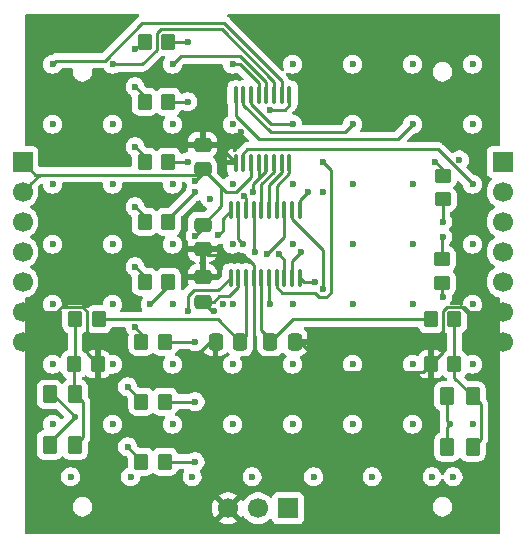
<source format=gbl>
%TF.GenerationSoftware,KiCad,Pcbnew,9.0.3*%
%TF.CreationDate,2025-10-16T19:58:58+02:00*%
%TF.ProjectId,ledkiv3,6c65646b-6976-4332-9e6b-696361645f70,rev?*%
%TF.SameCoordinates,Original*%
%TF.FileFunction,Copper,L4,Bot*%
%TF.FilePolarity,Positive*%
%FSLAX46Y46*%
G04 Gerber Fmt 4.6, Leading zero omitted, Abs format (unit mm)*
G04 Created by KiCad (PCBNEW 9.0.3) date 2025-10-16 19:58:58*
%MOMM*%
%LPD*%
G01*
G04 APERTURE LIST*
G04 Aperture macros list*
%AMRoundRect*
0 Rectangle with rounded corners*
0 $1 Rounding radius*
0 $2 $3 $4 $5 $6 $7 $8 $9 X,Y pos of 4 corners*
0 Add a 4 corners polygon primitive as box body*
4,1,4,$2,$3,$4,$5,$6,$7,$8,$9,$2,$3,0*
0 Add four circle primitives for the rounded corners*
1,1,$1+$1,$2,$3*
1,1,$1+$1,$4,$5*
1,1,$1+$1,$6,$7*
1,1,$1+$1,$8,$9*
0 Add four rect primitives between the rounded corners*
20,1,$1+$1,$2,$3,$4,$5,0*
20,1,$1+$1,$4,$5,$6,$7,0*
20,1,$1+$1,$6,$7,$8,$9,0*
20,1,$1+$1,$8,$9,$2,$3,0*%
G04 Aperture macros list end*
%TA.AperFunction,ComponentPad*%
%ADD10R,1.700000X1.700000*%
%TD*%
%TA.AperFunction,ComponentPad*%
%ADD11C,1.700000*%
%TD*%
%TA.AperFunction,SMDPad,CuDef*%
%ADD12RoundRect,0.250000X0.475000X-0.337500X0.475000X0.337500X-0.475000X0.337500X-0.475000X-0.337500X0*%
%TD*%
%TA.AperFunction,SMDPad,CuDef*%
%ADD13RoundRect,0.250000X-0.350000X-0.450000X0.350000X-0.450000X0.350000X0.450000X-0.350000X0.450000X0*%
%TD*%
%TA.AperFunction,SMDPad,CuDef*%
%ADD14RoundRect,0.250000X-0.450000X0.350000X-0.450000X-0.350000X0.450000X-0.350000X0.450000X0.350000X0*%
%TD*%
%TA.AperFunction,SMDPad,CuDef*%
%ADD15RoundRect,0.250000X-0.337500X-0.475000X0.337500X-0.475000X0.337500X0.475000X-0.337500X0.475000X0*%
%TD*%
%TA.AperFunction,SMDPad,CuDef*%
%ADD16RoundRect,0.250000X0.350000X0.450000X-0.350000X0.450000X-0.350000X-0.450000X0.350000X-0.450000X0*%
%TD*%
%TA.AperFunction,SMDPad,CuDef*%
%ADD17RoundRect,0.100000X0.100000X-0.637500X0.100000X0.637500X-0.100000X0.637500X-0.100000X-0.637500X0*%
%TD*%
%TA.AperFunction,SMDPad,CuDef*%
%ADD18RoundRect,0.180000X0.420000X0.570000X-0.420000X0.570000X-0.420000X-0.570000X0.420000X-0.570000X0*%
%TD*%
%TA.AperFunction,SMDPad,CuDef*%
%ADD19RoundRect,0.250000X0.337500X0.475000X-0.337500X0.475000X-0.337500X-0.475000X0.337500X-0.475000X0*%
%TD*%
%TA.AperFunction,SMDPad,CuDef*%
%ADD20RoundRect,0.250000X0.450000X-0.350000X0.450000X0.350000X-0.450000X0.350000X-0.450000X-0.350000X0*%
%TD*%
%TA.AperFunction,SMDPad,CuDef*%
%ADD21RoundRect,0.250000X-0.475000X0.337500X-0.475000X-0.337500X0.475000X-0.337500X0.475000X0.337500X0*%
%TD*%
%TA.AperFunction,ViaPad*%
%ADD22C,0.600000*%
%TD*%
%TA.AperFunction,Conductor*%
%ADD23C,0.250000*%
%TD*%
G04 APERTURE END LIST*
D10*
%TO.P,J3,1,Pin_1*%
%TO.N,VCC*%
X29836000Y-71166000D03*
D11*
%TO.P,J3,2,Pin_2*%
X29836000Y-73706000D03*
%TO.P,J3,3,Pin_3*%
%TO.N,/SDA*%
X29836000Y-76246000D03*
%TO.P,J3,4,Pin_4*%
%TO.N,/SCL*%
X29836000Y-78786000D03*
%TO.P,J3,5,Pin_5*%
%TO.N,/URX*%
X29836000Y-81326000D03*
%TO.P,J3,6,Pin_6*%
%TO.N,GND*%
X29836000Y-83866000D03*
%TO.P,J3,7,Pin_7*%
X29836000Y-86406000D03*
%TD*%
D10*
%TO.P,J1,1,Pin_1*%
%TO.N,VCC*%
X70476000Y-71166000D03*
D11*
%TO.P,J1,2,Pin_2*%
X70476000Y-73706000D03*
%TO.P,J1,3,Pin_3*%
%TO.N,/SDA*%
X70476000Y-76246000D03*
%TO.P,J1,4,Pin_4*%
%TO.N,/SCL*%
X70476000Y-78786000D03*
%TO.P,J1,5,Pin_5*%
%TO.N,/UTX*%
X70476000Y-81326000D03*
%TO.P,J1,6,Pin_6*%
%TO.N,GND*%
X70476000Y-83866000D03*
%TO.P,J1,7,Pin_7*%
X70476000Y-86406000D03*
%TD*%
D12*
%TO.P,C3,2*%
%TO.N,VCC*%
X45076000Y-76478500D03*
%TO.P,C3,1*%
%TO.N,GND*%
X45076000Y-78553500D03*
%TD*%
D13*
%TO.P,R3,2*%
%TO.N,/D3*%
X41901000Y-86406000D03*
%TO.P,R3,1*%
%TO.N,Net-(D17-A)*%
X39901000Y-86406000D03*
%TD*%
D10*
%TO.P,J2,1,Pin_1*%
%TO.N,VCC*%
X52315000Y-100503000D03*
D11*
%TO.P,J2,2,Pin_2*%
%TO.N,/SWDIO*%
X49775000Y-100503000D03*
%TO.P,J2,3,Pin_3*%
%TO.N,GND*%
X47235000Y-100503000D03*
%TD*%
D14*
%TO.P,R12,1*%
%TO.N,VCC*%
X65396000Y-72341000D03*
%TO.P,R12,2*%
%TO.N,/SDA*%
X65396000Y-74341000D03*
%TD*%
D13*
%TO.P,R9,1*%
%TO.N,Net-(R10-Pad2)*%
X34186000Y-88311000D03*
%TO.P,R9,2*%
%TO.N,GND*%
X36186000Y-88311000D03*
%TD*%
D12*
%TO.P,C4,2*%
%TO.N,GND*%
X45076000Y-80923500D03*
%TO.P,C4,1*%
%TO.N,VCC*%
X45076000Y-82998500D03*
%TD*%
D13*
%TO.P,R1,1*%
%TO.N,Net-(D1-A)*%
X39901000Y-96566000D03*
%TO.P,R1,2*%
%TO.N,/D1*%
X41901000Y-96566000D03*
%TD*%
D15*
%TO.P,C5,1*%
%TO.N,/BUTT2*%
X50791000Y-86406000D03*
%TO.P,C5,2*%
%TO.N,GND*%
X52866000Y-86406000D03*
%TD*%
D16*
%TO.P,R10,1*%
%TO.N,/BUTT1*%
X36281000Y-84501000D03*
%TO.P,R10,2*%
%TO.N,Net-(R10-Pad2)*%
X34281000Y-84501000D03*
%TD*%
D17*
%TO.P,U1,1,PD4*%
%TO.N,/D5*%
X53304400Y-81005800D03*
%TO.P,U1,2,PD5*%
%TO.N,/UTX*%
X52654400Y-81005800D03*
%TO.P,U1,3,PD6*%
%TO.N,/URX*%
X52004400Y-81005800D03*
%TO.P,U1,4,PD7*%
%TO.N,/D8*%
X51354400Y-81005800D03*
%TO.P,U1,5,PA1*%
%TO.N,/D2*%
X50704400Y-81005800D03*
%TO.P,U1,6,PA2*%
%TO.N,/BUTT2*%
X50054400Y-81005800D03*
%TO.P,U1,7,VSS*%
%TO.N,GND*%
X49404400Y-81005800D03*
%TO.P,U1,8,PD0*%
%TO.N,/BUTT1*%
X48754400Y-81005800D03*
%TO.P,U1,9,VDD*%
%TO.N,VCC*%
X48104400Y-81005800D03*
%TO.P,U1,10,PC0*%
%TO.N,/D7*%
X47454400Y-81005800D03*
%TO.P,U1,11,PC1*%
%TO.N,/SDA*%
X47454400Y-75280800D03*
%TO.P,U1,12,PC2*%
%TO.N,/SCL*%
X48104400Y-75280800D03*
%TO.P,U1,13,PC3*%
%TO.N,/D3*%
X48754400Y-75280800D03*
%TO.P,U1,14,PC4*%
%TO.N,/D4*%
X49404400Y-75280800D03*
%TO.P,U1,15,PC5*%
%TO.N,Net-(U1-PC5)*%
X50054400Y-75280800D03*
%TO.P,U1,16,PC6*%
%TO.N,Net-(U1-PC6)*%
X50704400Y-75280800D03*
%TO.P,U1,17,PC7*%
%TO.N,Net-(U1-PC7)*%
X51354400Y-75280800D03*
%TO.P,U1,18,PD1*%
%TO.N,/SWDIO*%
X52004400Y-75280800D03*
%TO.P,U1,19,PD2*%
%TO.N,/D1*%
X52654400Y-75280800D03*
%TO.P,U1,20,PD3*%
%TO.N,/D6*%
X53304400Y-75280800D03*
%TD*%
D18*
%TO.P,SW2,1,1*%
%TO.N,VCC*%
X65776000Y-90996000D03*
X65786000Y-95296000D03*
%TO.P,SW2,2,2*%
%TO.N,Net-(R13-Pad2)*%
X67936000Y-90996000D03*
X67936000Y-95296000D03*
%TD*%
%TO.P,SW1,1,1*%
%TO.N,VCC*%
X32121000Y-90851000D03*
X32131000Y-95151000D03*
%TO.P,SW1,2,2*%
%TO.N,Net-(R10-Pad2)*%
X34281000Y-90851000D03*
X34281000Y-95151000D03*
%TD*%
D13*
%TO.P,R8,1*%
%TO.N,Net-(D57-A)*%
X40171000Y-61006000D03*
%TO.P,R8,2*%
%TO.N,/D8*%
X42171000Y-61006000D03*
%TD*%
D19*
%TO.P,C2,1*%
%TO.N,/BUTT1*%
X48251000Y-86406000D03*
%TO.P,C2,2*%
%TO.N,GND*%
X46176000Y-86406000D03*
%TD*%
D13*
%TO.P,R6,1*%
%TO.N,Net-(D41-A)*%
X40171000Y-71166000D03*
%TO.P,R6,2*%
%TO.N,/D6*%
X42171000Y-71166000D03*
%TD*%
D20*
%TO.P,R11,1*%
%TO.N,VCC*%
X65345200Y-81421000D03*
%TO.P,R11,2*%
%TO.N,/SCL*%
X65345200Y-79421000D03*
%TD*%
D13*
%TO.P,R7,1*%
%TO.N,Net-(D49-A)*%
X40171000Y-66086000D03*
%TO.P,R7,2*%
%TO.N,/D7*%
X42171000Y-66086000D03*
%TD*%
D17*
%TO.P,U2,1,A0*%
%TO.N,Net-(U1-PC7)*%
X52431000Y-71234500D03*
%TO.P,U2,2,A1*%
%TO.N,Net-(U1-PC6)*%
X51781000Y-71234500D03*
%TO.P,U2,3,A2*%
%TO.N,Net-(U1-PC5)*%
X51131000Y-71234500D03*
%TO.P,U2,4,~{E0}*%
%TO.N,GND*%
X50481000Y-71234500D03*
%TO.P,U2,5,~{E1}*%
X49831000Y-71234500D03*
%TO.P,U2,6,E2*%
%TO.N,VCC*%
X49181000Y-71234500D03*
%TO.P,U2,7,~{Y7}*%
%TO.N,/S8*%
X48531000Y-71234500D03*
%TO.P,U2,8,GND*%
%TO.N,GND*%
X47881000Y-71234500D03*
%TO.P,U2,9,~{Y6}*%
%TO.N,/S7*%
X47881000Y-65509500D03*
%TO.P,U2,10,~{Y5}*%
%TO.N,/S6*%
X48531000Y-65509500D03*
%TO.P,U2,11,~{Y4}*%
%TO.N,/S5*%
X49181000Y-65509500D03*
%TO.P,U2,12,~{Y3}*%
%TO.N,/S4*%
X49831000Y-65509500D03*
%TO.P,U2,13,~{Y2}*%
%TO.N,/S3*%
X50481000Y-65509500D03*
%TO.P,U2,14,~{Y1}*%
%TO.N,/S2*%
X51131000Y-65509500D03*
%TO.P,U2,15,~{Y0}*%
%TO.N,/S1*%
X51781000Y-65509500D03*
%TO.P,U2,16,VCC*%
%TO.N,VCC*%
X52431000Y-65509500D03*
%TD*%
D13*
%TO.P,R5,1*%
%TO.N,Net-(D33-A)*%
X40171000Y-76246000D03*
%TO.P,R5,2*%
%TO.N,/D5*%
X42171000Y-76246000D03*
%TD*%
%TO.P,R4,1*%
%TO.N,Net-(D25-A)*%
X40171000Y-81326000D03*
%TO.P,R4,2*%
%TO.N,/D4*%
X42171000Y-81326000D03*
%TD*%
D21*
%TO.P,C1,1*%
%TO.N,GND*%
X45076000Y-69726000D03*
%TO.P,C1,2*%
%TO.N,VCC*%
X45076000Y-71801000D03*
%TD*%
D16*
%TO.P,R14,1*%
%TO.N,Net-(R13-Pad2)*%
X66396000Y-88311000D03*
%TO.P,R14,2*%
%TO.N,GND*%
X64396000Y-88311000D03*
%TD*%
D13*
%TO.P,R13,1*%
%TO.N,/BUTT2*%
X64396000Y-84501000D03*
%TO.P,R13,2*%
%TO.N,Net-(R13-Pad2)*%
X66396000Y-84501000D03*
%TD*%
%TO.P,R2,1*%
%TO.N,Net-(D10-A)*%
X39901000Y-91486000D03*
%TO.P,R2,2*%
%TO.N,/D2*%
X41901000Y-91486000D03*
%TD*%
D22*
%TO.N,VCC*%
X66825798Y-71006202D03*
%TO.N,GND*%
X48291000Y-68664584D03*
%TO.N,Net-(D1-A)*%
X38726000Y-95296000D03*
%TO.N,VCC*%
X44440000Y-77432352D03*
X44440000Y-72752407D03*
X50802393Y-66760081D03*
X64761000Y-71166000D03*
X65396000Y-82596000D03*
X66031000Y-93391000D03*
%TO.N,Net-(D57-A)*%
X39361000Y-61641000D03*
%TO.N,Net-(D49-A)*%
X39361000Y-64816000D03*
%TO.N,Net-(D41-A)*%
X39361000Y-69896000D03*
%TO.N,Net-(D33-A)*%
X39361000Y-74976000D03*
%TO.N,Net-(D25-A)*%
X39361000Y-80056000D03*
%TO.N,Net-(D17-A)*%
X39361000Y-85176000D03*
%TO.N,Net-(D10-A)*%
X38726000Y-90216000D03*
%TO.N,VCC*%
X34281000Y-92756000D03*
%TO.N,GND*%
X45711000Y-67356000D03*
X49379400Y-73706000D03*
%TO.N,VCC*%
X46066697Y-83826000D03*
%TO.N,GND*%
X49440000Y-88946000D03*
X60951000Y-88946000D03*
X54601000Y-87676000D03*
X44441000Y-87676000D03*
%TO.N,/D8*%
X43806000Y-61006000D03*
X55236000Y-71166000D03*
%TO.N,/D7*%
X43806000Y-66086000D03*
X43806000Y-83826000D03*
%TO.N,/D6*%
X43806000Y-71166000D03*
X53966000Y-73706000D03*
%TO.N,/SWDIO*%
X50574006Y-78988200D03*
%TO.N,/D5*%
X54561000Y-81326000D03*
X55236000Y-73706000D03*
X44441000Y-73706000D03*
%TO.N,/D4*%
X40631000Y-83231000D03*
X49521000Y-78786000D03*
%TO.N,/D3*%
X48571301Y-74026303D03*
X45711000Y-74301000D03*
X46765997Y-83231000D03*
X44441000Y-86406000D03*
%TO.N,/D2*%
X50791000Y-83231000D03*
X44441000Y-91486000D03*
%TO.N,/D1*%
X55236000Y-81961000D03*
X44441000Y-96566000D03*
%TO.N,/SCL*%
X65396000Y-77516000D03*
%TO.N,/SDA*%
X65396000Y-76246000D03*
%TO.N,/S1*%
X32376000Y-88311000D03*
X32376000Y-78151000D03*
X32376000Y-73071000D03*
X32376000Y-93391000D03*
X32376000Y-67991000D03*
X33900000Y-97836000D03*
X32376000Y-83231000D03*
X32376000Y-62911000D03*
%TO.N,/S2*%
X37456000Y-93391000D03*
X37456000Y-88311000D03*
X37456000Y-83231000D03*
X37456000Y-62911000D03*
X37456000Y-73071000D03*
X37456000Y-67991000D03*
X37456000Y-78151000D03*
X38980000Y-97836000D03*
%TO.N,/S3*%
X42536000Y-67991000D03*
X44187000Y-97836000D03*
X42536000Y-73071000D03*
X42536000Y-93391000D03*
X42536000Y-62911000D03*
X42536000Y-83231000D03*
X42536000Y-78151000D03*
X42536000Y-88311000D03*
%TO.N,/S4*%
X47616000Y-83231000D03*
X49267000Y-97836000D03*
X47616000Y-93391000D03*
X47616000Y-78151000D03*
X47616000Y-67991000D03*
X47616000Y-88311000D03*
X47616000Y-62911000D03*
X47616000Y-73071000D03*
%TO.N,/S5*%
X52696000Y-78151000D03*
X52696000Y-88311000D03*
X52696000Y-93391000D03*
X52696000Y-83231000D03*
X52696000Y-73071000D03*
X52696000Y-67991000D03*
X54474000Y-97836000D03*
X52696000Y-62911000D03*
%TO.N,/S6*%
X57776000Y-83231000D03*
X59427000Y-97836000D03*
X57776000Y-73071000D03*
X57776000Y-78151000D03*
X57776000Y-67991000D03*
X57776000Y-62911000D03*
X57776000Y-93391000D03*
X57776000Y-88311000D03*
%TO.N,/S7*%
X62856000Y-88311000D03*
X62856000Y-83231000D03*
X62856000Y-62911000D03*
X62856000Y-78151000D03*
X62856000Y-67991000D03*
X62856000Y-73071000D03*
X64507000Y-97836000D03*
X62856000Y-93391000D03*
%TO.N,/S8*%
X67936000Y-67991000D03*
X67936000Y-93391000D03*
X67936000Y-62911000D03*
X67936000Y-78151000D03*
X66285000Y-97836000D03*
X67936000Y-88311000D03*
X67936000Y-83231000D03*
X67936000Y-73071000D03*
%TO.N,/SDA*%
X46404802Y-77352697D03*
%TO.N,/SCL*%
X48530400Y-78125600D03*
%TO.N,/UTX*%
X53371000Y-78814741D03*
%TO.N,/URX*%
X51527600Y-78989200D03*
%TD*%
D23*
%TO.N,VCC*%
X31741000Y-72242000D02*
X31300000Y-72242000D01*
X31741000Y-72242000D02*
X30912000Y-72242000D01*
X30462000Y-73080000D02*
X30462000Y-73706000D01*
X31300000Y-72242000D02*
X30462000Y-73080000D01*
X44635000Y-72242000D02*
X31741000Y-72242000D01*
X30912000Y-72242000D02*
X30462000Y-71792000D01*
X45076000Y-71801000D02*
X44635000Y-72242000D01*
X30462000Y-71792000D02*
X30462000Y-71166000D01*
%TO.N,GND*%
X30462000Y-85186000D02*
X30462000Y-86406000D01*
X31741000Y-83907000D02*
X30462000Y-85186000D01*
X31741000Y-83907000D02*
X30503000Y-83907000D01*
X30503000Y-83907000D02*
X30462000Y-83866000D01*
X32656009Y-83907000D02*
X31741000Y-83907000D01*
X33138009Y-83425000D02*
X32656009Y-83907000D01*
X34897226Y-83425000D02*
X33138009Y-83425000D01*
X35257000Y-83784774D02*
X34897226Y-83425000D01*
X35257000Y-87382000D02*
X35257000Y-83784774D01*
X36186000Y-88311000D02*
X35257000Y-87382000D01*
X69809000Y-83907000D02*
X69850000Y-83866000D01*
X67173991Y-83425000D02*
X67655991Y-83907000D01*
X67655991Y-83907000D02*
X69809000Y-83907000D01*
X66666000Y-83425000D02*
X67173991Y-83425000D01*
X66666000Y-83425000D02*
X67012226Y-83425000D01*
X69850000Y-86262774D02*
X69850000Y-86406000D01*
X65779774Y-83425000D02*
X66666000Y-83425000D01*
X65420000Y-83784774D02*
X65779774Y-83425000D01*
X67012226Y-83425000D02*
X69850000Y-86262774D01*
X65420000Y-87287000D02*
X65420000Y-83784774D01*
X64396000Y-88311000D02*
X65420000Y-87287000D01*
%TO.N,Net-(R10-Pad2)*%
X34957000Y-91527000D02*
X34281000Y-90851000D01*
X34281000Y-95151000D02*
X34957000Y-94475000D01*
X34957000Y-94475000D02*
X34957000Y-91527000D01*
%TO.N,Net-(R13-Pad2)*%
X68612000Y-91672000D02*
X67936000Y-90996000D01*
X68612000Y-94620000D02*
X68612000Y-91672000D01*
X67936000Y-95296000D02*
X68612000Y-94620000D01*
%TO.N,Net-(D1-A)*%
X39901000Y-96471000D02*
X38726000Y-95296000D01*
X39901000Y-96566000D02*
X39901000Y-96471000D01*
%TO.N,VCC*%
X45076000Y-76796352D02*
X44440000Y-77432352D01*
X45076000Y-76478500D02*
X45076000Y-76796352D01*
%TO.N,GND*%
X45076000Y-80923500D02*
X45076000Y-78553500D01*
X48521000Y-79016000D02*
X48886000Y-79381000D01*
X45538500Y-79016000D02*
X48521000Y-79016000D01*
X45076000Y-78553500D02*
X45538500Y-79016000D01*
%TO.N,VCC*%
X46066697Y-83826000D02*
X45903500Y-83826000D01*
X45903500Y-83826000D02*
X45076000Y-82998500D01*
X48104400Y-81769238D02*
X48104400Y-81005800D01*
X46485988Y-82555000D02*
X47318638Y-82555000D01*
X46042488Y-82998500D02*
X46485988Y-82555000D01*
X47318638Y-82555000D02*
X48104400Y-81769238D01*
X45076000Y-82998500D02*
X46042488Y-82998500D01*
X45076000Y-76478500D02*
X46663500Y-74891000D01*
X46346000Y-73071000D02*
X47022000Y-73747000D01*
X46663500Y-73388500D02*
X46346000Y-73071000D01*
X46663500Y-74891000D02*
X46663500Y-73388500D01*
%TO.N,/SDA*%
X46766599Y-76990900D02*
X46766599Y-75968601D01*
X46404802Y-77352697D02*
X46766599Y-76990900D01*
X46766599Y-75968601D02*
X47454400Y-75280800D01*
%TO.N,VCC*%
X45076000Y-72116407D02*
X44440000Y-72752407D01*
X45076000Y-71801000D02*
X45076000Y-72116407D01*
X52021919Y-66760081D02*
X50802393Y-66760081D01*
X52431000Y-66351000D02*
X52021919Y-66760081D01*
X52431000Y-65509500D02*
X52431000Y-66351000D01*
X65396000Y-71801000D02*
X64761000Y-71166000D01*
X65396000Y-72341000D02*
X65396000Y-71801000D01*
X65345200Y-82545200D02*
X65396000Y-82596000D01*
X65345200Y-81421000D02*
X65345200Y-82545200D01*
X65776000Y-93136000D02*
X66031000Y-93391000D01*
X65776000Y-90996000D02*
X65776000Y-93136000D01*
X65786000Y-93636000D02*
X66031000Y-93391000D01*
X65786000Y-95296000D02*
X65786000Y-93636000D01*
%TO.N,Net-(D57-A)*%
X39996000Y-61006000D02*
X39361000Y-61641000D01*
X40171000Y-61006000D02*
X39996000Y-61006000D01*
%TO.N,Net-(D49-A)*%
X40171000Y-65626000D02*
X39361000Y-64816000D01*
X40171000Y-66086000D02*
X40171000Y-65626000D01*
%TO.N,Net-(D41-A)*%
X40171000Y-70706000D02*
X39361000Y-69896000D01*
X40171000Y-71166000D02*
X40171000Y-70706000D01*
%TO.N,Net-(D33-A)*%
X40171000Y-75786000D02*
X39361000Y-74976000D01*
X40171000Y-76246000D02*
X40171000Y-75786000D01*
%TO.N,Net-(D25-A)*%
X40171000Y-80866000D02*
X39361000Y-80056000D01*
X40171000Y-81326000D02*
X40171000Y-80866000D01*
%TO.N,Net-(D17-A)*%
X39901000Y-85716000D02*
X39361000Y-85176000D01*
X39901000Y-86406000D02*
X39901000Y-85716000D01*
%TO.N,Net-(D10-A)*%
X39901000Y-91391000D02*
X38726000Y-90216000D01*
X39901000Y-91486000D02*
X39901000Y-91391000D01*
%TO.N,GND*%
X55912000Y-88987000D02*
X60910000Y-88987000D01*
X54601000Y-87676000D02*
X55912000Y-88987000D01*
X60910000Y-88987000D02*
X60951000Y-88946000D01*
%TO.N,VCC*%
X32131000Y-95151000D02*
X32131000Y-94906000D01*
X32131000Y-94906000D02*
X34281000Y-92756000D01*
X32376000Y-90851000D02*
X34281000Y-92756000D01*
X32121000Y-90851000D02*
X32376000Y-90851000D01*
%TO.N,/BUTT1*%
X48754400Y-85902600D02*
X48251000Y-86406000D01*
X48754400Y-81005800D02*
X48754400Y-85902600D01*
%TO.N,GND*%
X49440000Y-83231000D02*
X49440000Y-88946000D01*
X45076000Y-67991000D02*
X45711000Y-67356000D01*
X45076000Y-69726000D02*
X45076000Y-67991000D01*
X49379400Y-73041018D02*
X49379400Y-73706000D01*
X49831000Y-72589418D02*
X49379400Y-73041018D01*
X49831000Y-71234500D02*
X49831000Y-72589418D01*
X50481000Y-71939418D02*
X49379400Y-73041018D01*
X50481000Y-71234500D02*
X50481000Y-71939418D01*
X49440000Y-81041400D02*
X49440000Y-83231000D01*
X49404400Y-81005800D02*
X49440000Y-81041400D01*
X49404400Y-79899400D02*
X48886000Y-79381000D01*
X49404400Y-81005800D02*
X49404400Y-79899400D01*
X60992000Y-88987000D02*
X60951000Y-88946000D01*
X63720000Y-88987000D02*
X60992000Y-88987000D01*
X64396000Y-88311000D02*
X63720000Y-88987000D01*
X53331000Y-86406000D02*
X54601000Y-87676000D01*
X52866000Y-86406000D02*
X53331000Y-86406000D01*
X45711000Y-86406000D02*
X44441000Y-87676000D01*
X46176000Y-86406000D02*
X45711000Y-86406000D01*
%TO.N,/D8*%
X55516009Y-82637000D02*
X55912000Y-82241009D01*
X55912000Y-71842000D02*
X55236000Y-71166000D01*
X55912000Y-82241009D02*
X55912000Y-71842000D01*
X54955991Y-82637000D02*
X55516009Y-82637000D01*
X54560000Y-82241009D02*
X54955991Y-82637000D01*
X51826171Y-82241009D02*
X54560000Y-82241009D01*
X51354400Y-81769238D02*
X51826171Y-82241009D01*
X51354400Y-81005800D02*
X51354400Y-81769238D01*
%TO.N,/D7*%
X43806000Y-66086000D02*
X42171000Y-66086000D01*
X43806000Y-82563774D02*
X43806000Y-83826000D01*
X44334774Y-82035000D02*
X43806000Y-82563774D01*
X46425200Y-82035000D02*
X44334774Y-82035000D01*
X47454400Y-81005800D02*
X46425200Y-82035000D01*
%TO.N,/D6*%
X42171000Y-71166000D02*
X43806000Y-71166000D01*
X53304400Y-74367600D02*
X53966000Y-73706000D01*
X53304400Y-75280800D02*
X53304400Y-74367600D01*
%TO.N,/SWDIO*%
X52004400Y-77557806D02*
X50574006Y-78988200D01*
X52004400Y-75280800D02*
X52004400Y-77557806D01*
%TO.N,/D5*%
X54561000Y-81326000D02*
X53624600Y-81326000D01*
X53624600Y-81326000D02*
X53304400Y-81005800D01*
X42171000Y-75976000D02*
X44441000Y-73706000D01*
X42171000Y-76246000D02*
X42171000Y-75976000D01*
%TO.N,/D4*%
X42171000Y-81691000D02*
X42171000Y-81326000D01*
X40631000Y-83231000D02*
X42171000Y-81691000D01*
X49404400Y-78669400D02*
X49521000Y-78786000D01*
X49404400Y-75280800D02*
X49404400Y-78669400D01*
%TO.N,/D3*%
X48754400Y-74209402D02*
X48571301Y-74026303D01*
X48754400Y-75280800D02*
X48754400Y-74209402D01*
X41901000Y-86406000D02*
X44441000Y-86406000D01*
%TO.N,/D2*%
X50704400Y-83144400D02*
X50704400Y-81005800D01*
X50791000Y-83231000D02*
X50704400Y-83144400D01*
X41901000Y-91486000D02*
X44441000Y-91486000D01*
%TO.N,/D1*%
X55236000Y-78625838D02*
X52654400Y-76044238D01*
X52654400Y-76044238D02*
X52654400Y-75280800D01*
X55236000Y-81961000D02*
X55236000Y-78625838D01*
X41901000Y-96566000D02*
X44441000Y-96566000D01*
%TO.N,/S1*%
X32693000Y-62594000D02*
X32376000Y-62911000D01*
X36816991Y-62594000D02*
X32693000Y-62594000D01*
X39981991Y-59429000D02*
X36816991Y-62594000D01*
X46894560Y-59429000D02*
X39981991Y-59429000D01*
X51781000Y-64315440D02*
X46894560Y-59429000D01*
X51781000Y-65509500D02*
X51781000Y-64315440D01*
%TO.N,/S2*%
X39958226Y-62911000D02*
X37456000Y-62911000D01*
X41195000Y-60289774D02*
X41195000Y-61674226D01*
X41554774Y-59930000D02*
X41195000Y-60289774D01*
X46687040Y-59930000D02*
X41554774Y-59930000D01*
X41195000Y-61674226D02*
X39958226Y-62911000D01*
X51131000Y-65509500D02*
X51131000Y-64373960D01*
X51131000Y-64373960D02*
X46687040Y-59930000D01*
%TO.N,/S3*%
X43212000Y-62235000D02*
X42536000Y-62911000D01*
X50481000Y-64432480D02*
X48283520Y-62235000D01*
X50481000Y-65509500D02*
X50481000Y-64432480D01*
X48283520Y-62235000D02*
X43212000Y-62235000D01*
%TO.N,/S4*%
X48251000Y-62911000D02*
X47616000Y-62911000D01*
X49831000Y-64491000D02*
X48251000Y-62911000D01*
X49831000Y-65509500D02*
X49831000Y-64491000D01*
%TO.N,/S6*%
X57100000Y-68667000D02*
X57776000Y-67991000D01*
X50866542Y-68667000D02*
X57100000Y-68667000D01*
X48531000Y-66331458D02*
X50866542Y-68667000D01*
X48531000Y-65509500D02*
X48531000Y-66331458D01*
%TO.N,/S5*%
X50899062Y-67991000D02*
X52696000Y-67991000D01*
X49181000Y-66272938D02*
X50899062Y-67991000D01*
X49181000Y-65509500D02*
X49181000Y-66272938D01*
%TO.N,/S7*%
X61586000Y-69261000D02*
X62856000Y-67991000D01*
X47881000Y-67299991D02*
X49842009Y-69261000D01*
X47881000Y-65509500D02*
X47881000Y-67299991D01*
X49842009Y-69261000D02*
X61586000Y-69261000D01*
%TO.N,/S8*%
X48881062Y-70121000D02*
X64986000Y-70121000D01*
X48531000Y-70471062D02*
X48881062Y-70121000D01*
X48531000Y-71234500D02*
X48531000Y-70471062D01*
X64986000Y-70121000D02*
X67936000Y-73071000D01*
%TO.N,Net-(U1-PC7)*%
X52431000Y-72114978D02*
X52431000Y-71234500D01*
X51354400Y-73191578D02*
X52431000Y-72114978D01*
X51354400Y-75280800D02*
X51354400Y-73191578D01*
%TO.N,Net-(U1-PC6)*%
X51781000Y-72056458D02*
X51781000Y-71234500D01*
X50704400Y-73133058D02*
X51781000Y-72056458D01*
X50704400Y-75280800D02*
X50704400Y-73133058D01*
%TO.N,Net-(U1-PC5)*%
X51131000Y-71997938D02*
X51131000Y-71234500D01*
X50054400Y-73074538D02*
X51131000Y-71997938D01*
X50054400Y-75280800D02*
X50054400Y-73074538D01*
%TO.N,/BUTT2*%
X52696000Y-84501000D02*
X50791000Y-86406000D01*
X64396000Y-84501000D02*
X52696000Y-84501000D01*
%TO.N,/BUTT1*%
X46346000Y-84501000D02*
X48251000Y-86406000D01*
X36281000Y-84501000D02*
X46346000Y-84501000D01*
%TO.N,Net-(R10-Pad2)*%
X34281000Y-84501000D02*
X34281000Y-88216000D01*
X34281000Y-88216000D02*
X34186000Y-88311000D01*
%TO.N,Net-(R13-Pad2)*%
X66396000Y-84501000D02*
X66396000Y-88311000D01*
%TO.N,/BUTT2*%
X50054400Y-85399400D02*
X50054400Y-81005800D01*
X51061000Y-86406000D02*
X50054400Y-85399400D01*
%TO.N,/SCL*%
X65345200Y-77566800D02*
X65396000Y-77516000D01*
X65345200Y-79421000D02*
X65345200Y-77566800D01*
%TO.N,/SDA*%
X65396000Y-74341000D02*
X65396000Y-76246000D01*
%TO.N,GND*%
X46372500Y-69726000D02*
X47881000Y-71234500D01*
X45076000Y-69726000D02*
X46372500Y-69726000D01*
%TO.N,VCC*%
X47896009Y-73747000D02*
X49181000Y-72462009D01*
X45076000Y-71801000D02*
X46346000Y-73071000D01*
X49181000Y-72462009D02*
X49181000Y-71234500D01*
X47022000Y-73747000D02*
X47896009Y-73747000D01*
%TO.N,/BUTT1*%
X48018500Y-86406000D02*
X48251000Y-86406000D01*
%TO.N,/SCL*%
X48104400Y-75280800D02*
X48104400Y-77683391D01*
X48104400Y-77683391D02*
X48530400Y-78109391D01*
X48530400Y-78109391D02*
X48530400Y-78125600D01*
%TO.N,/UTX*%
X52654400Y-81005800D02*
X52654400Y-79531341D01*
X52654400Y-79531341D02*
X53371000Y-78814741D01*
%TO.N,/URX*%
X52004400Y-81005800D02*
X52004400Y-79466000D01*
X52004400Y-79466000D02*
X51527600Y-78989200D01*
%TO.N,Net-(R10-Pad2)*%
X34186000Y-90756000D02*
X34281000Y-90851000D01*
X34186000Y-88311000D02*
X34186000Y-90756000D01*
%TO.N,Net-(R13-Pad2)*%
X66396000Y-89456000D02*
X67936000Y-90996000D01*
X66396000Y-88311000D02*
X66396000Y-89456000D01*
%TO.N,/D8*%
X43806000Y-61006000D02*
X42171000Y-61006000D01*
%TD*%
%TA.AperFunction,Conductor*%
%TO.N,GND*%
G36*
X70218539Y-58686185D02*
G01*
X70264294Y-58738989D01*
X70275500Y-58790500D01*
X70275500Y-69691500D01*
X70255815Y-69758539D01*
X70203011Y-69804294D01*
X70151500Y-69815500D01*
X69578129Y-69815500D01*
X69578123Y-69815501D01*
X69518516Y-69821908D01*
X69383671Y-69872202D01*
X69383664Y-69872206D01*
X69268455Y-69958452D01*
X69268452Y-69958455D01*
X69182206Y-70073664D01*
X69182202Y-70073671D01*
X69131908Y-70208517D01*
X69127634Y-70248276D01*
X69125501Y-70268123D01*
X69125500Y-70268135D01*
X69125500Y-72063870D01*
X69125501Y-72063876D01*
X69131908Y-72123483D01*
X69182202Y-72258328D01*
X69182206Y-72258335D01*
X69268452Y-72373544D01*
X69268455Y-72373547D01*
X69383664Y-72459793D01*
X69383671Y-72459797D01*
X69515082Y-72508810D01*
X69571016Y-72550681D01*
X69595433Y-72616145D01*
X69580582Y-72684418D01*
X69559431Y-72712673D01*
X69445889Y-72826215D01*
X69320951Y-72998179D01*
X69224444Y-73187585D01*
X69158753Y-73389760D01*
X69138757Y-73516014D01*
X69125500Y-73599713D01*
X69125500Y-73812287D01*
X69129555Y-73837891D01*
X69157931Y-74017052D01*
X69158754Y-74022243D01*
X69218546Y-74206264D01*
X69224444Y-74224414D01*
X69320951Y-74413820D01*
X69445890Y-74585786D01*
X69596213Y-74736109D01*
X69768182Y-74861050D01*
X69776946Y-74865516D01*
X69827742Y-74913491D01*
X69844536Y-74981312D01*
X69821998Y-75047447D01*
X69776946Y-75086484D01*
X69768182Y-75090949D01*
X69596213Y-75215890D01*
X69445890Y-75366213D01*
X69320951Y-75538179D01*
X69224444Y-75727585D01*
X69158753Y-75929760D01*
X69125500Y-76139713D01*
X69125500Y-76352286D01*
X69154990Y-76538482D01*
X69158754Y-76562243D01*
X69221803Y-76756288D01*
X69224444Y-76764414D01*
X69320951Y-76953820D01*
X69445890Y-77125786D01*
X69596213Y-77276109D01*
X69768182Y-77401050D01*
X69776946Y-77405516D01*
X69827742Y-77453491D01*
X69844536Y-77521312D01*
X69821998Y-77587447D01*
X69776946Y-77626484D01*
X69768182Y-77630949D01*
X69596213Y-77755890D01*
X69445890Y-77906213D01*
X69320951Y-78078179D01*
X69224444Y-78267585D01*
X69158753Y-78469760D01*
X69149185Y-78530172D01*
X69125500Y-78679713D01*
X69125500Y-78892287D01*
X69131076Y-78927490D01*
X69145883Y-79020983D01*
X69158754Y-79102243D01*
X69221803Y-79296288D01*
X69224444Y-79304414D01*
X69320951Y-79493820D01*
X69445890Y-79665786D01*
X69596213Y-79816109D01*
X69768182Y-79941050D01*
X69776946Y-79945516D01*
X69827742Y-79993491D01*
X69844536Y-80061312D01*
X69821998Y-80127447D01*
X69776946Y-80166484D01*
X69768182Y-80170949D01*
X69596213Y-80295890D01*
X69445890Y-80446213D01*
X69320951Y-80618179D01*
X69224444Y-80807585D01*
X69158753Y-81009760D01*
X69125500Y-81219713D01*
X69125500Y-81432286D01*
X69147097Y-81568648D01*
X69158754Y-81642243D01*
X69218463Y-81826009D01*
X69224444Y-81844414D01*
X69320951Y-82033820D01*
X69445890Y-82205786D01*
X69596213Y-82356109D01*
X69768179Y-82481048D01*
X69768181Y-82481049D01*
X69768184Y-82481051D01*
X69957588Y-82577557D01*
X70159757Y-82643246D01*
X70170895Y-82645010D01*
X70234029Y-82674936D01*
X70270962Y-82734245D01*
X70275500Y-82767483D01*
X70275500Y-102591500D01*
X70255815Y-102658539D01*
X70203011Y-102704294D01*
X70151500Y-102715500D01*
X30160500Y-102715500D01*
X30093461Y-102695815D01*
X30047706Y-102643011D01*
X30036500Y-102591500D01*
X30036500Y-100294592D01*
X34089500Y-100294592D01*
X34089500Y-100457407D01*
X34121259Y-100617073D01*
X34121262Y-100617082D01*
X34183562Y-100767490D01*
X34183563Y-100767492D01*
X34274015Y-100902862D01*
X34274018Y-100902866D01*
X34389133Y-101017981D01*
X34389137Y-101017984D01*
X34524505Y-101108435D01*
X34524506Y-101108435D01*
X34524507Y-101108436D01*
X34524509Y-101108437D01*
X34586012Y-101133912D01*
X34674919Y-101170738D01*
X34674921Y-101170738D01*
X34674926Y-101170740D01*
X34834592Y-101202499D01*
X34834595Y-101202500D01*
X34834597Y-101202500D01*
X34997405Y-101202500D01*
X34997406Y-101202499D01*
X35050629Y-101191912D01*
X35157073Y-101170740D01*
X35157076Y-101170738D01*
X35157081Y-101170738D01*
X35307495Y-101108435D01*
X35442863Y-101017984D01*
X35557984Y-100902863D01*
X35648435Y-100767495D01*
X35710738Y-100617081D01*
X35712289Y-100609287D01*
X35742499Y-100457407D01*
X35742500Y-100457405D01*
X35742500Y-100396753D01*
X45885000Y-100396753D01*
X45885000Y-100609246D01*
X45918242Y-100819127D01*
X45918242Y-100819130D01*
X45983904Y-101021217D01*
X46080375Y-101210550D01*
X46119728Y-101264716D01*
X46752037Y-100632408D01*
X46769075Y-100695993D01*
X46834901Y-100810007D01*
X46927993Y-100903099D01*
X47042007Y-100968925D01*
X47105590Y-100985962D01*
X46473282Y-101618269D01*
X46473282Y-101618270D01*
X46527449Y-101657624D01*
X46716782Y-101754095D01*
X46918870Y-101819757D01*
X47128754Y-101853000D01*
X47341246Y-101853000D01*
X47551127Y-101819757D01*
X47551130Y-101819757D01*
X47753217Y-101754095D01*
X47942554Y-101657622D01*
X47996716Y-101618270D01*
X47996717Y-101618270D01*
X47364408Y-100985962D01*
X47427993Y-100968925D01*
X47542007Y-100903099D01*
X47635099Y-100810007D01*
X47700925Y-100695993D01*
X47717962Y-100632408D01*
X48350270Y-101264717D01*
X48350270Y-101264716D01*
X48389622Y-101210555D01*
X48394232Y-101201507D01*
X48442205Y-101150709D01*
X48510025Y-101133912D01*
X48576161Y-101156447D01*
X48615204Y-101201504D01*
X48619949Y-101210817D01*
X48744890Y-101382786D01*
X48895213Y-101533109D01*
X49067179Y-101658048D01*
X49067181Y-101658049D01*
X49067184Y-101658051D01*
X49256588Y-101754557D01*
X49458757Y-101820246D01*
X49668713Y-101853500D01*
X49668714Y-101853500D01*
X49881286Y-101853500D01*
X49881287Y-101853500D01*
X50091243Y-101820246D01*
X50293412Y-101754557D01*
X50482816Y-101658051D01*
X50654792Y-101533104D01*
X50768329Y-101419566D01*
X50829648Y-101386084D01*
X50899340Y-101391068D01*
X50955274Y-101432939D01*
X50972189Y-101463917D01*
X51021202Y-101595328D01*
X51021206Y-101595335D01*
X51107452Y-101710544D01*
X51107455Y-101710547D01*
X51222664Y-101796793D01*
X51222671Y-101796797D01*
X51357517Y-101847091D01*
X51357516Y-101847091D01*
X51364444Y-101847835D01*
X51417127Y-101853500D01*
X53212872Y-101853499D01*
X53272483Y-101847091D01*
X53407331Y-101796796D01*
X53522546Y-101710546D01*
X53608796Y-101595331D01*
X53659091Y-101460483D01*
X53665500Y-101400873D01*
X53665499Y-100294592D01*
X64569500Y-100294592D01*
X64569500Y-100457407D01*
X64601259Y-100617073D01*
X64601262Y-100617082D01*
X64663562Y-100767490D01*
X64663563Y-100767492D01*
X64754015Y-100902862D01*
X64754018Y-100902866D01*
X64869133Y-101017981D01*
X64869137Y-101017984D01*
X65004505Y-101108435D01*
X65004506Y-101108435D01*
X65004507Y-101108436D01*
X65004509Y-101108437D01*
X65066012Y-101133912D01*
X65154919Y-101170738D01*
X65154921Y-101170738D01*
X65154926Y-101170740D01*
X65314592Y-101202499D01*
X65314595Y-101202500D01*
X65314597Y-101202500D01*
X65477405Y-101202500D01*
X65477406Y-101202499D01*
X65530629Y-101191912D01*
X65637073Y-101170740D01*
X65637076Y-101170738D01*
X65637081Y-101170738D01*
X65787495Y-101108435D01*
X65922863Y-101017984D01*
X66037984Y-100902863D01*
X66128435Y-100767495D01*
X66190738Y-100617081D01*
X66192289Y-100609287D01*
X66222499Y-100457407D01*
X66222500Y-100457405D01*
X66222500Y-100294594D01*
X66222499Y-100294592D01*
X66190740Y-100134926D01*
X66190737Y-100134917D01*
X66128437Y-99984509D01*
X66128436Y-99984507D01*
X66037984Y-99849137D01*
X66037981Y-99849133D01*
X65922866Y-99734018D01*
X65922862Y-99734015D01*
X65787492Y-99643563D01*
X65787490Y-99643562D01*
X65637082Y-99581262D01*
X65637073Y-99581259D01*
X65477406Y-99549500D01*
X65477403Y-99549500D01*
X65314597Y-99549500D01*
X65314594Y-99549500D01*
X65154926Y-99581259D01*
X65154917Y-99581262D01*
X65004509Y-99643562D01*
X65004507Y-99643563D01*
X64869137Y-99734015D01*
X64869133Y-99734018D01*
X64754018Y-99849133D01*
X64754015Y-99849137D01*
X64663563Y-99984507D01*
X64663562Y-99984509D01*
X64601262Y-100134917D01*
X64601259Y-100134926D01*
X64569500Y-100294592D01*
X53665499Y-100294592D01*
X53665499Y-99605128D01*
X53659091Y-99545517D01*
X53657810Y-99542083D01*
X53608797Y-99410671D01*
X53608793Y-99410664D01*
X53522547Y-99295455D01*
X53522544Y-99295452D01*
X53407335Y-99209206D01*
X53407328Y-99209202D01*
X53272482Y-99158908D01*
X53272483Y-99158908D01*
X53212883Y-99152501D01*
X53212881Y-99152500D01*
X53212873Y-99152500D01*
X53212864Y-99152500D01*
X51417129Y-99152500D01*
X51417123Y-99152501D01*
X51357516Y-99158908D01*
X51222671Y-99209202D01*
X51222664Y-99209206D01*
X51107455Y-99295452D01*
X51107452Y-99295455D01*
X51021206Y-99410664D01*
X51021203Y-99410669D01*
X50972189Y-99542083D01*
X50930317Y-99598016D01*
X50864853Y-99622433D01*
X50796580Y-99607581D01*
X50768326Y-99586430D01*
X50654786Y-99472890D01*
X50482820Y-99347951D01*
X50293414Y-99251444D01*
X50293413Y-99251443D01*
X50293412Y-99251443D01*
X50091243Y-99185754D01*
X50091241Y-99185753D01*
X50091240Y-99185753D01*
X49929957Y-99160208D01*
X49881287Y-99152500D01*
X49668713Y-99152500D01*
X49620042Y-99160208D01*
X49458760Y-99185753D01*
X49256585Y-99251444D01*
X49067179Y-99347951D01*
X48895213Y-99472890D01*
X48744890Y-99623213D01*
X48619949Y-99795182D01*
X48615202Y-99804499D01*
X48567227Y-99855293D01*
X48499405Y-99872087D01*
X48433271Y-99849548D01*
X48394234Y-99804495D01*
X48389626Y-99795452D01*
X48350270Y-99741282D01*
X48350269Y-99741282D01*
X47717962Y-100373590D01*
X47700925Y-100310007D01*
X47635099Y-100195993D01*
X47542007Y-100102901D01*
X47427993Y-100037075D01*
X47364409Y-100020037D01*
X47996716Y-99387728D01*
X47942550Y-99348375D01*
X47753217Y-99251904D01*
X47551129Y-99186242D01*
X47341246Y-99153000D01*
X47128754Y-99153000D01*
X46918872Y-99186242D01*
X46918869Y-99186242D01*
X46716782Y-99251904D01*
X46527439Y-99348380D01*
X46473282Y-99387727D01*
X46473282Y-99387728D01*
X47105591Y-100020037D01*
X47042007Y-100037075D01*
X46927993Y-100102901D01*
X46834901Y-100195993D01*
X46769075Y-100310007D01*
X46752037Y-100373591D01*
X46119728Y-99741282D01*
X46119727Y-99741282D01*
X46080380Y-99795439D01*
X45983904Y-99984782D01*
X45918242Y-100186869D01*
X45918242Y-100186872D01*
X45885000Y-100396753D01*
X35742500Y-100396753D01*
X35742500Y-100294594D01*
X35742499Y-100294592D01*
X35710740Y-100134926D01*
X35710737Y-100134917D01*
X35648437Y-99984509D01*
X35648436Y-99984507D01*
X35557984Y-99849137D01*
X35557981Y-99849133D01*
X35442866Y-99734018D01*
X35442862Y-99734015D01*
X35307492Y-99643563D01*
X35307490Y-99643562D01*
X35157082Y-99581262D01*
X35157073Y-99581259D01*
X35033120Y-99556604D01*
X35033119Y-99556604D01*
X34997405Y-99549500D01*
X34997403Y-99549500D01*
X34834597Y-99549500D01*
X34834594Y-99549500D01*
X34674926Y-99581259D01*
X34674917Y-99581262D01*
X34524509Y-99643562D01*
X34524507Y-99643563D01*
X34389137Y-99734015D01*
X34389133Y-99734018D01*
X34274018Y-99849133D01*
X34274015Y-99849137D01*
X34183563Y-99984507D01*
X34183562Y-99984509D01*
X34121262Y-100134917D01*
X34121259Y-100134926D01*
X34089500Y-100294592D01*
X30036500Y-100294592D01*
X30036500Y-97757153D01*
X33099500Y-97757153D01*
X33099500Y-97914846D01*
X33130261Y-98069489D01*
X33130264Y-98069501D01*
X33190602Y-98215172D01*
X33190609Y-98215185D01*
X33278210Y-98346288D01*
X33278213Y-98346292D01*
X33389707Y-98457786D01*
X33389711Y-98457789D01*
X33520814Y-98545390D01*
X33520827Y-98545397D01*
X33666498Y-98605735D01*
X33666503Y-98605737D01*
X33821153Y-98636499D01*
X33821156Y-98636500D01*
X33821158Y-98636500D01*
X33978844Y-98636500D01*
X33978845Y-98636499D01*
X34133497Y-98605737D01*
X34279179Y-98545394D01*
X34410289Y-98457789D01*
X34521789Y-98346289D01*
X34609394Y-98215179D01*
X34669737Y-98069497D01*
X34700500Y-97914842D01*
X34700500Y-97757158D01*
X34700500Y-97757155D01*
X34700499Y-97757153D01*
X34689292Y-97700812D01*
X34669737Y-97602503D01*
X34633513Y-97515049D01*
X34609397Y-97456827D01*
X34609390Y-97456814D01*
X34521789Y-97325711D01*
X34521786Y-97325707D01*
X34410292Y-97214213D01*
X34410288Y-97214210D01*
X34279185Y-97126609D01*
X34279172Y-97126602D01*
X34133501Y-97066264D01*
X34133489Y-97066261D01*
X33978845Y-97035500D01*
X33978842Y-97035500D01*
X33821158Y-97035500D01*
X33821155Y-97035500D01*
X33666510Y-97066261D01*
X33666498Y-97066264D01*
X33520827Y-97126602D01*
X33520814Y-97126609D01*
X33389711Y-97214210D01*
X33389707Y-97214213D01*
X33278213Y-97325707D01*
X33278210Y-97325711D01*
X33190609Y-97456814D01*
X33190602Y-97456827D01*
X33130264Y-97602498D01*
X33130261Y-97602510D01*
X33099500Y-97757153D01*
X30036500Y-97757153D01*
X30036500Y-82767483D01*
X30056185Y-82700444D01*
X30108989Y-82654689D01*
X30141101Y-82645010D01*
X30152243Y-82643246D01*
X30354412Y-82577557D01*
X30543816Y-82481051D01*
X30623080Y-82423463D01*
X30715786Y-82356109D01*
X30715788Y-82356106D01*
X30715792Y-82356104D01*
X30866104Y-82205792D01*
X30866106Y-82205788D01*
X30866109Y-82205786D01*
X30991048Y-82033820D01*
X30991047Y-82033820D01*
X30991051Y-82033816D01*
X31087557Y-81844412D01*
X31153246Y-81642243D01*
X31186500Y-81432287D01*
X31186500Y-81219713D01*
X31153246Y-81009757D01*
X31087557Y-80807588D01*
X30991051Y-80618184D01*
X30991049Y-80618181D01*
X30991048Y-80618179D01*
X30866109Y-80446213D01*
X30715786Y-80295890D01*
X30543820Y-80170951D01*
X30543115Y-80170591D01*
X30535054Y-80166485D01*
X30484259Y-80118512D01*
X30467463Y-80050692D01*
X30489999Y-79984556D01*
X30535054Y-79945515D01*
X30543816Y-79941051D01*
X30598060Y-79901641D01*
X30715786Y-79816109D01*
X30715788Y-79816106D01*
X30715792Y-79816104D01*
X30866104Y-79665792D01*
X30866106Y-79665788D01*
X30866109Y-79665786D01*
X30987656Y-79498489D01*
X30991051Y-79493816D01*
X31087557Y-79304412D01*
X31153246Y-79102243D01*
X31186500Y-78892287D01*
X31186500Y-78679713D01*
X31153246Y-78469757D01*
X31087557Y-78267588D01*
X30991051Y-78078184D01*
X30991049Y-78078181D01*
X30991048Y-78078179D01*
X30986670Y-78072153D01*
X31575500Y-78072153D01*
X31575500Y-78229846D01*
X31606261Y-78384489D01*
X31606264Y-78384501D01*
X31666602Y-78530172D01*
X31666609Y-78530185D01*
X31754210Y-78661288D01*
X31754213Y-78661292D01*
X31865707Y-78772786D01*
X31865711Y-78772789D01*
X31996814Y-78860390D01*
X31996827Y-78860397D01*
X32116417Y-78909932D01*
X32142503Y-78920737D01*
X32297153Y-78951499D01*
X32297156Y-78951500D01*
X32297158Y-78951500D01*
X32454844Y-78951500D01*
X32454845Y-78951499D01*
X32609497Y-78920737D01*
X32722166Y-78874067D01*
X32755172Y-78860397D01*
X32755172Y-78860396D01*
X32755179Y-78860394D01*
X32886289Y-78772789D01*
X32997789Y-78661289D01*
X33085394Y-78530179D01*
X33145737Y-78384497D01*
X33176500Y-78229842D01*
X33176500Y-78072158D01*
X33176500Y-78072155D01*
X33176499Y-78072153D01*
X36655500Y-78072153D01*
X36655500Y-78229846D01*
X36686261Y-78384489D01*
X36686264Y-78384501D01*
X36746602Y-78530172D01*
X36746609Y-78530185D01*
X36834210Y-78661288D01*
X36834213Y-78661292D01*
X36945707Y-78772786D01*
X36945711Y-78772789D01*
X37076814Y-78860390D01*
X37076827Y-78860397D01*
X37196417Y-78909932D01*
X37222503Y-78920737D01*
X37377153Y-78951499D01*
X37377156Y-78951500D01*
X37377158Y-78951500D01*
X37534844Y-78951500D01*
X37534845Y-78951499D01*
X37689497Y-78920737D01*
X37802166Y-78874067D01*
X37835172Y-78860397D01*
X37835172Y-78860396D01*
X37835179Y-78860394D01*
X37966289Y-78772789D01*
X38077789Y-78661289D01*
X38165394Y-78530179D01*
X38225737Y-78384497D01*
X38256500Y-78229842D01*
X38256500Y-78072158D01*
X38256500Y-78072155D01*
X38256499Y-78072153D01*
X38238190Y-77980108D01*
X38225737Y-77917503D01*
X38221061Y-77906213D01*
X38165397Y-77771827D01*
X38165390Y-77771814D01*
X38077789Y-77640711D01*
X38077786Y-77640707D01*
X37966292Y-77529213D01*
X37966288Y-77529210D01*
X37835185Y-77441609D01*
X37835172Y-77441602D01*
X37689501Y-77381264D01*
X37689489Y-77381261D01*
X37534845Y-77350500D01*
X37534842Y-77350500D01*
X37377158Y-77350500D01*
X37377155Y-77350500D01*
X37222510Y-77381261D01*
X37222498Y-77381264D01*
X37076827Y-77441602D01*
X37076814Y-77441609D01*
X36945711Y-77529210D01*
X36945707Y-77529213D01*
X36834213Y-77640707D01*
X36834210Y-77640711D01*
X36746609Y-77771814D01*
X36746602Y-77771827D01*
X36686264Y-77917498D01*
X36686261Y-77917510D01*
X36655500Y-78072153D01*
X33176499Y-78072153D01*
X33158190Y-77980108D01*
X33145737Y-77917503D01*
X33141061Y-77906213D01*
X33085397Y-77771827D01*
X33085390Y-77771814D01*
X32997789Y-77640711D01*
X32997786Y-77640707D01*
X32886292Y-77529213D01*
X32886288Y-77529210D01*
X32755185Y-77441609D01*
X32755172Y-77441602D01*
X32609501Y-77381264D01*
X32609489Y-77381261D01*
X32454845Y-77350500D01*
X32454842Y-77350500D01*
X32297158Y-77350500D01*
X32297155Y-77350500D01*
X32142510Y-77381261D01*
X32142498Y-77381264D01*
X31996827Y-77441602D01*
X31996814Y-77441609D01*
X31865711Y-77529210D01*
X31865707Y-77529213D01*
X31754213Y-77640707D01*
X31754210Y-77640711D01*
X31666609Y-77771814D01*
X31666602Y-77771827D01*
X31606264Y-77917498D01*
X31606261Y-77917510D01*
X31575500Y-78072153D01*
X30986670Y-78072153D01*
X30866109Y-77906213D01*
X30715786Y-77755890D01*
X30543820Y-77630951D01*
X30543115Y-77630591D01*
X30535054Y-77626485D01*
X30484259Y-77578512D01*
X30467463Y-77510692D01*
X30489999Y-77444556D01*
X30535054Y-77405515D01*
X30543816Y-77401051D01*
X30586158Y-77370288D01*
X30715786Y-77276109D01*
X30715788Y-77276106D01*
X30715792Y-77276104D01*
X30866104Y-77125792D01*
X30866106Y-77125788D01*
X30866109Y-77125786D01*
X30991048Y-76953820D01*
X30991047Y-76953820D01*
X30991051Y-76953816D01*
X31087557Y-76764412D01*
X31153246Y-76562243D01*
X31186500Y-76352287D01*
X31186500Y-76139713D01*
X31153246Y-75929757D01*
X31087557Y-75727588D01*
X30991051Y-75538184D01*
X30991049Y-75538181D01*
X30991048Y-75538179D01*
X30866109Y-75366213D01*
X30715786Y-75215890D01*
X30543820Y-75090951D01*
X30543115Y-75090591D01*
X30535054Y-75086485D01*
X30484259Y-75038512D01*
X30467463Y-74970692D01*
X30489999Y-74904556D01*
X30535054Y-74865515D01*
X30543816Y-74861051D01*
X30612308Y-74811289D01*
X30715786Y-74736109D01*
X30715788Y-74736106D01*
X30715792Y-74736104D01*
X30866104Y-74585792D01*
X30866106Y-74585788D01*
X30866109Y-74585786D01*
X30989902Y-74415397D01*
X30991051Y-74413816D01*
X31087557Y-74224412D01*
X31153246Y-74022243D01*
X31186500Y-73812287D01*
X31186500Y-73599713D01*
X31153246Y-73389757D01*
X31148179Y-73374162D01*
X31146182Y-73304321D01*
X31178426Y-73248162D01*
X31363820Y-73062769D01*
X31425142Y-73029285D01*
X31494834Y-73034269D01*
X31550767Y-73076141D01*
X31575184Y-73141605D01*
X31575466Y-73149499D01*
X31575500Y-73149846D01*
X31606261Y-73304489D01*
X31606264Y-73304501D01*
X31666602Y-73450172D01*
X31666609Y-73450185D01*
X31754210Y-73581288D01*
X31754213Y-73581292D01*
X31865707Y-73692786D01*
X31865711Y-73692789D01*
X31996814Y-73780390D01*
X31996827Y-73780397D01*
X32113182Y-73828592D01*
X32142503Y-73840737D01*
X32297153Y-73871499D01*
X32297156Y-73871500D01*
X32297158Y-73871500D01*
X32454844Y-73871500D01*
X32454845Y-73871499D01*
X32609497Y-73840737D01*
X32755179Y-73780394D01*
X32886289Y-73692789D01*
X32997789Y-73581289D01*
X33085394Y-73450179D01*
X33145737Y-73304497D01*
X33176500Y-73149842D01*
X33176500Y-72992158D01*
X33176500Y-72991500D01*
X33196185Y-72924461D01*
X33248989Y-72878706D01*
X33300500Y-72867500D01*
X36531500Y-72867500D01*
X36598539Y-72887185D01*
X36644294Y-72939989D01*
X36655500Y-72991500D01*
X36655500Y-73149846D01*
X36686261Y-73304489D01*
X36686264Y-73304501D01*
X36746602Y-73450172D01*
X36746609Y-73450185D01*
X36834210Y-73581288D01*
X36834213Y-73581292D01*
X36945707Y-73692786D01*
X36945711Y-73692789D01*
X37076814Y-73780390D01*
X37076827Y-73780397D01*
X37193182Y-73828592D01*
X37222503Y-73840737D01*
X37377153Y-73871499D01*
X37377156Y-73871500D01*
X37377158Y-73871500D01*
X37534844Y-73871500D01*
X37534845Y-73871499D01*
X37689497Y-73840737D01*
X37835179Y-73780394D01*
X37966289Y-73692789D01*
X38077789Y-73581289D01*
X38165394Y-73450179D01*
X38225737Y-73304497D01*
X38256500Y-73149842D01*
X38256500Y-72992158D01*
X38256500Y-72991500D01*
X38276185Y-72924461D01*
X38328989Y-72878706D01*
X38380500Y-72867500D01*
X41611500Y-72867500D01*
X41678539Y-72887185D01*
X41724294Y-72939989D01*
X41735500Y-72991500D01*
X41735500Y-73149846D01*
X41766261Y-73304489D01*
X41766264Y-73304501D01*
X41826602Y-73450172D01*
X41826609Y-73450185D01*
X41914210Y-73581288D01*
X41914213Y-73581292D01*
X42025707Y-73692786D01*
X42025711Y-73692789D01*
X42156814Y-73780390D01*
X42156827Y-73780397D01*
X42273182Y-73828592D01*
X42302503Y-73840737D01*
X42457153Y-73871499D01*
X42457156Y-73871500D01*
X42457158Y-73871500D01*
X42614844Y-73871500D01*
X42614845Y-73871499D01*
X42769497Y-73840737D01*
X42915179Y-73780394D01*
X43046289Y-73692789D01*
X43157789Y-73581289D01*
X43245394Y-73450179D01*
X43305737Y-73304497D01*
X43336500Y-73149842D01*
X43336500Y-72992158D01*
X43336500Y-72991500D01*
X43339050Y-72982814D01*
X43337762Y-72973853D01*
X43348740Y-72949812D01*
X43356185Y-72924461D01*
X43363025Y-72918533D01*
X43366787Y-72910297D01*
X43389021Y-72896007D01*
X43408989Y-72878706D01*
X43419503Y-72876418D01*
X43425565Y-72872523D01*
X43460500Y-72867500D01*
X43544947Y-72867500D01*
X43611986Y-72887185D01*
X43657741Y-72939989D01*
X43666563Y-72967305D01*
X43667866Y-72973853D01*
X43670263Y-72985904D01*
X43670263Y-72985905D01*
X43730603Y-73131581D01*
X43730604Y-73131582D01*
X43730606Y-73131586D01*
X43742806Y-73149844D01*
X43750301Y-73161061D01*
X43771178Y-73227738D01*
X43752693Y-73295118D01*
X43750302Y-73298840D01*
X43731607Y-73326819D01*
X43731602Y-73326828D01*
X43671264Y-73472498D01*
X43671261Y-73472508D01*
X43649141Y-73583714D01*
X43616756Y-73645625D01*
X43615205Y-73647203D01*
X42253227Y-75009181D01*
X42191904Y-75042666D01*
X42165546Y-75045500D01*
X41770998Y-75045500D01*
X41770980Y-75045501D01*
X41668203Y-75056000D01*
X41668200Y-75056001D01*
X41501668Y-75111185D01*
X41501663Y-75111187D01*
X41352342Y-75203289D01*
X41258681Y-75296951D01*
X41197358Y-75330436D01*
X41127666Y-75325452D01*
X41083319Y-75296951D01*
X40989657Y-75203289D01*
X40989656Y-75203288D01*
X40840334Y-75111186D01*
X40673797Y-75056001D01*
X40673795Y-75056000D01*
X40571016Y-75045500D01*
X40571009Y-75045500D01*
X40366452Y-75045500D01*
X40337011Y-75036855D01*
X40307025Y-75030332D01*
X40302009Y-75026577D01*
X40299413Y-75025815D01*
X40278771Y-75009181D01*
X40186793Y-74917203D01*
X40153308Y-74855880D01*
X40152887Y-74853864D01*
X40130737Y-74742503D01*
X40104919Y-74680172D01*
X40070397Y-74596827D01*
X40070390Y-74596814D01*
X39982789Y-74465711D01*
X39982786Y-74465707D01*
X39871292Y-74354213D01*
X39871288Y-74354210D01*
X39740185Y-74266609D01*
X39740172Y-74266602D01*
X39594501Y-74206264D01*
X39594489Y-74206261D01*
X39439845Y-74175500D01*
X39439842Y-74175500D01*
X39282158Y-74175500D01*
X39282155Y-74175500D01*
X39127510Y-74206261D01*
X39127498Y-74206264D01*
X38981827Y-74266602D01*
X38981814Y-74266609D01*
X38850711Y-74354210D01*
X38850707Y-74354213D01*
X38739213Y-74465707D01*
X38739210Y-74465711D01*
X38651609Y-74596814D01*
X38651602Y-74596827D01*
X38591264Y-74742498D01*
X38591261Y-74742510D01*
X38560500Y-74897153D01*
X38560500Y-75054846D01*
X38591261Y-75209489D01*
X38591264Y-75209501D01*
X38651602Y-75355172D01*
X38651609Y-75355185D01*
X38739210Y-75486288D01*
X38739213Y-75486292D01*
X38850710Y-75597789D01*
X38962287Y-75672342D01*
X38981821Y-75685394D01*
X38993948Y-75690417D01*
X39048353Y-75734254D01*
X39070421Y-75800547D01*
X39070500Y-75804979D01*
X39070500Y-76746001D01*
X39070501Y-76746019D01*
X39081000Y-76848796D01*
X39081001Y-76848799D01*
X39115801Y-76953816D01*
X39136186Y-77015334D01*
X39228288Y-77164656D01*
X39352344Y-77288712D01*
X39501666Y-77380814D01*
X39668203Y-77435999D01*
X39770991Y-77446500D01*
X40571008Y-77446499D01*
X40571016Y-77446498D01*
X40571019Y-77446498D01*
X40638418Y-77439613D01*
X40673797Y-77435999D01*
X40840334Y-77380814D01*
X40989656Y-77288712D01*
X41083319Y-77195049D01*
X41144642Y-77161564D01*
X41214334Y-77166548D01*
X41258681Y-77195049D01*
X41352344Y-77288712D01*
X41501666Y-77380814D01*
X41668203Y-77435999D01*
X41770991Y-77446500D01*
X41811990Y-77446499D01*
X41879027Y-77466182D01*
X41924783Y-77518985D01*
X41934728Y-77588143D01*
X41915093Y-77639389D01*
X41826608Y-77771816D01*
X41826602Y-77771827D01*
X41766264Y-77917498D01*
X41766261Y-77917510D01*
X41735500Y-78072153D01*
X41735500Y-78229846D01*
X41766261Y-78384489D01*
X41766264Y-78384501D01*
X41826602Y-78530172D01*
X41826609Y-78530185D01*
X41914210Y-78661288D01*
X41914213Y-78661292D01*
X42025707Y-78772786D01*
X42025711Y-78772789D01*
X42156814Y-78860390D01*
X42156827Y-78860397D01*
X42276417Y-78909932D01*
X42302503Y-78920737D01*
X42457153Y-78951499D01*
X42457156Y-78951500D01*
X42457158Y-78951500D01*
X42614844Y-78951500D01*
X42614845Y-78951499D01*
X42769497Y-78920737D01*
X42882166Y-78874067D01*
X42915172Y-78860397D01*
X42915172Y-78860396D01*
X42915179Y-78860394D01*
X43046289Y-78772789D01*
X43157789Y-78661289D01*
X43245394Y-78530179D01*
X43305737Y-78384497D01*
X43336500Y-78229842D01*
X43336500Y-78072158D01*
X43336500Y-78072155D01*
X43336499Y-78072153D01*
X43318190Y-77980108D01*
X43305737Y-77917503D01*
X43301061Y-77906213D01*
X43245397Y-77771827D01*
X43245390Y-77771814D01*
X43157789Y-77640711D01*
X43157786Y-77640707D01*
X43046292Y-77529213D01*
X43046288Y-77529210D01*
X42992433Y-77493225D01*
X42947628Y-77439613D01*
X42938921Y-77370288D01*
X42969076Y-77307260D01*
X42984417Y-77292854D01*
X42989649Y-77288716D01*
X42989656Y-77288712D01*
X43113712Y-77164656D01*
X43205814Y-77015334D01*
X43260999Y-76848797D01*
X43271500Y-76746009D01*
X43271499Y-75811450D01*
X43291183Y-75744412D01*
X43307813Y-75723775D01*
X44499797Y-74531791D01*
X44512371Y-74524287D01*
X44519907Y-74515501D01*
X44542479Y-74506319D01*
X44551936Y-74500676D01*
X44557528Y-74499002D01*
X44674497Y-74475737D01*
X44776423Y-74433517D01*
X44782477Y-74431707D01*
X44811336Y-74431560D01*
X44840033Y-74428475D01*
X44845846Y-74431385D01*
X44852346Y-74431352D01*
X44876701Y-74446829D01*
X44902513Y-74459750D01*
X44905830Y-74465340D01*
X44911316Y-74468827D01*
X44923437Y-74495017D01*
X44938165Y-74519839D01*
X44939633Y-74526307D01*
X44941261Y-74534490D01*
X44941264Y-74534501D01*
X45001602Y-74680172D01*
X45001609Y-74680185D01*
X45089210Y-74811288D01*
X45089213Y-74811292D01*
X45200707Y-74922786D01*
X45200711Y-74922789D01*
X45331814Y-75010390D01*
X45331827Y-75010397D01*
X45392082Y-75035355D01*
X45417631Y-75055943D01*
X45443897Y-75075606D01*
X45444698Y-75077754D01*
X45446486Y-75079195D01*
X45456851Y-75110338D01*
X45468314Y-75141070D01*
X45467826Y-75143311D01*
X45468551Y-75145489D01*
X45460436Y-75177282D01*
X45453462Y-75209343D01*
X45451628Y-75211792D01*
X45451272Y-75213189D01*
X45432311Y-75237597D01*
X45315727Y-75354181D01*
X45254404Y-75387666D01*
X45228046Y-75390500D01*
X44550998Y-75390500D01*
X44550980Y-75390501D01*
X44448203Y-75401000D01*
X44448200Y-75401001D01*
X44281668Y-75456185D01*
X44281663Y-75456187D01*
X44132342Y-75548289D01*
X44008289Y-75672342D01*
X43916187Y-75821663D01*
X43916186Y-75821666D01*
X43861001Y-75988203D01*
X43861001Y-75988204D01*
X43861000Y-75988204D01*
X43850500Y-76090983D01*
X43850500Y-76838410D01*
X43830815Y-76905449D01*
X43821576Y-76916934D01*
X43822080Y-76917348D01*
X43818212Y-76922061D01*
X43730609Y-77053167D01*
X43730602Y-77053179D01*
X43670264Y-77198850D01*
X43670261Y-77198862D01*
X43639500Y-77353505D01*
X43639500Y-77511198D01*
X43670261Y-77665841D01*
X43670264Y-77665853D01*
X43730602Y-77811524D01*
X43730609Y-77811537D01*
X43818210Y-77942640D01*
X43818213Y-77942644D01*
X43827448Y-77951879D01*
X43860933Y-78013202D01*
X43861006Y-78056449D01*
X43862182Y-78056570D01*
X43851000Y-78166013D01*
X43851000Y-78303500D01*
X46300999Y-78303500D01*
X46300999Y-78277197D01*
X46320684Y-78210158D01*
X46373488Y-78164403D01*
X46424999Y-78153197D01*
X46483646Y-78153197D01*
X46483647Y-78153196D01*
X46638299Y-78122434D01*
X46644043Y-78120054D01*
X46713508Y-78112582D01*
X46775990Y-78143852D01*
X46811646Y-78203939D01*
X46814148Y-78223856D01*
X46814903Y-78223782D01*
X46815500Y-78229846D01*
X46846261Y-78384489D01*
X46846264Y-78384501D01*
X46906602Y-78530172D01*
X46906609Y-78530185D01*
X46994210Y-78661288D01*
X46994213Y-78661292D01*
X47105707Y-78772786D01*
X47105711Y-78772789D01*
X47236814Y-78860390D01*
X47236827Y-78860397D01*
X47356417Y-78909932D01*
X47382503Y-78920737D01*
X47537153Y-78951499D01*
X47537156Y-78951500D01*
X47537158Y-78951500D01*
X47694844Y-78951500D01*
X47694845Y-78951499D01*
X47849497Y-78920737D01*
X47995179Y-78860394D01*
X48023849Y-78841236D01*
X48090522Y-78820357D01*
X48145227Y-78833543D01*
X48145592Y-78832663D01*
X48151184Y-78834979D01*
X48151203Y-78834984D01*
X48151216Y-78834991D01*
X48151221Y-78834994D01*
X48151227Y-78834996D01*
X48151228Y-78834997D01*
X48292668Y-78893583D01*
X48296903Y-78895337D01*
X48424587Y-78920735D01*
X48451553Y-78926099D01*
X48451556Y-78926100D01*
X48451558Y-78926100D01*
X48609244Y-78926100D01*
X48615307Y-78925503D01*
X48615502Y-78927490D01*
X48675954Y-78932897D01*
X48731134Y-78975757D01*
X48747862Y-79014159D01*
X48749494Y-79013665D01*
X48751264Y-79019501D01*
X48811602Y-79165172D01*
X48811609Y-79165185D01*
X48899210Y-79296288D01*
X48899213Y-79296292D01*
X49010707Y-79407786D01*
X49010711Y-79407789D01*
X49141814Y-79495390D01*
X49141818Y-79495392D01*
X49141821Y-79495394D01*
X49243954Y-79537698D01*
X49269503Y-79558288D01*
X49295775Y-79577959D01*
X49296574Y-79580102D01*
X49298354Y-79581537D01*
X49308715Y-79612665D01*
X49320184Y-79643426D01*
X49319697Y-79645660D01*
X49320420Y-79647831D01*
X49312303Y-79679632D01*
X49305324Y-79711697D01*
X49303706Y-79713314D01*
X49303141Y-79715530D01*
X49279120Y-79737894D01*
X49255913Y-79761097D01*
X49253276Y-79761956D01*
X49252005Y-79763141D01*
X49222843Y-79773427D01*
X49106398Y-79798744D01*
X49082177Y-79797009D01*
X49058035Y-79799604D01*
X49038554Y-79793884D01*
X49036707Y-79793752D01*
X49035806Y-79793077D01*
X49032603Y-79792137D01*
X49011162Y-79783256D01*
X49011160Y-79783255D01*
X48893761Y-79767800D01*
X48615036Y-79767800D01*
X48497646Y-79783253D01*
X48497634Y-79783257D01*
X48476850Y-79791866D01*
X48407381Y-79799333D01*
X48381950Y-79791866D01*
X48361165Y-79783257D01*
X48361160Y-79783255D01*
X48243761Y-79767800D01*
X47965036Y-79767800D01*
X47847646Y-79783253D01*
X47847634Y-79783257D01*
X47826850Y-79791866D01*
X47757381Y-79799333D01*
X47731950Y-79791866D01*
X47711165Y-79783257D01*
X47711160Y-79783255D01*
X47593761Y-79767800D01*
X47315036Y-79767800D01*
X47197646Y-79783253D01*
X47197637Y-79783256D01*
X47051560Y-79843763D01*
X46926118Y-79940018D01*
X46829863Y-80065460D01*
X46769356Y-80211537D01*
X46769355Y-80211539D01*
X46758250Y-80295896D01*
X46753901Y-80328936D01*
X46753900Y-80328945D01*
X46753900Y-80770346D01*
X46734215Y-80837385D01*
X46717581Y-80858027D01*
X46438427Y-81137181D01*
X46377104Y-81170666D01*
X46350746Y-81173500D01*
X43851001Y-81173500D01*
X43851001Y-81310986D01*
X43861494Y-81413697D01*
X43889701Y-81498820D01*
X43892103Y-81568648D01*
X43859676Y-81625505D01*
X43473851Y-82011331D01*
X43412528Y-82044816D01*
X43342837Y-82039832D01*
X43286903Y-81997961D01*
X43262486Y-81932496D01*
X43262812Y-81911047D01*
X43265508Y-81884665D01*
X43271500Y-81826009D01*
X43271499Y-80825992D01*
X43271061Y-80821708D01*
X43260999Y-80723203D01*
X43260998Y-80723200D01*
X43244529Y-80673500D01*
X43205814Y-80556666D01*
X43193075Y-80536013D01*
X43851000Y-80536013D01*
X43851000Y-80673500D01*
X44826000Y-80673500D01*
X44826000Y-79835999D01*
X44816181Y-79826180D01*
X44782696Y-79764857D01*
X44787680Y-79695165D01*
X44816181Y-79650818D01*
X44826000Y-79640999D01*
X45326000Y-79640999D01*
X45335819Y-79650818D01*
X45369304Y-79712141D01*
X45364320Y-79781833D01*
X45335820Y-79826179D01*
X45326000Y-79835999D01*
X45326000Y-80673500D01*
X46300999Y-80673500D01*
X46300999Y-80536028D01*
X46300998Y-80536013D01*
X46290505Y-80433302D01*
X46235358Y-80266880D01*
X46235356Y-80266875D01*
X46143315Y-80117654D01*
X46019345Y-79993684D01*
X45870124Y-79901643D01*
X45870119Y-79901641D01*
X45733004Y-79856206D01*
X45675559Y-79816433D01*
X45648736Y-79751918D01*
X45661051Y-79683142D01*
X45708594Y-79631942D01*
X45733004Y-79620794D01*
X45870119Y-79575358D01*
X45870124Y-79575356D01*
X46019345Y-79483315D01*
X46143315Y-79359345D01*
X46235356Y-79210124D01*
X46235358Y-79210119D01*
X46290505Y-79043697D01*
X46290506Y-79043690D01*
X46300999Y-78940986D01*
X46301000Y-78940973D01*
X46301000Y-78803500D01*
X45326000Y-78803500D01*
X45326000Y-79640999D01*
X44826000Y-79640999D01*
X44826000Y-78803500D01*
X43851001Y-78803500D01*
X43851001Y-78940986D01*
X43861494Y-79043697D01*
X43916641Y-79210119D01*
X43916643Y-79210124D01*
X44008684Y-79359345D01*
X44132654Y-79483315D01*
X44281875Y-79575356D01*
X44281882Y-79575359D01*
X44418994Y-79620793D01*
X44476440Y-79660565D01*
X44503263Y-79725081D01*
X44490948Y-79793857D01*
X44443406Y-79845057D01*
X44418996Y-79856205D01*
X44281878Y-79901642D01*
X44281875Y-79901643D01*
X44132654Y-79993684D01*
X44008684Y-80117654D01*
X43916643Y-80266875D01*
X43916641Y-80266880D01*
X43861494Y-80433302D01*
X43861493Y-80433309D01*
X43851000Y-80536013D01*
X43193075Y-80536013D01*
X43113712Y-80407344D01*
X42989656Y-80283288D01*
X42873330Y-80211538D01*
X42840336Y-80191187D01*
X42840331Y-80191185D01*
X42838862Y-80190698D01*
X42673797Y-80136001D01*
X42673795Y-80136000D01*
X42571010Y-80125500D01*
X41770998Y-80125500D01*
X41770980Y-80125501D01*
X41668203Y-80136000D01*
X41668200Y-80136001D01*
X41501668Y-80191185D01*
X41501663Y-80191187D01*
X41352342Y-80283289D01*
X41258681Y-80376951D01*
X41197358Y-80410436D01*
X41127666Y-80405452D01*
X41083319Y-80376951D01*
X40989657Y-80283289D01*
X40989656Y-80283288D01*
X40873330Y-80211538D01*
X40840336Y-80191187D01*
X40840331Y-80191185D01*
X40838862Y-80190698D01*
X40673797Y-80136001D01*
X40673795Y-80136000D01*
X40571016Y-80125500D01*
X40571009Y-80125500D01*
X40366452Y-80125500D01*
X40337011Y-80116855D01*
X40307025Y-80110332D01*
X40302009Y-80106577D01*
X40299413Y-80105815D01*
X40278771Y-80089181D01*
X40186793Y-79997203D01*
X40153308Y-79935880D01*
X40152887Y-79933864D01*
X40130737Y-79822503D01*
X40079413Y-79698594D01*
X40070397Y-79676827D01*
X40070390Y-79676814D01*
X39982789Y-79545711D01*
X39982786Y-79545707D01*
X39871292Y-79434213D01*
X39871288Y-79434210D01*
X39740185Y-79346609D01*
X39740172Y-79346602D01*
X39594501Y-79286264D01*
X39594489Y-79286261D01*
X39439845Y-79255500D01*
X39439842Y-79255500D01*
X39282158Y-79255500D01*
X39282155Y-79255500D01*
X39127510Y-79286261D01*
X39127498Y-79286264D01*
X38981827Y-79346602D01*
X38981814Y-79346609D01*
X38850711Y-79434210D01*
X38850707Y-79434213D01*
X38739213Y-79545707D01*
X38739210Y-79545711D01*
X38651609Y-79676814D01*
X38651602Y-79676827D01*
X38591264Y-79822498D01*
X38591261Y-79822510D01*
X38560500Y-79977153D01*
X38560500Y-80134846D01*
X38591261Y-80289489D01*
X38591264Y-80289501D01*
X38651602Y-80435172D01*
X38651609Y-80435185D01*
X38739210Y-80566288D01*
X38739213Y-80566292D01*
X38850710Y-80677789D01*
X38981815Y-80765390D01*
X38981821Y-80765394D01*
X38993948Y-80770417D01*
X39048353Y-80814254D01*
X39070421Y-80880547D01*
X39070500Y-80884979D01*
X39070500Y-81826001D01*
X39070501Y-81826019D01*
X39081000Y-81928796D01*
X39081001Y-81928799D01*
X39130414Y-82077916D01*
X39136186Y-82095334D01*
X39228288Y-82244656D01*
X39352344Y-82368712D01*
X39501666Y-82460814D01*
X39668203Y-82515999D01*
X39770991Y-82526500D01*
X39906991Y-82526499D01*
X39974029Y-82546183D01*
X40019784Y-82598987D01*
X40029728Y-82668145D01*
X40010093Y-82719389D01*
X39921608Y-82851816D01*
X39921602Y-82851827D01*
X39861264Y-82997498D01*
X39861261Y-82997510D01*
X39830500Y-83152153D01*
X39830500Y-83309846D01*
X39861261Y-83464489D01*
X39861264Y-83464501D01*
X39921602Y-83610172D01*
X39921609Y-83610185D01*
X39970002Y-83682609D01*
X39990880Y-83749286D01*
X39972396Y-83816666D01*
X39920417Y-83863357D01*
X39866900Y-83875500D01*
X38220100Y-83875500D01*
X38153061Y-83855815D01*
X38107306Y-83803011D01*
X38097362Y-83733853D01*
X38116998Y-83682609D01*
X38165390Y-83610185D01*
X38165390Y-83610184D01*
X38165394Y-83610179D01*
X38225737Y-83464497D01*
X38256500Y-83309842D01*
X38256500Y-83152158D01*
X38256500Y-83152155D01*
X38256499Y-83152153D01*
X38250671Y-83122855D01*
X38225737Y-82997503D01*
X38202525Y-82941463D01*
X38165397Y-82851827D01*
X38165390Y-82851814D01*
X38077789Y-82720711D01*
X38077786Y-82720707D01*
X37966292Y-82609213D01*
X37966288Y-82609210D01*
X37835185Y-82521609D01*
X37835172Y-82521602D01*
X37689501Y-82461264D01*
X37689489Y-82461261D01*
X37534845Y-82430500D01*
X37534842Y-82430500D01*
X37377158Y-82430500D01*
X37377155Y-82430500D01*
X37222510Y-82461261D01*
X37222498Y-82461264D01*
X37076827Y-82521602D01*
X37076814Y-82521609D01*
X36945711Y-82609210D01*
X36945707Y-82609213D01*
X36834213Y-82720707D01*
X36834210Y-82720711D01*
X36746609Y-82851814D01*
X36746602Y-82851827D01*
X36686264Y-82997498D01*
X36686261Y-82997510D01*
X36655500Y-83152153D01*
X36655500Y-83176500D01*
X36635815Y-83243539D01*
X36583011Y-83289294D01*
X36531500Y-83300500D01*
X35880998Y-83300500D01*
X35880980Y-83300501D01*
X35778203Y-83311000D01*
X35778200Y-83311001D01*
X35611668Y-83366185D01*
X35611663Y-83366187D01*
X35462342Y-83458289D01*
X35368681Y-83551951D01*
X35307358Y-83585436D01*
X35237666Y-83580452D01*
X35193319Y-83551951D01*
X35099657Y-83458289D01*
X35099656Y-83458288D01*
X34950334Y-83366186D01*
X34783797Y-83311001D01*
X34783795Y-83311000D01*
X34681010Y-83300500D01*
X33880998Y-83300500D01*
X33880980Y-83300501D01*
X33778203Y-83311000D01*
X33778200Y-83311001D01*
X33611668Y-83366185D01*
X33611663Y-83366187D01*
X33462345Y-83458287D01*
X33357710Y-83562922D01*
X33296387Y-83596406D01*
X33226695Y-83591422D01*
X33170762Y-83549550D01*
X33146345Y-83484085D01*
X33148412Y-83451048D01*
X33153913Y-83423396D01*
X33165292Y-83366187D01*
X33176500Y-83309844D01*
X33176500Y-83152155D01*
X33176499Y-83152153D01*
X33170671Y-83122855D01*
X33145737Y-82997503D01*
X33122525Y-82941463D01*
X33085397Y-82851827D01*
X33085390Y-82851814D01*
X32997789Y-82720711D01*
X32997786Y-82720707D01*
X32886292Y-82609213D01*
X32886288Y-82609210D01*
X32755185Y-82521609D01*
X32755172Y-82521602D01*
X32609501Y-82461264D01*
X32609489Y-82461261D01*
X32454845Y-82430500D01*
X32454842Y-82430500D01*
X32297158Y-82430500D01*
X32297155Y-82430500D01*
X32142510Y-82461261D01*
X32142498Y-82461264D01*
X31996827Y-82521602D01*
X31996814Y-82521609D01*
X31865711Y-82609210D01*
X31865707Y-82609213D01*
X31754213Y-82720707D01*
X31754210Y-82720711D01*
X31666609Y-82851814D01*
X31666602Y-82851827D01*
X31606264Y-82997498D01*
X31606261Y-82997510D01*
X31575500Y-83152153D01*
X31575500Y-83309846D01*
X31606261Y-83464489D01*
X31606264Y-83464501D01*
X31666602Y-83610172D01*
X31666609Y-83610185D01*
X31754210Y-83741288D01*
X31754213Y-83741292D01*
X31865707Y-83852786D01*
X31865711Y-83852789D01*
X31996814Y-83940390D01*
X31996827Y-83940397D01*
X32109445Y-83987044D01*
X32142503Y-84000737D01*
X32241843Y-84020497D01*
X32297153Y-84031499D01*
X32297156Y-84031500D01*
X32297158Y-84031500D01*
X32454844Y-84031500D01*
X32454845Y-84031499D01*
X32609497Y-84000737D01*
X32735479Y-83948554D01*
X32755172Y-83940397D01*
X32755172Y-83940396D01*
X32755179Y-83940394D01*
X32886289Y-83852789D01*
X32994562Y-83744515D01*
X33055883Y-83711032D01*
X33125575Y-83716016D01*
X33181509Y-83757887D01*
X33205926Y-83823351D01*
X33199949Y-83871200D01*
X33191000Y-83898205D01*
X33180500Y-84000983D01*
X33180500Y-85001001D01*
X33180501Y-85001019D01*
X33191000Y-85103796D01*
X33191001Y-85103799D01*
X33246185Y-85270331D01*
X33246187Y-85270336D01*
X33250210Y-85276858D01*
X33338288Y-85419656D01*
X33462344Y-85543712D01*
X33596597Y-85626519D01*
X33643321Y-85678465D01*
X33655500Y-85732057D01*
X33655500Y-87040639D01*
X33635815Y-87107678D01*
X33583011Y-87153433D01*
X33570506Y-87158344D01*
X33516668Y-87176184D01*
X33367342Y-87268289D01*
X33243289Y-87392342D01*
X33151187Y-87541663D01*
X33151185Y-87541668D01*
X33111767Y-87660624D01*
X33071994Y-87718069D01*
X33007478Y-87744892D01*
X32938702Y-87732577D01*
X32906380Y-87709301D01*
X32886292Y-87689213D01*
X32886288Y-87689210D01*
X32755185Y-87601609D01*
X32755172Y-87601602D01*
X32609501Y-87541264D01*
X32609489Y-87541261D01*
X32454845Y-87510500D01*
X32454842Y-87510500D01*
X32297158Y-87510500D01*
X32297155Y-87510500D01*
X32142510Y-87541261D01*
X32142498Y-87541264D01*
X31996827Y-87601602D01*
X31996814Y-87601609D01*
X31865711Y-87689210D01*
X31865707Y-87689213D01*
X31754213Y-87800707D01*
X31754210Y-87800711D01*
X31666609Y-87931814D01*
X31666602Y-87931827D01*
X31606264Y-88077498D01*
X31606261Y-88077510D01*
X31575500Y-88232153D01*
X31575500Y-88389846D01*
X31606261Y-88544489D01*
X31606264Y-88544501D01*
X31666602Y-88690172D01*
X31666609Y-88690185D01*
X31754210Y-88821288D01*
X31754213Y-88821292D01*
X31865707Y-88932786D01*
X31865711Y-88932789D01*
X31996814Y-89020390D01*
X31996827Y-89020397D01*
X32141523Y-89080331D01*
X32142503Y-89080737D01*
X32297153Y-89111499D01*
X32297156Y-89111500D01*
X32297158Y-89111500D01*
X32454844Y-89111500D01*
X32454845Y-89111499D01*
X32609497Y-89080737D01*
X32755179Y-89020394D01*
X32886289Y-88932789D01*
X32906378Y-88912700D01*
X32967700Y-88879213D01*
X33037392Y-88884196D01*
X33093327Y-88926067D01*
X33111766Y-88961374D01*
X33131324Y-89020394D01*
X33151185Y-89080331D01*
X33151187Y-89080336D01*
X33151435Y-89080738D01*
X33243288Y-89229656D01*
X33367344Y-89353712D01*
X33501597Y-89436519D01*
X33508419Y-89444104D01*
X33517703Y-89448344D01*
X33531390Y-89469642D01*
X33548321Y-89488465D01*
X33550965Y-89500101D01*
X33555477Y-89507122D01*
X33560500Y-89542057D01*
X33560500Y-89597541D01*
X33540815Y-89664580D01*
X33500651Y-89703657D01*
X33438239Y-89741387D01*
X33321384Y-89858243D01*
X33307117Y-89881845D01*
X33255590Y-89929032D01*
X33186730Y-89940871D01*
X33122401Y-89913603D01*
X33094883Y-89881845D01*
X33080614Y-89858241D01*
X32963759Y-89741386D01*
X32963754Y-89741382D01*
X32822338Y-89655894D01*
X32766359Y-89638451D01*
X32664564Y-89606731D01*
X32595998Y-89600500D01*
X31646002Y-89600500D01*
X31577436Y-89606731D01*
X31524845Y-89623118D01*
X31419661Y-89655894D01*
X31278245Y-89741382D01*
X31278240Y-89741386D01*
X31161386Y-89858240D01*
X31161382Y-89858245D01*
X31075894Y-89999661D01*
X31046588Y-90093712D01*
X31026731Y-90157436D01*
X31020500Y-90226002D01*
X31020500Y-91475998D01*
X31026731Y-91544564D01*
X31050548Y-91620998D01*
X31075894Y-91702338D01*
X31161382Y-91843754D01*
X31161386Y-91843759D01*
X31278240Y-91960613D01*
X31278245Y-91960617D01*
X31419661Y-92046105D01*
X31419663Y-92046106D01*
X31577436Y-92095269D01*
X31646002Y-92101500D01*
X31646005Y-92101500D01*
X32595995Y-92101500D01*
X32595998Y-92101500D01*
X32664564Y-92095269D01*
X32664564Y-92095268D01*
X32671099Y-92094675D01*
X32671359Y-92097545D01*
X32728315Y-92102568D01*
X32770746Y-92130336D01*
X33308728Y-92668318D01*
X33342213Y-92729641D01*
X33337229Y-92799333D01*
X33308728Y-92843680D01*
X33214341Y-92938067D01*
X33153018Y-92971552D01*
X33083326Y-92966568D01*
X33027393Y-92924696D01*
X33023557Y-92919276D01*
X32997787Y-92880708D01*
X32886292Y-92769213D01*
X32886288Y-92769210D01*
X32755185Y-92681609D01*
X32755172Y-92681602D01*
X32609501Y-92621264D01*
X32609489Y-92621261D01*
X32454845Y-92590500D01*
X32454842Y-92590500D01*
X32297158Y-92590500D01*
X32297155Y-92590500D01*
X32142510Y-92621261D01*
X32142498Y-92621264D01*
X31996827Y-92681602D01*
X31996814Y-92681609D01*
X31865711Y-92769210D01*
X31865707Y-92769213D01*
X31754213Y-92880707D01*
X31754210Y-92880711D01*
X31666609Y-93011814D01*
X31666602Y-93011827D01*
X31606264Y-93157498D01*
X31606261Y-93157510D01*
X31575500Y-93312153D01*
X31575500Y-93469846D01*
X31606261Y-93624489D01*
X31606264Y-93624501D01*
X31655690Y-93743828D01*
X31663159Y-93813298D01*
X31631883Y-93875777D01*
X31578020Y-93909664D01*
X31429663Y-93955894D01*
X31429660Y-93955895D01*
X31288245Y-94041382D01*
X31288240Y-94041386D01*
X31171386Y-94158240D01*
X31171382Y-94158245D01*
X31085894Y-94299661D01*
X31070106Y-94350329D01*
X31036731Y-94457436D01*
X31030500Y-94526002D01*
X31030500Y-95775998D01*
X31036731Y-95844564D01*
X31060548Y-95920998D01*
X31085894Y-96002338D01*
X31171382Y-96143754D01*
X31171386Y-96143759D01*
X31288240Y-96260613D01*
X31288245Y-96260617D01*
X31407172Y-96332510D01*
X31429663Y-96346106D01*
X31587436Y-96395269D01*
X31656002Y-96401500D01*
X31656005Y-96401500D01*
X32605995Y-96401500D01*
X32605998Y-96401500D01*
X32674564Y-96395269D01*
X32832337Y-96346106D01*
X32927209Y-96288754D01*
X32973754Y-96260617D01*
X32973755Y-96260615D01*
X32973760Y-96260613D01*
X33090613Y-96143760D01*
X33090617Y-96143754D01*
X33099883Y-96128427D01*
X33151410Y-96081239D01*
X33220270Y-96069400D01*
X33284598Y-96096668D01*
X33312117Y-96128427D01*
X33321382Y-96143754D01*
X33321386Y-96143759D01*
X33438240Y-96260613D01*
X33438245Y-96260617D01*
X33557172Y-96332510D01*
X33579663Y-96346106D01*
X33737436Y-96395269D01*
X33806002Y-96401500D01*
X33806005Y-96401500D01*
X34755995Y-96401500D01*
X34755998Y-96401500D01*
X34824564Y-96395269D01*
X34982337Y-96346106D01*
X35077209Y-96288754D01*
X35123754Y-96260617D01*
X35123755Y-96260615D01*
X35123760Y-96260613D01*
X35240613Y-96143760D01*
X35253893Y-96121793D01*
X35326105Y-96002338D01*
X35326106Y-96002337D01*
X35375269Y-95844564D01*
X35381500Y-95775998D01*
X35381500Y-95217153D01*
X37925500Y-95217153D01*
X37925500Y-95374846D01*
X37956261Y-95529489D01*
X37956264Y-95529501D01*
X38016602Y-95675172D01*
X38016609Y-95675185D01*
X38104210Y-95806288D01*
X38104213Y-95806292D01*
X38215707Y-95917786D01*
X38215711Y-95917789D01*
X38346814Y-96005390D01*
X38346827Y-96005397D01*
X38434230Y-96041599D01*
X38492503Y-96065737D01*
X38603716Y-96087858D01*
X38620470Y-96096622D01*
X38638949Y-96100642D01*
X38663985Y-96119384D01*
X38665623Y-96120241D01*
X38667203Y-96121793D01*
X38764181Y-96218771D01*
X38797666Y-96280094D01*
X38800500Y-96306452D01*
X38800500Y-96961042D01*
X38780815Y-97028081D01*
X38728011Y-97073836D01*
X38723953Y-97075603D01*
X38600823Y-97126604D01*
X38600814Y-97126609D01*
X38469711Y-97214210D01*
X38469707Y-97214213D01*
X38358213Y-97325707D01*
X38358210Y-97325711D01*
X38270609Y-97456814D01*
X38270602Y-97456827D01*
X38210264Y-97602498D01*
X38210261Y-97602510D01*
X38179500Y-97757153D01*
X38179500Y-97914846D01*
X38210261Y-98069489D01*
X38210264Y-98069501D01*
X38270602Y-98215172D01*
X38270609Y-98215185D01*
X38358210Y-98346288D01*
X38358213Y-98346292D01*
X38469707Y-98457786D01*
X38469711Y-98457789D01*
X38600814Y-98545390D01*
X38600827Y-98545397D01*
X38746498Y-98605735D01*
X38746503Y-98605737D01*
X38901153Y-98636499D01*
X38901156Y-98636500D01*
X38901158Y-98636500D01*
X39058844Y-98636500D01*
X39058845Y-98636499D01*
X39213497Y-98605737D01*
X39359179Y-98545394D01*
X39490289Y-98457789D01*
X39601789Y-98346289D01*
X39689394Y-98215179D01*
X39749737Y-98069497D01*
X39780500Y-97914842D01*
X39780500Y-97890499D01*
X39800185Y-97823460D01*
X39852989Y-97777705D01*
X39904500Y-97766499D01*
X40301002Y-97766499D01*
X40301008Y-97766499D01*
X40403797Y-97755999D01*
X40570334Y-97700814D01*
X40719656Y-97608712D01*
X40813319Y-97515049D01*
X40874642Y-97481564D01*
X40944334Y-97486548D01*
X40988681Y-97515049D01*
X41082344Y-97608712D01*
X41231666Y-97700814D01*
X41398203Y-97755999D01*
X41500991Y-97766500D01*
X42301008Y-97766499D01*
X42301016Y-97766498D01*
X42301019Y-97766498D01*
X42357302Y-97760748D01*
X42403797Y-97755999D01*
X42570334Y-97700814D01*
X42719656Y-97608712D01*
X42843712Y-97484656D01*
X42935814Y-97335334D01*
X42955311Y-97276493D01*
X42995084Y-97219051D01*
X43059600Y-97192228D01*
X43073017Y-97191500D01*
X43422900Y-97191500D01*
X43489939Y-97211185D01*
X43535694Y-97263989D01*
X43545638Y-97333147D01*
X43526002Y-97384391D01*
X43477609Y-97456814D01*
X43477602Y-97456827D01*
X43417264Y-97602498D01*
X43417261Y-97602510D01*
X43386500Y-97757153D01*
X43386500Y-97914846D01*
X43417261Y-98069489D01*
X43417264Y-98069501D01*
X43477602Y-98215172D01*
X43477609Y-98215185D01*
X43565210Y-98346288D01*
X43565213Y-98346292D01*
X43676707Y-98457786D01*
X43676711Y-98457789D01*
X43807814Y-98545390D01*
X43807827Y-98545397D01*
X43953498Y-98605735D01*
X43953503Y-98605737D01*
X44108153Y-98636499D01*
X44108156Y-98636500D01*
X44108158Y-98636500D01*
X44265844Y-98636500D01*
X44265845Y-98636499D01*
X44420497Y-98605737D01*
X44566179Y-98545394D01*
X44697289Y-98457789D01*
X44808789Y-98346289D01*
X44896394Y-98215179D01*
X44956737Y-98069497D01*
X44987500Y-97914842D01*
X44987500Y-97757158D01*
X44987500Y-97757155D01*
X44987499Y-97757153D01*
X48466500Y-97757153D01*
X48466500Y-97914846D01*
X48497261Y-98069489D01*
X48497264Y-98069501D01*
X48557602Y-98215172D01*
X48557609Y-98215185D01*
X48645210Y-98346288D01*
X48645213Y-98346292D01*
X48756707Y-98457786D01*
X48756711Y-98457789D01*
X48887814Y-98545390D01*
X48887827Y-98545397D01*
X49033498Y-98605735D01*
X49033503Y-98605737D01*
X49188153Y-98636499D01*
X49188156Y-98636500D01*
X49188158Y-98636500D01*
X49345844Y-98636500D01*
X49345845Y-98636499D01*
X49500497Y-98605737D01*
X49646179Y-98545394D01*
X49777289Y-98457789D01*
X49888789Y-98346289D01*
X49976394Y-98215179D01*
X50036737Y-98069497D01*
X50067500Y-97914842D01*
X50067500Y-97757158D01*
X50067500Y-97757155D01*
X50067499Y-97757153D01*
X53673500Y-97757153D01*
X53673500Y-97914846D01*
X53704261Y-98069489D01*
X53704264Y-98069501D01*
X53764602Y-98215172D01*
X53764609Y-98215185D01*
X53852210Y-98346288D01*
X53852213Y-98346292D01*
X53963707Y-98457786D01*
X53963711Y-98457789D01*
X54094814Y-98545390D01*
X54094827Y-98545397D01*
X54240498Y-98605735D01*
X54240503Y-98605737D01*
X54395153Y-98636499D01*
X54395156Y-98636500D01*
X54395158Y-98636500D01*
X54552844Y-98636500D01*
X54552845Y-98636499D01*
X54707497Y-98605737D01*
X54853179Y-98545394D01*
X54984289Y-98457789D01*
X55095789Y-98346289D01*
X55183394Y-98215179D01*
X55243737Y-98069497D01*
X55274500Y-97914842D01*
X55274500Y-97757158D01*
X55274500Y-97757155D01*
X55274499Y-97757153D01*
X58626500Y-97757153D01*
X58626500Y-97914846D01*
X58657261Y-98069489D01*
X58657264Y-98069501D01*
X58717602Y-98215172D01*
X58717609Y-98215185D01*
X58805210Y-98346288D01*
X58805213Y-98346292D01*
X58916707Y-98457786D01*
X58916711Y-98457789D01*
X59047814Y-98545390D01*
X59047827Y-98545397D01*
X59193498Y-98605735D01*
X59193503Y-98605737D01*
X59348153Y-98636499D01*
X59348156Y-98636500D01*
X59348158Y-98636500D01*
X59505844Y-98636500D01*
X59505845Y-98636499D01*
X59660497Y-98605737D01*
X59806179Y-98545394D01*
X59937289Y-98457789D01*
X60048789Y-98346289D01*
X60136394Y-98215179D01*
X60196737Y-98069497D01*
X60227500Y-97914842D01*
X60227500Y-97757158D01*
X60227500Y-97757155D01*
X60227499Y-97757153D01*
X63706500Y-97757153D01*
X63706500Y-97914846D01*
X63737261Y-98069489D01*
X63737264Y-98069501D01*
X63797602Y-98215172D01*
X63797609Y-98215185D01*
X63885210Y-98346288D01*
X63885213Y-98346292D01*
X63996707Y-98457786D01*
X63996711Y-98457789D01*
X64127814Y-98545390D01*
X64127827Y-98545397D01*
X64273498Y-98605735D01*
X64273503Y-98605737D01*
X64428153Y-98636499D01*
X64428156Y-98636500D01*
X64428158Y-98636500D01*
X64585844Y-98636500D01*
X64585845Y-98636499D01*
X64740497Y-98605737D01*
X64886179Y-98545394D01*
X65017289Y-98457789D01*
X65128789Y-98346289D01*
X65216394Y-98215179D01*
X65276737Y-98069497D01*
X65276739Y-98069489D01*
X65277340Y-98067510D01*
X65277938Y-98066596D01*
X65279068Y-98063870D01*
X65279585Y-98064084D01*
X65315637Y-98009072D01*
X65379450Y-97980615D01*
X65448517Y-97991176D01*
X65500910Y-98037401D01*
X65514660Y-98067510D01*
X65515262Y-98069497D01*
X65575602Y-98215172D01*
X65575609Y-98215185D01*
X65663210Y-98346288D01*
X65663213Y-98346292D01*
X65774707Y-98457786D01*
X65774711Y-98457789D01*
X65905814Y-98545390D01*
X65905827Y-98545397D01*
X66051498Y-98605735D01*
X66051503Y-98605737D01*
X66206153Y-98636499D01*
X66206156Y-98636500D01*
X66206158Y-98636500D01*
X66363844Y-98636500D01*
X66363845Y-98636499D01*
X66518497Y-98605737D01*
X66664179Y-98545394D01*
X66795289Y-98457789D01*
X66906789Y-98346289D01*
X66994394Y-98215179D01*
X67054737Y-98069497D01*
X67085500Y-97914842D01*
X67085500Y-97757158D01*
X67085500Y-97757155D01*
X67085499Y-97757153D01*
X67074292Y-97700812D01*
X67054737Y-97602503D01*
X67018513Y-97515049D01*
X66994397Y-97456827D01*
X66994390Y-97456814D01*
X66906789Y-97325711D01*
X66906786Y-97325707D01*
X66795292Y-97214213D01*
X66795288Y-97214210D01*
X66664185Y-97126609D01*
X66664172Y-97126602D01*
X66518501Y-97066264D01*
X66518489Y-97066261D01*
X66363845Y-97035500D01*
X66363842Y-97035500D01*
X66206158Y-97035500D01*
X66206155Y-97035500D01*
X66051510Y-97066261D01*
X66051498Y-97066264D01*
X65905827Y-97126602D01*
X65905814Y-97126609D01*
X65774711Y-97214210D01*
X65774707Y-97214213D01*
X65663213Y-97325707D01*
X65663210Y-97325711D01*
X65575609Y-97456814D01*
X65575602Y-97456827D01*
X65515262Y-97602503D01*
X65514659Y-97604493D01*
X65514059Y-97605407D01*
X65512932Y-97608130D01*
X65512415Y-97607916D01*
X65476359Y-97662930D01*
X65412546Y-97691384D01*
X65343479Y-97680821D01*
X65291088Y-97634595D01*
X65277341Y-97604493D01*
X65276737Y-97602503D01*
X65216397Y-97456827D01*
X65216390Y-97456814D01*
X65128789Y-97325711D01*
X65128786Y-97325707D01*
X65017292Y-97214213D01*
X65017288Y-97214210D01*
X64886185Y-97126609D01*
X64886172Y-97126602D01*
X64740501Y-97066264D01*
X64740489Y-97066261D01*
X64585845Y-97035500D01*
X64585842Y-97035500D01*
X64428158Y-97035500D01*
X64428155Y-97035500D01*
X64273510Y-97066261D01*
X64273498Y-97066264D01*
X64127827Y-97126602D01*
X64127814Y-97126609D01*
X63996711Y-97214210D01*
X63996707Y-97214213D01*
X63885213Y-97325707D01*
X63885210Y-97325711D01*
X63797609Y-97456814D01*
X63797602Y-97456827D01*
X63737264Y-97602498D01*
X63737261Y-97602510D01*
X63706500Y-97757153D01*
X60227499Y-97757153D01*
X60216292Y-97700812D01*
X60196737Y-97602503D01*
X60160513Y-97515049D01*
X60136397Y-97456827D01*
X60136390Y-97456814D01*
X60048789Y-97325711D01*
X60048786Y-97325707D01*
X59937292Y-97214213D01*
X59937288Y-97214210D01*
X59806185Y-97126609D01*
X59806172Y-97126602D01*
X59660501Y-97066264D01*
X59660489Y-97066261D01*
X59505845Y-97035500D01*
X59505842Y-97035500D01*
X59348158Y-97035500D01*
X59348155Y-97035500D01*
X59193510Y-97066261D01*
X59193498Y-97066264D01*
X59047827Y-97126602D01*
X59047814Y-97126609D01*
X58916711Y-97214210D01*
X58916707Y-97214213D01*
X58805213Y-97325707D01*
X58805210Y-97325711D01*
X58717609Y-97456814D01*
X58717602Y-97456827D01*
X58657264Y-97602498D01*
X58657261Y-97602510D01*
X58626500Y-97757153D01*
X55274499Y-97757153D01*
X55263292Y-97700812D01*
X55243737Y-97602503D01*
X55207513Y-97515049D01*
X55183397Y-97456827D01*
X55183390Y-97456814D01*
X55095789Y-97325711D01*
X55095786Y-97325707D01*
X54984292Y-97214213D01*
X54984288Y-97214210D01*
X54853185Y-97126609D01*
X54853172Y-97126602D01*
X54707501Y-97066264D01*
X54707489Y-97066261D01*
X54552845Y-97035500D01*
X54552842Y-97035500D01*
X54395158Y-97035500D01*
X54395155Y-97035500D01*
X54240510Y-97066261D01*
X54240498Y-97066264D01*
X54094827Y-97126602D01*
X54094814Y-97126609D01*
X53963711Y-97214210D01*
X53963707Y-97214213D01*
X53852213Y-97325707D01*
X53852210Y-97325711D01*
X53764609Y-97456814D01*
X53764602Y-97456827D01*
X53704264Y-97602498D01*
X53704261Y-97602510D01*
X53673500Y-97757153D01*
X50067499Y-97757153D01*
X50056292Y-97700812D01*
X50036737Y-97602503D01*
X50000513Y-97515049D01*
X49976397Y-97456827D01*
X49976390Y-97456814D01*
X49888789Y-97325711D01*
X49888786Y-97325707D01*
X49777292Y-97214213D01*
X49777288Y-97214210D01*
X49646185Y-97126609D01*
X49646172Y-97126602D01*
X49500501Y-97066264D01*
X49500489Y-97066261D01*
X49345845Y-97035500D01*
X49345842Y-97035500D01*
X49188158Y-97035500D01*
X49188155Y-97035500D01*
X49033510Y-97066261D01*
X49033498Y-97066264D01*
X48887827Y-97126602D01*
X48887814Y-97126609D01*
X48756711Y-97214210D01*
X48756707Y-97214213D01*
X48645213Y-97325707D01*
X48645210Y-97325711D01*
X48557609Y-97456814D01*
X48557602Y-97456827D01*
X48497264Y-97602498D01*
X48497261Y-97602510D01*
X48466500Y-97757153D01*
X44987499Y-97757153D01*
X44976292Y-97700812D01*
X44956737Y-97602503D01*
X44920513Y-97515049D01*
X44896397Y-97456827D01*
X44896390Y-97456814D01*
X44857952Y-97399288D01*
X44837074Y-97332611D01*
X44855558Y-97265231D01*
X44892160Y-97227297D01*
X44951289Y-97187789D01*
X45062789Y-97076289D01*
X45150394Y-96945179D01*
X45210737Y-96799497D01*
X45241500Y-96644842D01*
X45241500Y-96487158D01*
X45241500Y-96487155D01*
X45241499Y-96487153D01*
X45225280Y-96405617D01*
X45210737Y-96332503D01*
X45210735Y-96332498D01*
X45150397Y-96186827D01*
X45150390Y-96186814D01*
X45062789Y-96055711D01*
X45062786Y-96055707D01*
X44951292Y-95944213D01*
X44951288Y-95944210D01*
X44820185Y-95856609D01*
X44820172Y-95856602D01*
X44674501Y-95796264D01*
X44674489Y-95796261D01*
X44519845Y-95765500D01*
X44519842Y-95765500D01*
X44362158Y-95765500D01*
X44362155Y-95765500D01*
X44207510Y-95796261D01*
X44207498Y-95796264D01*
X44061827Y-95856602D01*
X44061815Y-95856609D01*
X43967541Y-95919602D01*
X43900864Y-95940480D01*
X43898650Y-95940500D01*
X43073017Y-95940500D01*
X43005978Y-95920815D01*
X42960223Y-95868011D01*
X42955311Y-95855505D01*
X42935814Y-95796666D01*
X42843712Y-95647344D01*
X42719656Y-95523288D01*
X42570334Y-95431186D01*
X42403797Y-95376001D01*
X42403795Y-95376000D01*
X42301010Y-95365500D01*
X41500998Y-95365500D01*
X41500980Y-95365501D01*
X41398203Y-95376000D01*
X41398200Y-95376001D01*
X41231668Y-95431185D01*
X41231663Y-95431187D01*
X41082342Y-95523289D01*
X40988681Y-95616951D01*
X40927358Y-95650436D01*
X40857666Y-95645452D01*
X40813319Y-95616951D01*
X40719657Y-95523289D01*
X40719656Y-95523288D01*
X40570334Y-95431186D01*
X40403797Y-95376001D01*
X40403795Y-95376000D01*
X40301016Y-95365500D01*
X40301009Y-95365500D01*
X39731452Y-95365500D01*
X39702011Y-95356855D01*
X39672025Y-95350332D01*
X39667009Y-95346577D01*
X39664413Y-95345815D01*
X39643771Y-95329181D01*
X39551793Y-95237203D01*
X39518308Y-95175880D01*
X39517887Y-95173864D01*
X39495737Y-95062503D01*
X39464236Y-94986453D01*
X39435397Y-94916827D01*
X39435390Y-94916814D01*
X39347789Y-94785711D01*
X39347786Y-94785707D01*
X39236292Y-94674213D01*
X39236288Y-94674210D01*
X39105185Y-94586609D01*
X39105172Y-94586602D01*
X38959501Y-94526264D01*
X38959489Y-94526261D01*
X38804845Y-94495500D01*
X38804842Y-94495500D01*
X38647158Y-94495500D01*
X38647155Y-94495500D01*
X38492510Y-94526261D01*
X38492498Y-94526264D01*
X38346827Y-94586602D01*
X38346814Y-94586609D01*
X38215711Y-94674210D01*
X38215707Y-94674213D01*
X38104213Y-94785707D01*
X38104210Y-94785711D01*
X38016609Y-94916814D01*
X38016602Y-94916827D01*
X37956264Y-95062498D01*
X37956261Y-95062510D01*
X37925500Y-95217153D01*
X35381500Y-95217153D01*
X35381500Y-94986453D01*
X35401185Y-94919414D01*
X35417817Y-94898773D01*
X35442857Y-94873734D01*
X35462462Y-94844394D01*
X35511311Y-94771286D01*
X35558463Y-94657452D01*
X35582500Y-94536606D01*
X35582500Y-93312153D01*
X36655500Y-93312153D01*
X36655500Y-93469846D01*
X36686261Y-93624489D01*
X36686264Y-93624501D01*
X36746602Y-93770172D01*
X36746609Y-93770185D01*
X36834210Y-93901288D01*
X36834213Y-93901292D01*
X36945707Y-94012786D01*
X36945711Y-94012789D01*
X37076814Y-94100390D01*
X37076827Y-94100397D01*
X37216487Y-94158245D01*
X37222503Y-94160737D01*
X37377153Y-94191499D01*
X37377156Y-94191500D01*
X37377158Y-94191500D01*
X37534844Y-94191500D01*
X37534845Y-94191499D01*
X37689497Y-94160737D01*
X37833972Y-94100894D01*
X37835172Y-94100397D01*
X37835172Y-94100396D01*
X37835179Y-94100394D01*
X37966289Y-94012789D01*
X38077789Y-93901289D01*
X38165394Y-93770179D01*
X38225737Y-93624497D01*
X38256500Y-93469842D01*
X38256500Y-93312158D01*
X38256500Y-93312155D01*
X38256499Y-93312153D01*
X38240816Y-93233309D01*
X38225737Y-93157503D01*
X38181560Y-93050849D01*
X38165397Y-93011827D01*
X38165390Y-93011814D01*
X38077789Y-92880711D01*
X38077786Y-92880707D01*
X37966292Y-92769213D01*
X37966288Y-92769210D01*
X37835185Y-92681609D01*
X37835172Y-92681602D01*
X37689501Y-92621264D01*
X37689489Y-92621261D01*
X37534845Y-92590500D01*
X37534842Y-92590500D01*
X37377158Y-92590500D01*
X37377155Y-92590500D01*
X37222510Y-92621261D01*
X37222498Y-92621264D01*
X37076827Y-92681602D01*
X37076814Y-92681609D01*
X36945711Y-92769210D01*
X36945707Y-92769213D01*
X36834213Y-92880707D01*
X36834210Y-92880711D01*
X36746609Y-93011814D01*
X36746602Y-93011827D01*
X36686264Y-93157498D01*
X36686261Y-93157510D01*
X36655500Y-93312153D01*
X35582500Y-93312153D01*
X35582500Y-91465394D01*
X35558463Y-91344548D01*
X35511311Y-91230714D01*
X35511310Y-91230713D01*
X35511307Y-91230707D01*
X35442858Y-91128267D01*
X35442855Y-91128263D01*
X35417819Y-91103227D01*
X35384334Y-91041904D01*
X35381500Y-91015546D01*
X35381500Y-90226004D01*
X35375269Y-90157438D01*
X35375269Y-90157437D01*
X35375269Y-90157436D01*
X35368949Y-90137153D01*
X37925500Y-90137153D01*
X37925500Y-90294846D01*
X37956261Y-90449489D01*
X37956264Y-90449501D01*
X38016602Y-90595172D01*
X38016609Y-90595185D01*
X38104210Y-90726288D01*
X38104213Y-90726292D01*
X38215707Y-90837786D01*
X38215711Y-90837789D01*
X38346814Y-90925390D01*
X38346827Y-90925397D01*
X38434230Y-90961599D01*
X38492503Y-90985737D01*
X38603716Y-91007858D01*
X38620470Y-91016622D01*
X38638949Y-91020642D01*
X38663985Y-91039384D01*
X38665623Y-91040241D01*
X38667203Y-91041793D01*
X38764181Y-91138771D01*
X38797666Y-91200094D01*
X38800500Y-91226452D01*
X38800500Y-91986001D01*
X38800501Y-91986019D01*
X38811000Y-92088796D01*
X38811001Y-92088799D01*
X38866185Y-92255331D01*
X38866187Y-92255336D01*
X38866435Y-92255738D01*
X38958288Y-92404656D01*
X39082344Y-92528712D01*
X39231666Y-92620814D01*
X39398203Y-92675999D01*
X39500991Y-92686500D01*
X40301008Y-92686499D01*
X40301016Y-92686498D01*
X40301019Y-92686498D01*
X40357302Y-92680748D01*
X40403797Y-92675999D01*
X40570334Y-92620814D01*
X40719656Y-92528712D01*
X40813319Y-92435049D01*
X40874642Y-92401564D01*
X40944334Y-92406548D01*
X40988681Y-92435049D01*
X41082344Y-92528712D01*
X41231666Y-92620814D01*
X41398203Y-92675999D01*
X41500991Y-92686500D01*
X41811991Y-92686499D01*
X41879029Y-92706183D01*
X41924784Y-92758987D01*
X41934728Y-92828146D01*
X41915093Y-92879389D01*
X41826608Y-93011816D01*
X41826602Y-93011827D01*
X41766264Y-93157498D01*
X41766261Y-93157510D01*
X41735500Y-93312153D01*
X41735500Y-93469846D01*
X41766261Y-93624489D01*
X41766264Y-93624501D01*
X41826602Y-93770172D01*
X41826609Y-93770185D01*
X41914210Y-93901288D01*
X41914213Y-93901292D01*
X42025707Y-94012786D01*
X42025711Y-94012789D01*
X42156814Y-94100390D01*
X42156827Y-94100397D01*
X42296487Y-94158245D01*
X42302503Y-94160737D01*
X42457153Y-94191499D01*
X42457156Y-94191500D01*
X42457158Y-94191500D01*
X42614844Y-94191500D01*
X42614845Y-94191499D01*
X42769497Y-94160737D01*
X42913972Y-94100894D01*
X42915172Y-94100397D01*
X42915172Y-94100396D01*
X42915179Y-94100394D01*
X43046289Y-94012789D01*
X43157789Y-93901289D01*
X43245394Y-93770179D01*
X43305737Y-93624497D01*
X43336500Y-93469842D01*
X43336500Y-93312158D01*
X43336500Y-93312155D01*
X43336499Y-93312153D01*
X46815500Y-93312153D01*
X46815500Y-93469846D01*
X46846261Y-93624489D01*
X46846264Y-93624501D01*
X46906602Y-93770172D01*
X46906609Y-93770185D01*
X46994210Y-93901288D01*
X46994213Y-93901292D01*
X47105707Y-94012786D01*
X47105711Y-94012789D01*
X47236814Y-94100390D01*
X47236827Y-94100397D01*
X47376487Y-94158245D01*
X47382503Y-94160737D01*
X47537153Y-94191499D01*
X47537156Y-94191500D01*
X47537158Y-94191500D01*
X47694844Y-94191500D01*
X47694845Y-94191499D01*
X47849497Y-94160737D01*
X47993972Y-94100894D01*
X47995172Y-94100397D01*
X47995172Y-94100396D01*
X47995179Y-94100394D01*
X48126289Y-94012789D01*
X48237789Y-93901289D01*
X48325394Y-93770179D01*
X48385737Y-93624497D01*
X48416500Y-93469842D01*
X48416500Y-93312158D01*
X48416500Y-93312155D01*
X48416499Y-93312153D01*
X51895500Y-93312153D01*
X51895500Y-93469846D01*
X51926261Y-93624489D01*
X51926264Y-93624501D01*
X51986602Y-93770172D01*
X51986609Y-93770185D01*
X52074210Y-93901288D01*
X52074213Y-93901292D01*
X52185707Y-94012786D01*
X52185711Y-94012789D01*
X52316814Y-94100390D01*
X52316827Y-94100397D01*
X52456487Y-94158245D01*
X52462503Y-94160737D01*
X52617153Y-94191499D01*
X52617156Y-94191500D01*
X52617158Y-94191500D01*
X52774844Y-94191500D01*
X52774845Y-94191499D01*
X52929497Y-94160737D01*
X53073972Y-94100894D01*
X53075172Y-94100397D01*
X53075172Y-94100396D01*
X53075179Y-94100394D01*
X53206289Y-94012789D01*
X53317789Y-93901289D01*
X53405394Y-93770179D01*
X53465737Y-93624497D01*
X53496500Y-93469842D01*
X53496500Y-93312158D01*
X53496500Y-93312155D01*
X53496499Y-93312153D01*
X56975500Y-93312153D01*
X56975500Y-93469846D01*
X57006261Y-93624489D01*
X57006264Y-93624501D01*
X57066602Y-93770172D01*
X57066609Y-93770185D01*
X57154210Y-93901288D01*
X57154213Y-93901292D01*
X57265707Y-94012786D01*
X57265711Y-94012789D01*
X57396814Y-94100390D01*
X57396827Y-94100397D01*
X57536487Y-94158245D01*
X57542503Y-94160737D01*
X57697153Y-94191499D01*
X57697156Y-94191500D01*
X57697158Y-94191500D01*
X57854844Y-94191500D01*
X57854845Y-94191499D01*
X58009497Y-94160737D01*
X58153972Y-94100894D01*
X58155172Y-94100397D01*
X58155172Y-94100396D01*
X58155179Y-94100394D01*
X58286289Y-94012789D01*
X58397789Y-93901289D01*
X58485394Y-93770179D01*
X58545737Y-93624497D01*
X58576500Y-93469842D01*
X58576500Y-93312158D01*
X58576500Y-93312155D01*
X58576499Y-93312153D01*
X62055500Y-93312153D01*
X62055500Y-93469846D01*
X62086261Y-93624489D01*
X62086264Y-93624501D01*
X62146602Y-93770172D01*
X62146609Y-93770185D01*
X62234210Y-93901288D01*
X62234213Y-93901292D01*
X62345707Y-94012786D01*
X62345711Y-94012789D01*
X62476814Y-94100390D01*
X62476827Y-94100397D01*
X62616487Y-94158245D01*
X62622503Y-94160737D01*
X62777153Y-94191499D01*
X62777156Y-94191500D01*
X62777158Y-94191500D01*
X62934844Y-94191500D01*
X62934845Y-94191499D01*
X63089497Y-94160737D01*
X63233972Y-94100894D01*
X63235172Y-94100397D01*
X63235172Y-94100396D01*
X63235179Y-94100394D01*
X63366289Y-94012789D01*
X63477789Y-93901289D01*
X63565394Y-93770179D01*
X63625737Y-93624497D01*
X63656500Y-93469842D01*
X63656500Y-93312158D01*
X63656500Y-93312155D01*
X63656499Y-93312153D01*
X63640816Y-93233309D01*
X63625737Y-93157503D01*
X63581560Y-93050849D01*
X63565397Y-93011827D01*
X63565390Y-93011814D01*
X63477789Y-92880711D01*
X63477786Y-92880707D01*
X63366292Y-92769213D01*
X63366288Y-92769210D01*
X63235185Y-92681609D01*
X63235172Y-92681602D01*
X63089501Y-92621264D01*
X63089489Y-92621261D01*
X62934845Y-92590500D01*
X62934842Y-92590500D01*
X62777158Y-92590500D01*
X62777155Y-92590500D01*
X62622510Y-92621261D01*
X62622498Y-92621264D01*
X62476827Y-92681602D01*
X62476814Y-92681609D01*
X62345711Y-92769210D01*
X62345707Y-92769213D01*
X62234213Y-92880707D01*
X62234210Y-92880711D01*
X62146609Y-93011814D01*
X62146602Y-93011827D01*
X62086264Y-93157498D01*
X62086261Y-93157510D01*
X62055500Y-93312153D01*
X58576499Y-93312153D01*
X58560816Y-93233309D01*
X58545737Y-93157503D01*
X58501560Y-93050849D01*
X58485397Y-93011827D01*
X58485390Y-93011814D01*
X58397789Y-92880711D01*
X58397786Y-92880707D01*
X58286292Y-92769213D01*
X58286288Y-92769210D01*
X58155185Y-92681609D01*
X58155172Y-92681602D01*
X58009501Y-92621264D01*
X58009489Y-92621261D01*
X57854845Y-92590500D01*
X57854842Y-92590500D01*
X57697158Y-92590500D01*
X57697155Y-92590500D01*
X57542510Y-92621261D01*
X57542498Y-92621264D01*
X57396827Y-92681602D01*
X57396814Y-92681609D01*
X57265711Y-92769210D01*
X57265707Y-92769213D01*
X57154213Y-92880707D01*
X57154210Y-92880711D01*
X57066609Y-93011814D01*
X57066602Y-93011827D01*
X57006264Y-93157498D01*
X57006261Y-93157510D01*
X56975500Y-93312153D01*
X53496499Y-93312153D01*
X53480816Y-93233309D01*
X53465737Y-93157503D01*
X53421560Y-93050849D01*
X53405397Y-93011827D01*
X53405390Y-93011814D01*
X53317789Y-92880711D01*
X53317786Y-92880707D01*
X53206292Y-92769213D01*
X53206288Y-92769210D01*
X53075185Y-92681609D01*
X53075172Y-92681602D01*
X52929501Y-92621264D01*
X52929489Y-92621261D01*
X52774845Y-92590500D01*
X52774842Y-92590500D01*
X52617158Y-92590500D01*
X52617155Y-92590500D01*
X52462510Y-92621261D01*
X52462498Y-92621264D01*
X52316827Y-92681602D01*
X52316814Y-92681609D01*
X52185711Y-92769210D01*
X52185707Y-92769213D01*
X52074213Y-92880707D01*
X52074210Y-92880711D01*
X51986609Y-93011814D01*
X51986602Y-93011827D01*
X51926264Y-93157498D01*
X51926261Y-93157510D01*
X51895500Y-93312153D01*
X48416499Y-93312153D01*
X48400816Y-93233309D01*
X48385737Y-93157503D01*
X48341560Y-93050849D01*
X48325397Y-93011827D01*
X48325390Y-93011814D01*
X48237789Y-92880711D01*
X48237786Y-92880707D01*
X48126292Y-92769213D01*
X48126288Y-92769210D01*
X47995185Y-92681609D01*
X47995172Y-92681602D01*
X47849501Y-92621264D01*
X47849489Y-92621261D01*
X47694845Y-92590500D01*
X47694842Y-92590500D01*
X47537158Y-92590500D01*
X47537155Y-92590500D01*
X47382510Y-92621261D01*
X47382498Y-92621264D01*
X47236827Y-92681602D01*
X47236814Y-92681609D01*
X47105711Y-92769210D01*
X47105707Y-92769213D01*
X46994213Y-92880707D01*
X46994210Y-92880711D01*
X46906609Y-93011814D01*
X46906602Y-93011827D01*
X46846264Y-93157498D01*
X46846261Y-93157510D01*
X46815500Y-93312153D01*
X43336499Y-93312153D01*
X43320816Y-93233309D01*
X43305737Y-93157503D01*
X43261560Y-93050849D01*
X43245397Y-93011827D01*
X43245390Y-93011814D01*
X43157789Y-92880711D01*
X43157786Y-92880707D01*
X43046292Y-92769213D01*
X43046288Y-92769210D01*
X42915185Y-92681609D01*
X42915173Y-92681602D01*
X42840263Y-92650575D01*
X42785859Y-92606735D01*
X42763794Y-92540441D01*
X42781073Y-92472741D01*
X42800031Y-92448336D01*
X42843712Y-92404656D01*
X42935814Y-92255334D01*
X42955311Y-92196493D01*
X42995084Y-92139051D01*
X43059600Y-92112228D01*
X43073017Y-92111500D01*
X43898650Y-92111500D01*
X43965689Y-92131185D01*
X43967541Y-92132398D01*
X44061821Y-92195394D01*
X44061823Y-92195395D01*
X44061827Y-92195397D01*
X44206530Y-92255334D01*
X44207503Y-92255737D01*
X44313328Y-92276787D01*
X44362153Y-92286499D01*
X44362156Y-92286500D01*
X44362158Y-92286500D01*
X44519844Y-92286500D01*
X44519845Y-92286499D01*
X44674497Y-92255737D01*
X44820179Y-92195394D01*
X44951289Y-92107789D01*
X45062789Y-91996289D01*
X45150394Y-91865179D01*
X45210737Y-91719497D01*
X45241500Y-91564842D01*
X45241500Y-91407158D01*
X45241500Y-91407155D01*
X45241499Y-91407153D01*
X45210738Y-91252510D01*
X45210737Y-91252503D01*
X45201709Y-91230707D01*
X45150397Y-91106827D01*
X45150390Y-91106814D01*
X45062789Y-90975711D01*
X45062786Y-90975707D01*
X44951292Y-90864213D01*
X44951288Y-90864210D01*
X44820185Y-90776609D01*
X44820172Y-90776602D01*
X44674501Y-90716264D01*
X44674489Y-90716261D01*
X44519845Y-90685500D01*
X44519842Y-90685500D01*
X44362158Y-90685500D01*
X44362155Y-90685500D01*
X44207510Y-90716261D01*
X44207498Y-90716264D01*
X44061827Y-90776602D01*
X44061815Y-90776609D01*
X43967541Y-90839602D01*
X43900864Y-90860480D01*
X43898650Y-90860500D01*
X43073017Y-90860500D01*
X43005978Y-90840815D01*
X42960223Y-90788011D01*
X42955311Y-90775505D01*
X42935814Y-90716666D01*
X42843712Y-90567344D01*
X42719656Y-90443288D01*
X42570334Y-90351186D01*
X42403797Y-90296001D01*
X42403795Y-90296000D01*
X42301010Y-90285500D01*
X41500998Y-90285500D01*
X41500980Y-90285501D01*
X41398203Y-90296000D01*
X41398200Y-90296001D01*
X41231668Y-90351185D01*
X41231663Y-90351187D01*
X41082342Y-90443289D01*
X40988681Y-90536951D01*
X40927358Y-90570436D01*
X40857666Y-90565452D01*
X40813319Y-90536951D01*
X40719657Y-90443289D01*
X40719656Y-90443288D01*
X40570334Y-90351186D01*
X40403797Y-90296001D01*
X40403795Y-90296000D01*
X40301016Y-90285500D01*
X40301009Y-90285500D01*
X39731452Y-90285500D01*
X39702011Y-90276855D01*
X39672025Y-90270332D01*
X39667009Y-90266577D01*
X39664413Y-90265815D01*
X39643771Y-90249181D01*
X39551793Y-90157203D01*
X39518308Y-90095880D01*
X39517887Y-90093864D01*
X39495737Y-89982503D01*
X39455925Y-89886387D01*
X39435397Y-89836827D01*
X39435390Y-89836814D01*
X39347789Y-89705711D01*
X39347786Y-89705707D01*
X39236292Y-89594213D01*
X39236288Y-89594210D01*
X39105185Y-89506609D01*
X39105172Y-89506602D01*
X38959501Y-89446264D01*
X38959489Y-89446261D01*
X38804845Y-89415500D01*
X38804842Y-89415500D01*
X38647158Y-89415500D01*
X38647155Y-89415500D01*
X38492510Y-89446261D01*
X38492498Y-89446264D01*
X38346827Y-89506602D01*
X38346814Y-89506609D01*
X38215711Y-89594210D01*
X38215707Y-89594213D01*
X38104213Y-89705707D01*
X38104210Y-89705711D01*
X38016609Y-89836814D01*
X38016602Y-89836827D01*
X37956264Y-89982498D01*
X37956261Y-89982510D01*
X37925500Y-90137153D01*
X35368949Y-90137153D01*
X35326106Y-89999663D01*
X35315737Y-89982510D01*
X35240617Y-89858245D01*
X35240613Y-89858240D01*
X35123759Y-89741386D01*
X35123754Y-89741382D01*
X34982339Y-89655895D01*
X34982338Y-89655894D01*
X34982337Y-89655894D01*
X34931609Y-89640087D01*
X34873463Y-89601350D01*
X34845489Y-89537325D01*
X34856570Y-89468340D01*
X34903187Y-89416298D01*
X35004656Y-89353712D01*
X35098675Y-89259692D01*
X35159994Y-89226210D01*
X35229686Y-89231194D01*
X35274034Y-89259695D01*
X35367654Y-89353315D01*
X35516875Y-89445356D01*
X35516880Y-89445358D01*
X35683302Y-89500505D01*
X35683309Y-89500506D01*
X35786019Y-89510999D01*
X35935999Y-89510999D01*
X36436000Y-89510999D01*
X36585972Y-89510999D01*
X36585986Y-89510998D01*
X36688697Y-89500505D01*
X36855119Y-89445358D01*
X36855124Y-89445356D01*
X37004345Y-89353315D01*
X37128317Y-89229343D01*
X37175024Y-89153619D01*
X37226972Y-89106894D01*
X37295934Y-89095671D01*
X37304755Y-89097098D01*
X37377155Y-89111500D01*
X37377158Y-89111500D01*
X37534844Y-89111500D01*
X37534845Y-89111499D01*
X37689497Y-89080737D01*
X37835179Y-89020394D01*
X37966289Y-88932789D01*
X38077789Y-88821289D01*
X38165394Y-88690179D01*
X38225737Y-88544497D01*
X38256500Y-88389842D01*
X38256500Y-88232158D01*
X38256500Y-88232155D01*
X38256499Y-88232153D01*
X38225738Y-88077510D01*
X38225737Y-88077503D01*
X38225735Y-88077498D01*
X38165397Y-87931827D01*
X38165390Y-87931814D01*
X38077789Y-87800711D01*
X38077786Y-87800707D01*
X37966292Y-87689213D01*
X37966288Y-87689210D01*
X37835185Y-87601609D01*
X37835172Y-87601602D01*
X37689501Y-87541264D01*
X37689489Y-87541261D01*
X37534845Y-87510500D01*
X37534842Y-87510500D01*
X37377158Y-87510500D01*
X37377153Y-87510500D01*
X37304754Y-87524901D01*
X37235162Y-87518674D01*
X37179985Y-87475810D01*
X37175024Y-87468381D01*
X37128315Y-87392654D01*
X37004345Y-87268684D01*
X36855124Y-87176643D01*
X36855119Y-87176641D01*
X36688697Y-87121494D01*
X36688690Y-87121493D01*
X36585986Y-87111000D01*
X36436000Y-87111000D01*
X36436000Y-89510999D01*
X35935999Y-89510999D01*
X35936000Y-89510998D01*
X35936000Y-87111000D01*
X35786027Y-87111000D01*
X35786012Y-87111001D01*
X35683302Y-87121494D01*
X35516880Y-87176641D01*
X35516875Y-87176643D01*
X35367657Y-87268682D01*
X35274034Y-87362305D01*
X35269814Y-87364609D01*
X35267200Y-87368643D01*
X35239444Y-87381191D01*
X35212710Y-87395789D01*
X35207915Y-87395446D01*
X35203534Y-87397427D01*
X35173402Y-87392977D01*
X35143019Y-87390805D01*
X35137858Y-87387729D01*
X35134414Y-87387221D01*
X35119163Y-87376589D01*
X35104795Y-87368027D01*
X35101641Y-87365273D01*
X35004656Y-87268288D01*
X34956674Y-87238692D01*
X34948942Y-87231941D01*
X34935456Y-87210781D01*
X34918678Y-87192126D01*
X34915968Y-87180202D01*
X34911391Y-87173020D01*
X34911439Y-87160272D01*
X34906500Y-87138537D01*
X34906500Y-85732057D01*
X34926185Y-85665018D01*
X34965401Y-85626520D01*
X35099656Y-85543712D01*
X35193319Y-85450049D01*
X35254642Y-85416564D01*
X35324334Y-85421548D01*
X35368681Y-85450049D01*
X35462344Y-85543712D01*
X35611666Y-85635814D01*
X35778203Y-85690999D01*
X35880991Y-85701500D01*
X36681008Y-85701499D01*
X36681016Y-85701498D01*
X36681019Y-85701498D01*
X36739686Y-85695505D01*
X36783797Y-85690999D01*
X36950334Y-85635814D01*
X37099656Y-85543712D01*
X37223712Y-85419656D01*
X37315814Y-85270334D01*
X37335311Y-85211493D01*
X37375084Y-85154051D01*
X37439600Y-85127228D01*
X37453017Y-85126500D01*
X38436500Y-85126500D01*
X38503539Y-85146185D01*
X38549294Y-85198989D01*
X38560500Y-85250500D01*
X38560500Y-85254846D01*
X38591261Y-85409489D01*
X38591264Y-85409501D01*
X38651602Y-85555172D01*
X38651609Y-85555185D01*
X38739210Y-85686288D01*
X38739213Y-85686292D01*
X38773517Y-85720595D01*
X38807003Y-85781917D01*
X38809195Y-85820879D01*
X38800500Y-85905981D01*
X38800500Y-86906001D01*
X38800501Y-86906019D01*
X38811000Y-87008796D01*
X38811001Y-87008799D01*
X38866185Y-87175331D01*
X38866187Y-87175336D01*
X38881604Y-87200331D01*
X38958288Y-87324656D01*
X39082344Y-87448712D01*
X39231666Y-87540814D01*
X39398203Y-87595999D01*
X39500991Y-87606500D01*
X40301008Y-87606499D01*
X40301016Y-87606498D01*
X40301019Y-87606498D01*
X40372001Y-87599247D01*
X40403797Y-87595999D01*
X40570334Y-87540814D01*
X40719656Y-87448712D01*
X40813319Y-87355049D01*
X40874642Y-87321564D01*
X40944334Y-87326548D01*
X40988681Y-87355049D01*
X41082344Y-87448712D01*
X41231666Y-87540814D01*
X41398203Y-87595999D01*
X41500991Y-87606500D01*
X41811991Y-87606499D01*
X41879029Y-87626183D01*
X41924784Y-87678987D01*
X41934728Y-87748146D01*
X41915093Y-87799389D01*
X41826608Y-87931816D01*
X41826602Y-87931827D01*
X41766264Y-88077498D01*
X41766261Y-88077510D01*
X41735500Y-88232153D01*
X41735500Y-88389846D01*
X41766261Y-88544489D01*
X41766264Y-88544501D01*
X41826602Y-88690172D01*
X41826609Y-88690185D01*
X41914210Y-88821288D01*
X41914213Y-88821292D01*
X42025707Y-88932786D01*
X42025711Y-88932789D01*
X42156814Y-89020390D01*
X42156827Y-89020397D01*
X42301523Y-89080331D01*
X42302503Y-89080737D01*
X42457153Y-89111499D01*
X42457156Y-89111500D01*
X42457158Y-89111500D01*
X42614844Y-89111500D01*
X42614845Y-89111499D01*
X42769497Y-89080737D01*
X42915179Y-89020394D01*
X43046289Y-88932789D01*
X43157789Y-88821289D01*
X43245394Y-88690179D01*
X43305737Y-88544497D01*
X43336500Y-88389842D01*
X43336500Y-88232158D01*
X43336500Y-88232155D01*
X43336499Y-88232153D01*
X43305738Y-88077510D01*
X43305737Y-88077503D01*
X43305735Y-88077498D01*
X43245397Y-87931827D01*
X43245390Y-87931814D01*
X43157789Y-87800711D01*
X43157786Y-87800707D01*
X43046292Y-87689213D01*
X43046288Y-87689210D01*
X42915185Y-87601609D01*
X42915173Y-87601602D01*
X42840263Y-87570575D01*
X42785859Y-87526735D01*
X42763794Y-87460441D01*
X42781073Y-87392741D01*
X42800031Y-87368336D01*
X42843712Y-87324656D01*
X42935814Y-87175334D01*
X42955311Y-87116493D01*
X42995084Y-87059051D01*
X43059600Y-87032228D01*
X43073017Y-87031500D01*
X43898650Y-87031500D01*
X43965689Y-87051185D01*
X43967541Y-87052398D01*
X44061821Y-87115394D01*
X44061823Y-87115395D01*
X44061827Y-87115397D01*
X44206530Y-87175334D01*
X44207503Y-87175737D01*
X44289896Y-87192126D01*
X44362153Y-87206499D01*
X44362156Y-87206500D01*
X44362158Y-87206500D01*
X44519844Y-87206500D01*
X44519845Y-87206499D01*
X44674497Y-87175737D01*
X44820179Y-87115394D01*
X44935236Y-87038514D01*
X45001911Y-87017638D01*
X45069291Y-87036122D01*
X45115982Y-87088101D01*
X45121831Y-87102614D01*
X45154141Y-87200119D01*
X45154143Y-87200124D01*
X45246184Y-87349345D01*
X45370154Y-87473315D01*
X45519375Y-87565356D01*
X45519380Y-87565358D01*
X45685802Y-87620505D01*
X45685809Y-87620506D01*
X45788519Y-87630999D01*
X45925999Y-87630999D01*
X45926000Y-87630998D01*
X45926000Y-86530000D01*
X45945685Y-86462961D01*
X45998489Y-86417206D01*
X46050000Y-86406000D01*
X46302000Y-86406000D01*
X46369039Y-86425685D01*
X46414794Y-86478489D01*
X46426000Y-86530000D01*
X46426000Y-87630999D01*
X46563472Y-87630999D01*
X46563486Y-87630998D01*
X46666197Y-87620505D01*
X46832619Y-87565358D01*
X46832624Y-87565356D01*
X46981845Y-87473315D01*
X47105818Y-87349342D01*
X47107665Y-87346348D01*
X47109469Y-87344724D01*
X47110298Y-87343677D01*
X47110476Y-87343818D01*
X47159610Y-87299621D01*
X47228573Y-87288396D01*
X47292656Y-87316236D01*
X47306494Y-87329749D01*
X47313310Y-87337533D01*
X47320788Y-87349656D01*
X47346034Y-87374902D01*
X47348733Y-87377984D01*
X47361759Y-87406118D01*
X47376611Y-87433317D01*
X47376308Y-87437542D01*
X47378089Y-87441387D01*
X47373838Y-87472090D01*
X47371627Y-87503009D01*
X47369087Y-87506400D01*
X47368507Y-87510597D01*
X47348329Y-87534129D01*
X47329755Y-87558942D01*
X47324479Y-87561946D01*
X47323028Y-87563639D01*
X47319820Y-87564598D01*
X47302897Y-87574236D01*
X47236827Y-87601602D01*
X47236814Y-87601609D01*
X47105711Y-87689210D01*
X47105707Y-87689213D01*
X46994213Y-87800707D01*
X46994210Y-87800711D01*
X46906609Y-87931814D01*
X46906602Y-87931827D01*
X46846264Y-88077498D01*
X46846261Y-88077510D01*
X46815500Y-88232153D01*
X46815500Y-88389846D01*
X46846261Y-88544489D01*
X46846264Y-88544501D01*
X46906602Y-88690172D01*
X46906609Y-88690185D01*
X46994210Y-88821288D01*
X46994213Y-88821292D01*
X47105707Y-88932786D01*
X47105711Y-88932789D01*
X47236814Y-89020390D01*
X47236827Y-89020397D01*
X47381523Y-89080331D01*
X47382503Y-89080737D01*
X47537153Y-89111499D01*
X47537156Y-89111500D01*
X47537158Y-89111500D01*
X47694844Y-89111500D01*
X47694845Y-89111499D01*
X47849497Y-89080737D01*
X47995179Y-89020394D01*
X48126289Y-88932789D01*
X48237789Y-88821289D01*
X48325394Y-88690179D01*
X48385737Y-88544497D01*
X48416500Y-88389842D01*
X48416500Y-88232158D01*
X48416500Y-88232155D01*
X48416499Y-88232153D01*
X48385738Y-88077510D01*
X48385737Y-88077503D01*
X48385735Y-88077498D01*
X48325397Y-87931827D01*
X48325390Y-87931814D01*
X48253611Y-87824390D01*
X48232733Y-87757713D01*
X48251217Y-87690333D01*
X48303196Y-87643642D01*
X48356713Y-87631499D01*
X48638502Y-87631499D01*
X48638508Y-87631499D01*
X48741297Y-87620999D01*
X48907834Y-87565814D01*
X49057156Y-87473712D01*
X49181212Y-87349656D01*
X49273314Y-87200334D01*
X49328499Y-87033797D01*
X49339000Y-86931009D01*
X49338999Y-86150427D01*
X49344659Y-86131151D01*
X49345410Y-86111071D01*
X49348428Y-86102999D01*
X49355863Y-86085052D01*
X49379900Y-85964206D01*
X49379900Y-85908853D01*
X49399585Y-85841814D01*
X49452389Y-85796059D01*
X49521547Y-85786115D01*
X49585103Y-85815140D01*
X49591581Y-85821172D01*
X49662732Y-85892323D01*
X49662738Y-85892328D01*
X49666681Y-85896271D01*
X49682447Y-85925145D01*
X49699200Y-85953488D01*
X49699118Y-85955675D01*
X49700166Y-85957594D01*
X49703000Y-85983952D01*
X49703000Y-86931001D01*
X49703001Y-86931019D01*
X49713500Y-87033796D01*
X49713501Y-87033799D01*
X49768685Y-87200331D01*
X49768687Y-87200336D01*
X49772489Y-87206500D01*
X49860788Y-87349656D01*
X49984844Y-87473712D01*
X50134166Y-87565814D01*
X50300703Y-87620999D01*
X50403491Y-87631500D01*
X51178508Y-87631499D01*
X51178516Y-87631498D01*
X51178519Y-87631498D01*
X51234802Y-87625748D01*
X51281297Y-87620999D01*
X51447834Y-87565814D01*
X51597156Y-87473712D01*
X51721212Y-87349656D01*
X51723252Y-87346347D01*
X51725245Y-87344555D01*
X51725693Y-87343989D01*
X51725789Y-87344065D01*
X51775194Y-87299623D01*
X51844156Y-87288395D01*
X51908240Y-87316234D01*
X51934329Y-87346339D01*
X51936181Y-87349341D01*
X51936183Y-87349344D01*
X52060154Y-87473315D01*
X52137867Y-87521249D01*
X52184591Y-87573197D01*
X52195814Y-87642160D01*
X52167970Y-87706242D01*
X52160452Y-87714469D01*
X52074210Y-87800711D01*
X51986609Y-87931814D01*
X51986602Y-87931827D01*
X51926264Y-88077498D01*
X51926261Y-88077510D01*
X51895500Y-88232153D01*
X51895500Y-88389846D01*
X51926261Y-88544489D01*
X51926264Y-88544501D01*
X51986602Y-88690172D01*
X51986609Y-88690185D01*
X52074210Y-88821288D01*
X52074213Y-88821292D01*
X52185707Y-88932786D01*
X52185711Y-88932789D01*
X52316814Y-89020390D01*
X52316827Y-89020397D01*
X52461523Y-89080331D01*
X52462503Y-89080737D01*
X52617153Y-89111499D01*
X52617156Y-89111500D01*
X52617158Y-89111500D01*
X52774844Y-89111500D01*
X52774845Y-89111499D01*
X52929497Y-89080737D01*
X53075179Y-89020394D01*
X53206289Y-88932789D01*
X53317789Y-88821289D01*
X53405394Y-88690179D01*
X53465737Y-88544497D01*
X53496500Y-88389842D01*
X53496500Y-88232158D01*
X53496500Y-88232155D01*
X53496499Y-88232153D01*
X56975500Y-88232153D01*
X56975500Y-88389846D01*
X57006261Y-88544489D01*
X57006264Y-88544501D01*
X57066602Y-88690172D01*
X57066609Y-88690185D01*
X57154210Y-88821288D01*
X57154213Y-88821292D01*
X57265707Y-88932786D01*
X57265711Y-88932789D01*
X57396814Y-89020390D01*
X57396827Y-89020397D01*
X57541523Y-89080331D01*
X57542503Y-89080737D01*
X57697153Y-89111499D01*
X57697156Y-89111500D01*
X57697158Y-89111500D01*
X57854844Y-89111500D01*
X57854845Y-89111499D01*
X58009497Y-89080737D01*
X58155179Y-89020394D01*
X58286289Y-88932789D01*
X58397789Y-88821289D01*
X58485394Y-88690179D01*
X58545737Y-88544497D01*
X58576500Y-88389842D01*
X58576500Y-88232158D01*
X58576500Y-88232155D01*
X58576499Y-88232153D01*
X62055500Y-88232153D01*
X62055500Y-88389846D01*
X62086261Y-88544489D01*
X62086264Y-88544501D01*
X62146602Y-88690172D01*
X62146609Y-88690185D01*
X62234210Y-88821288D01*
X62234213Y-88821292D01*
X62345707Y-88932786D01*
X62345711Y-88932789D01*
X62476814Y-89020390D01*
X62476827Y-89020397D01*
X62621523Y-89080331D01*
X62622503Y-89080737D01*
X62777153Y-89111499D01*
X62777156Y-89111500D01*
X62777158Y-89111500D01*
X62934844Y-89111500D01*
X62934845Y-89111499D01*
X63089497Y-89080737D01*
X63154753Y-89053707D01*
X63209007Y-89031235D01*
X63278476Y-89023766D01*
X63340955Y-89055041D01*
X63361998Y-89080699D01*
X63453684Y-89229345D01*
X63577654Y-89353315D01*
X63726875Y-89445356D01*
X63726880Y-89445358D01*
X63893302Y-89500505D01*
X63893309Y-89500506D01*
X63996019Y-89510999D01*
X64145999Y-89510999D01*
X64146000Y-89510998D01*
X64146000Y-87111000D01*
X63996027Y-87111000D01*
X63996012Y-87111001D01*
X63893302Y-87121494D01*
X63726880Y-87176641D01*
X63726875Y-87176643D01*
X63577654Y-87268684D01*
X63453684Y-87392654D01*
X63361998Y-87541301D01*
X63310050Y-87588026D01*
X63241087Y-87599247D01*
X63209007Y-87590765D01*
X63089501Y-87541264D01*
X63089489Y-87541261D01*
X62934845Y-87510500D01*
X62934842Y-87510500D01*
X62777158Y-87510500D01*
X62777155Y-87510500D01*
X62622510Y-87541261D01*
X62622498Y-87541264D01*
X62476827Y-87601602D01*
X62476814Y-87601609D01*
X62345711Y-87689210D01*
X62345707Y-87689213D01*
X62234213Y-87800707D01*
X62234210Y-87800711D01*
X62146609Y-87931814D01*
X62146602Y-87931827D01*
X62086264Y-88077498D01*
X62086261Y-88077510D01*
X62055500Y-88232153D01*
X58576499Y-88232153D01*
X58545738Y-88077510D01*
X58545737Y-88077503D01*
X58545735Y-88077498D01*
X58485397Y-87931827D01*
X58485390Y-87931814D01*
X58397789Y-87800711D01*
X58397786Y-87800707D01*
X58286292Y-87689213D01*
X58286288Y-87689210D01*
X58155185Y-87601609D01*
X58155172Y-87601602D01*
X58009501Y-87541264D01*
X58009489Y-87541261D01*
X57854845Y-87510500D01*
X57854842Y-87510500D01*
X57697158Y-87510500D01*
X57697155Y-87510500D01*
X57542510Y-87541261D01*
X57542498Y-87541264D01*
X57396827Y-87601602D01*
X57396814Y-87601609D01*
X57265711Y-87689210D01*
X57265707Y-87689213D01*
X57154213Y-87800707D01*
X57154210Y-87800711D01*
X57066609Y-87931814D01*
X57066602Y-87931827D01*
X57006264Y-88077498D01*
X57006261Y-88077510D01*
X56975500Y-88232153D01*
X53496499Y-88232153D01*
X53465738Y-88077510D01*
X53465737Y-88077503D01*
X53465735Y-88077498D01*
X53405397Y-87931827D01*
X53405395Y-87931823D01*
X53405394Y-87931821D01*
X53317789Y-87800711D01*
X53317787Y-87800709D01*
X53316628Y-87798974D01*
X53295750Y-87732297D01*
X53314234Y-87664917D01*
X53366213Y-87618226D01*
X53380726Y-87612377D01*
X53522619Y-87565358D01*
X53522624Y-87565356D01*
X53671845Y-87473315D01*
X53795815Y-87349345D01*
X53887856Y-87200124D01*
X53887858Y-87200119D01*
X53943005Y-87033697D01*
X53943006Y-87033690D01*
X53953499Y-86930986D01*
X53953500Y-86930973D01*
X53953500Y-86656000D01*
X52990000Y-86656000D01*
X52922961Y-86636315D01*
X52877206Y-86583511D01*
X52866000Y-86532000D01*
X52866000Y-86280000D01*
X52885685Y-86212961D01*
X52938489Y-86167206D01*
X52990000Y-86156000D01*
X53953499Y-86156000D01*
X53953499Y-85881028D01*
X53953498Y-85881013D01*
X53943005Y-85778302D01*
X53887858Y-85611880D01*
X53887856Y-85611875D01*
X53795815Y-85462654D01*
X53671342Y-85338181D01*
X53637857Y-85276858D01*
X53642841Y-85207166D01*
X53684713Y-85151233D01*
X53750177Y-85126816D01*
X53759023Y-85126500D01*
X63223983Y-85126500D01*
X63291022Y-85146185D01*
X63336777Y-85198989D01*
X63341686Y-85211489D01*
X63361185Y-85270331D01*
X63361186Y-85270333D01*
X63361187Y-85270336D01*
X63365210Y-85276858D01*
X63453288Y-85419656D01*
X63577344Y-85543712D01*
X63726666Y-85635814D01*
X63893203Y-85690999D01*
X63995991Y-85701500D01*
X64796008Y-85701499D01*
X64796016Y-85701498D01*
X64796019Y-85701498D01*
X64854686Y-85695505D01*
X64898797Y-85690999D01*
X65065334Y-85635814D01*
X65214656Y-85543712D01*
X65308319Y-85450049D01*
X65369642Y-85416564D01*
X65439334Y-85421548D01*
X65483681Y-85450049D01*
X65577344Y-85543712D01*
X65711597Y-85626519D01*
X65758321Y-85678465D01*
X65770500Y-85732057D01*
X65770500Y-87079942D01*
X65750815Y-87146981D01*
X65711598Y-87185479D01*
X65641269Y-87228858D01*
X65577345Y-87268287D01*
X65483327Y-87362305D01*
X65422003Y-87395789D01*
X65352312Y-87390805D01*
X65307965Y-87362304D01*
X65214345Y-87268684D01*
X65065124Y-87176643D01*
X65065119Y-87176641D01*
X64898697Y-87121494D01*
X64898690Y-87121493D01*
X64795986Y-87111000D01*
X64646000Y-87111000D01*
X64646000Y-89510999D01*
X64795972Y-89510999D01*
X64795986Y-89510998D01*
X64898697Y-89500505D01*
X65065119Y-89445358D01*
X65065124Y-89445356D01*
X65214342Y-89353317D01*
X65307964Y-89259695D01*
X65369287Y-89226210D01*
X65438979Y-89231194D01*
X65483327Y-89259695D01*
X65577344Y-89353712D01*
X65714371Y-89438230D01*
X65736351Y-89462668D01*
X65759149Y-89486294D01*
X65760147Y-89489124D01*
X65761095Y-89490178D01*
X65770891Y-89519577D01*
X65786353Y-89597308D01*
X65780126Y-89666900D01*
X65737263Y-89722077D01*
X65671374Y-89745322D01*
X65664736Y-89745500D01*
X65301002Y-89745500D01*
X65232436Y-89751731D01*
X65179845Y-89768118D01*
X65074661Y-89800894D01*
X64933245Y-89886382D01*
X64933240Y-89886386D01*
X64816386Y-90003240D01*
X64816382Y-90003245D01*
X64730894Y-90144661D01*
X64726913Y-90157438D01*
X64681731Y-90302436D01*
X64675500Y-90371002D01*
X64675500Y-91620998D01*
X64681731Y-91689564D01*
X64691060Y-91719501D01*
X64730894Y-91847338D01*
X64816382Y-91988754D01*
X64816386Y-91988759D01*
X64933240Y-92105613D01*
X64933245Y-92105617D01*
X65074662Y-92191106D01*
X65077389Y-92192333D01*
X65079057Y-92193762D01*
X65081081Y-92194986D01*
X65080877Y-92195322D01*
X65130444Y-92237796D01*
X65150498Y-92304726D01*
X65150500Y-92305409D01*
X65150500Y-93074393D01*
X65150500Y-93197607D01*
X65150500Y-93197609D01*
X65150499Y-93197609D01*
X65157601Y-93233309D01*
X65157603Y-93233319D01*
X65158389Y-93237267D01*
X65174537Y-93318452D01*
X65183344Y-93339714D01*
X65190983Y-93358156D01*
X65193091Y-93366040D01*
X65192431Y-93393139D01*
X65195328Y-93420088D01*
X65191454Y-93433281D01*
X65191391Y-93435889D01*
X65190152Y-93437717D01*
X65187862Y-93445518D01*
X65184539Y-93453540D01*
X65184535Y-93453551D01*
X65182181Y-93465392D01*
X65182181Y-93465394D01*
X65160699Y-93573397D01*
X65160686Y-93573458D01*
X65160500Y-93574387D01*
X65160500Y-93986590D01*
X65140815Y-94053629D01*
X65090965Y-94096823D01*
X65091081Y-94097014D01*
X65089973Y-94097683D01*
X65088011Y-94099384D01*
X65087399Y-94099662D01*
X65084664Y-94100893D01*
X64943245Y-94186382D01*
X64943240Y-94186386D01*
X64826386Y-94303240D01*
X64826382Y-94303245D01*
X64740894Y-94444661D01*
X64715467Y-94526263D01*
X64691731Y-94602436D01*
X64685500Y-94671002D01*
X64685500Y-95920998D01*
X64691731Y-95989564D01*
X64722359Y-96087856D01*
X64740894Y-96147338D01*
X64826382Y-96288754D01*
X64826386Y-96288759D01*
X64943240Y-96405613D01*
X64943245Y-96405617D01*
X65078124Y-96487153D01*
X65084663Y-96491106D01*
X65242436Y-96540269D01*
X65311002Y-96546500D01*
X65311005Y-96546500D01*
X66260995Y-96546500D01*
X66260998Y-96546500D01*
X66329564Y-96540269D01*
X66487337Y-96491106D01*
X66560125Y-96447103D01*
X66628754Y-96405617D01*
X66628755Y-96405615D01*
X66628760Y-96405613D01*
X66745613Y-96288760D01*
X66750852Y-96280094D01*
X66754883Y-96273427D01*
X66806410Y-96226239D01*
X66875270Y-96214400D01*
X66939598Y-96241668D01*
X66967117Y-96273427D01*
X66976382Y-96288754D01*
X66976386Y-96288759D01*
X67093240Y-96405613D01*
X67093245Y-96405617D01*
X67228124Y-96487153D01*
X67234663Y-96491106D01*
X67392436Y-96540269D01*
X67461002Y-96546500D01*
X67461005Y-96546500D01*
X68410995Y-96546500D01*
X68410998Y-96546500D01*
X68479564Y-96540269D01*
X68637337Y-96491106D01*
X68710125Y-96447103D01*
X68778754Y-96405617D01*
X68778755Y-96405615D01*
X68778760Y-96405613D01*
X68895613Y-96288760D01*
X68912629Y-96260613D01*
X68940565Y-96214400D01*
X68981106Y-96147337D01*
X69030269Y-95989564D01*
X69036500Y-95920998D01*
X69036500Y-95131453D01*
X69056185Y-95064414D01*
X69072819Y-95043772D01*
X69080075Y-95036515D01*
X69097857Y-95018734D01*
X69166311Y-94916286D01*
X69213463Y-94802451D01*
X69237500Y-94681607D01*
X69237500Y-94558394D01*
X69237500Y-91610394D01*
X69213463Y-91489548D01*
X69166311Y-91375714D01*
X69166310Y-91375713D01*
X69166307Y-91375707D01*
X69097858Y-91273267D01*
X69097855Y-91273263D01*
X69072819Y-91248227D01*
X69039334Y-91186904D01*
X69036500Y-91160546D01*
X69036500Y-90371004D01*
X69034699Y-90351185D01*
X69030269Y-90302436D01*
X68981106Y-90144663D01*
X68976566Y-90137153D01*
X68895617Y-90003245D01*
X68895613Y-90003240D01*
X68778759Y-89886386D01*
X68778754Y-89886382D01*
X68637338Y-89800894D01*
X68584746Y-89784506D01*
X68479564Y-89751731D01*
X68410998Y-89745500D01*
X68410995Y-89745500D01*
X67621452Y-89745500D01*
X67554413Y-89725815D01*
X67533771Y-89709181D01*
X67284160Y-89459570D01*
X67250675Y-89398247D01*
X67255659Y-89328555D01*
X67284160Y-89284208D01*
X67308673Y-89259695D01*
X67338712Y-89229656D01*
X67430469Y-89080892D01*
X67482417Y-89034168D01*
X67551379Y-89022945D01*
X67583457Y-89031427D01*
X67702503Y-89080737D01*
X67857153Y-89111499D01*
X67857156Y-89111500D01*
X67857158Y-89111500D01*
X68014844Y-89111500D01*
X68014845Y-89111499D01*
X68169497Y-89080737D01*
X68315179Y-89020394D01*
X68446289Y-88932789D01*
X68557789Y-88821289D01*
X68645394Y-88690179D01*
X68705737Y-88544497D01*
X68736500Y-88389842D01*
X68736500Y-88232158D01*
X68736500Y-88232155D01*
X68736499Y-88232153D01*
X68705738Y-88077510D01*
X68705737Y-88077503D01*
X68705735Y-88077498D01*
X68645397Y-87931827D01*
X68645390Y-87931814D01*
X68557789Y-87800711D01*
X68557786Y-87800707D01*
X68446292Y-87689213D01*
X68446288Y-87689210D01*
X68315185Y-87601609D01*
X68315172Y-87601602D01*
X68169501Y-87541264D01*
X68169489Y-87541261D01*
X68014845Y-87510500D01*
X68014842Y-87510500D01*
X67857158Y-87510500D01*
X67857155Y-87510500D01*
X67702510Y-87541261D01*
X67702498Y-87541264D01*
X67583460Y-87590571D01*
X67513991Y-87598040D01*
X67451512Y-87566764D01*
X67430469Y-87541107D01*
X67426165Y-87534129D01*
X67338712Y-87392344D01*
X67214656Y-87268288D01*
X67080402Y-87185480D01*
X67033679Y-87133533D01*
X67021500Y-87079942D01*
X67021500Y-85732057D01*
X67041185Y-85665018D01*
X67080401Y-85626520D01*
X67214656Y-85543712D01*
X67338712Y-85419656D01*
X67430814Y-85270334D01*
X67485999Y-85103797D01*
X67496500Y-85001009D01*
X67496499Y-84100985D01*
X67516183Y-84033947D01*
X67568987Y-83988192D01*
X67638146Y-83978248D01*
X67667945Y-83986422D01*
X67702503Y-84000737D01*
X67801843Y-84020497D01*
X67857153Y-84031499D01*
X67857156Y-84031500D01*
X67857158Y-84031500D01*
X68014844Y-84031500D01*
X68014845Y-84031499D01*
X68169497Y-84000737D01*
X68295479Y-83948554D01*
X68315172Y-83940397D01*
X68315172Y-83940396D01*
X68315179Y-83940394D01*
X68446289Y-83852789D01*
X68557789Y-83741289D01*
X68645394Y-83610179D01*
X68705737Y-83464497D01*
X68736500Y-83309842D01*
X68736500Y-83152158D01*
X68736500Y-83152155D01*
X68736499Y-83152153D01*
X68730671Y-83122855D01*
X68705737Y-82997503D01*
X68682525Y-82941463D01*
X68645397Y-82851827D01*
X68645390Y-82851814D01*
X68557789Y-82720711D01*
X68557786Y-82720707D01*
X68446292Y-82609213D01*
X68446288Y-82609210D01*
X68315185Y-82521609D01*
X68315172Y-82521602D01*
X68169501Y-82461264D01*
X68169489Y-82461261D01*
X68014845Y-82430500D01*
X68014842Y-82430500D01*
X67857158Y-82430500D01*
X67857155Y-82430500D01*
X67702510Y-82461261D01*
X67702498Y-82461264D01*
X67556827Y-82521602D01*
X67556814Y-82521609D01*
X67425711Y-82609210D01*
X67425707Y-82609213D01*
X67314213Y-82720707D01*
X67314210Y-82720711D01*
X67226609Y-82851814D01*
X67226602Y-82851827D01*
X67166264Y-82997498D01*
X67166261Y-82997510D01*
X67135500Y-83152153D01*
X67135500Y-83217716D01*
X67115815Y-83284755D01*
X67063011Y-83330510D01*
X66993853Y-83340454D01*
X66972497Y-83335422D01*
X66898799Y-83311001D01*
X66898795Y-83311000D01*
X66796016Y-83300500D01*
X66120008Y-83300500D01*
X66052969Y-83280815D01*
X66007214Y-83228011D01*
X65997270Y-83158853D01*
X66016906Y-83107608D01*
X66017783Y-83106294D01*
X66017789Y-83106289D01*
X66105394Y-82975179D01*
X66165737Y-82829497D01*
X66196500Y-82674842D01*
X66196500Y-82517158D01*
X66196500Y-82517155D01*
X66193483Y-82501991D01*
X66199708Y-82432399D01*
X66242569Y-82377220D01*
X66249994Y-82372261D01*
X66263856Y-82363712D01*
X66387912Y-82239656D01*
X66480014Y-82090334D01*
X66535199Y-81923797D01*
X66545700Y-81821009D01*
X66545699Y-81020992D01*
X66544551Y-81009757D01*
X66535199Y-80918203D01*
X66535198Y-80918200D01*
X66480014Y-80751666D01*
X66387912Y-80602344D01*
X66294249Y-80508681D01*
X66260764Y-80447358D01*
X66265748Y-80377666D01*
X66294249Y-80333319D01*
X66338079Y-80289489D01*
X66387912Y-80239656D01*
X66480014Y-80090334D01*
X66535199Y-79923797D01*
X66545700Y-79821009D01*
X66545699Y-79020992D01*
X66545546Y-79019497D01*
X66535199Y-78918203D01*
X66535198Y-78918200D01*
X66516044Y-78860397D01*
X66480014Y-78751666D01*
X66387912Y-78602344D01*
X66263856Y-78478288D01*
X66114534Y-78386186D01*
X66055693Y-78366688D01*
X66035661Y-78352818D01*
X66013497Y-78342696D01*
X66007448Y-78333284D01*
X65998251Y-78326916D01*
X65988897Y-78304417D01*
X65975723Y-78283918D01*
X65973264Y-78266816D01*
X65971428Y-78262400D01*
X65970700Y-78248983D01*
X65970700Y-78124740D01*
X65986141Y-78072153D01*
X67135500Y-78072153D01*
X67135500Y-78229846D01*
X67166261Y-78384489D01*
X67166264Y-78384501D01*
X67226602Y-78530172D01*
X67226609Y-78530185D01*
X67314210Y-78661288D01*
X67314213Y-78661292D01*
X67425707Y-78772786D01*
X67425711Y-78772789D01*
X67556814Y-78860390D01*
X67556827Y-78860397D01*
X67676417Y-78909932D01*
X67702503Y-78920737D01*
X67857153Y-78951499D01*
X67857156Y-78951500D01*
X67857158Y-78951500D01*
X68014844Y-78951500D01*
X68014845Y-78951499D01*
X68169497Y-78920737D01*
X68282166Y-78874067D01*
X68315172Y-78860397D01*
X68315172Y-78860396D01*
X68315179Y-78860394D01*
X68446289Y-78772789D01*
X68557789Y-78661289D01*
X68645394Y-78530179D01*
X68705737Y-78384497D01*
X68736500Y-78229842D01*
X68736500Y-78072158D01*
X68736500Y-78072155D01*
X68736499Y-78072153D01*
X68718190Y-77980108D01*
X68705737Y-77917503D01*
X68701061Y-77906213D01*
X68645397Y-77771827D01*
X68645390Y-77771814D01*
X68557789Y-77640711D01*
X68557786Y-77640707D01*
X68446292Y-77529213D01*
X68446288Y-77529210D01*
X68315185Y-77441609D01*
X68315172Y-77441602D01*
X68169501Y-77381264D01*
X68169489Y-77381261D01*
X68014845Y-77350500D01*
X68014842Y-77350500D01*
X67857158Y-77350500D01*
X67857155Y-77350500D01*
X67702510Y-77381261D01*
X67702498Y-77381264D01*
X67556827Y-77441602D01*
X67556814Y-77441609D01*
X67425711Y-77529210D01*
X67425707Y-77529213D01*
X67314213Y-77640707D01*
X67314210Y-77640711D01*
X67226609Y-77771814D01*
X67226602Y-77771827D01*
X67166264Y-77917498D01*
X67166261Y-77917510D01*
X67135500Y-78072153D01*
X65986141Y-78072153D01*
X65990385Y-78057701D01*
X66007022Y-78037056D01*
X66017787Y-78026291D01*
X66017789Y-78026289D01*
X66027839Y-78011247D01*
X66037243Y-77997175D01*
X66105390Y-77895185D01*
X66105390Y-77895184D01*
X66105394Y-77895179D01*
X66165737Y-77749497D01*
X66196500Y-77594842D01*
X66196500Y-77437158D01*
X66196500Y-77437155D01*
X66196499Y-77437153D01*
X66190206Y-77405516D01*
X66165737Y-77282503D01*
X66163089Y-77276109D01*
X66105397Y-77136827D01*
X66105390Y-77136814D01*
X66017789Y-77005711D01*
X66017786Y-77005707D01*
X65980760Y-76968681D01*
X65947275Y-76907358D01*
X65952259Y-76837666D01*
X65980760Y-76793319D01*
X66017786Y-76756292D01*
X66017789Y-76756289D01*
X66105394Y-76625179D01*
X66165737Y-76479497D01*
X66196500Y-76324842D01*
X66196500Y-76167158D01*
X66196500Y-76167155D01*
X66196499Y-76167153D01*
X66165738Y-76012510D01*
X66165737Y-76012503D01*
X66105394Y-75866821D01*
X66042397Y-75772539D01*
X66036747Y-75754494D01*
X66026523Y-75738585D01*
X66022071Y-75707623D01*
X66021520Y-75705863D01*
X66021500Y-75703650D01*
X66021500Y-75513016D01*
X66041185Y-75445977D01*
X66093989Y-75400222D01*
X66106488Y-75395313D01*
X66165334Y-75375814D01*
X66314656Y-75283712D01*
X66438712Y-75159656D01*
X66530814Y-75010334D01*
X66585999Y-74843797D01*
X66596500Y-74741009D01*
X66596499Y-73940992D01*
X66595642Y-73932606D01*
X66585999Y-73838203D01*
X66585998Y-73838200D01*
X66566843Y-73780394D01*
X66530814Y-73671666D01*
X66438712Y-73522344D01*
X66345049Y-73428681D01*
X66311564Y-73367358D01*
X66316548Y-73297666D01*
X66345049Y-73253319D01*
X66389334Y-73209034D01*
X66438712Y-73159656D01*
X66530814Y-73010334D01*
X66582053Y-72855703D01*
X66621824Y-72798261D01*
X66686340Y-72771438D01*
X66755116Y-72783753D01*
X66787439Y-72807029D01*
X67110205Y-73129795D01*
X67143690Y-73191118D01*
X67144141Y-73193285D01*
X67166261Y-73304489D01*
X67166264Y-73304501D01*
X67226602Y-73450172D01*
X67226609Y-73450185D01*
X67314210Y-73581288D01*
X67314213Y-73581292D01*
X67425707Y-73692786D01*
X67425711Y-73692789D01*
X67556814Y-73780390D01*
X67556827Y-73780397D01*
X67673182Y-73828592D01*
X67702503Y-73840737D01*
X67857153Y-73871499D01*
X67857156Y-73871500D01*
X67857158Y-73871500D01*
X68014844Y-73871500D01*
X68014845Y-73871499D01*
X68169497Y-73840737D01*
X68315179Y-73780394D01*
X68446289Y-73692789D01*
X68557789Y-73581289D01*
X68645394Y-73450179D01*
X68705737Y-73304497D01*
X68736500Y-73149842D01*
X68736500Y-72992158D01*
X68736500Y-72992155D01*
X68736499Y-72992153D01*
X68720217Y-72910297D01*
X68705737Y-72837503D01*
X68701061Y-72826215D01*
X68645397Y-72691827D01*
X68645390Y-72691814D01*
X68557789Y-72560711D01*
X68557786Y-72560707D01*
X68446292Y-72449213D01*
X68446288Y-72449210D01*
X68315185Y-72361609D01*
X68315172Y-72361602D01*
X68169501Y-72301264D01*
X68169489Y-72301261D01*
X68058285Y-72279141D01*
X67996374Y-72246756D01*
X67994795Y-72245205D01*
X67444515Y-71694925D01*
X67411030Y-71633602D01*
X67416014Y-71563910D01*
X67444521Y-71519557D01*
X67447587Y-71516491D01*
X67535192Y-71385381D01*
X67595535Y-71239699D01*
X67626298Y-71085044D01*
X67626298Y-70927360D01*
X67626298Y-70927357D01*
X67626297Y-70927355D01*
X67617624Y-70883755D01*
X67595535Y-70772705D01*
X67592566Y-70765538D01*
X67535195Y-70627029D01*
X67535188Y-70627016D01*
X67447587Y-70495913D01*
X67447584Y-70495909D01*
X67336090Y-70384415D01*
X67336086Y-70384412D01*
X67204983Y-70296811D01*
X67204970Y-70296804D01*
X67059299Y-70236466D01*
X67059287Y-70236463D01*
X66904643Y-70205702D01*
X66904640Y-70205702D01*
X66746956Y-70205702D01*
X66746953Y-70205702D01*
X66592308Y-70236463D01*
X66592296Y-70236466D01*
X66446625Y-70296804D01*
X66446612Y-70296811D01*
X66315509Y-70384412D01*
X66315501Y-70384418D01*
X66312430Y-70387490D01*
X66251105Y-70420971D01*
X66181414Y-70415982D01*
X66137074Y-70387484D01*
X65479202Y-69729612D01*
X65471860Y-69722270D01*
X65471858Y-69722267D01*
X65384733Y-69635142D01*
X65331711Y-69599714D01*
X65325112Y-69595305D01*
X65325107Y-69595300D01*
X65282290Y-69566690D01*
X65282286Y-69566688D01*
X65282284Y-69566687D01*
X65201792Y-69533347D01*
X65168452Y-69519537D01*
X65168448Y-69519536D01*
X65168444Y-69519535D01*
X65056490Y-69497266D01*
X65056489Y-69497266D01*
X65047611Y-69495500D01*
X65047607Y-69495500D01*
X65047606Y-69495500D01*
X62535452Y-69495500D01*
X62468413Y-69475815D01*
X62422658Y-69423011D01*
X62412714Y-69353853D01*
X62441739Y-69290297D01*
X62447771Y-69283819D01*
X62662214Y-69069375D01*
X62914797Y-68816791D01*
X62976118Y-68783308D01*
X62978128Y-68782889D01*
X63089497Y-68760737D01*
X63235179Y-68700394D01*
X63366289Y-68612789D01*
X63477789Y-68501289D01*
X63565394Y-68370179D01*
X63625737Y-68224497D01*
X63656500Y-68069842D01*
X63656500Y-67912158D01*
X63656500Y-67912155D01*
X63656499Y-67912153D01*
X67135500Y-67912153D01*
X67135500Y-68069846D01*
X67166261Y-68224489D01*
X67166264Y-68224501D01*
X67226602Y-68370172D01*
X67226609Y-68370185D01*
X67314210Y-68501288D01*
X67314213Y-68501292D01*
X67425707Y-68612786D01*
X67425711Y-68612789D01*
X67556814Y-68700390D01*
X67556827Y-68700397D01*
X67702498Y-68760735D01*
X67702503Y-68760737D01*
X67857153Y-68791499D01*
X67857156Y-68791500D01*
X67857158Y-68791500D01*
X68014844Y-68791500D01*
X68014845Y-68791499D01*
X68169497Y-68760737D01*
X68315179Y-68700394D01*
X68446289Y-68612789D01*
X68557789Y-68501289D01*
X68645394Y-68370179D01*
X68705737Y-68224497D01*
X68736500Y-68069842D01*
X68736500Y-67912158D01*
X68736500Y-67912155D01*
X68736499Y-67912153D01*
X68735197Y-67905606D01*
X68705737Y-67757503D01*
X68705735Y-67757498D01*
X68645397Y-67611827D01*
X68645390Y-67611814D01*
X68557789Y-67480711D01*
X68557786Y-67480707D01*
X68446292Y-67369213D01*
X68446288Y-67369210D01*
X68315185Y-67281609D01*
X68315172Y-67281602D01*
X68169501Y-67221264D01*
X68169489Y-67221261D01*
X68014845Y-67190500D01*
X68014842Y-67190500D01*
X67857158Y-67190500D01*
X67857155Y-67190500D01*
X67702510Y-67221261D01*
X67702498Y-67221264D01*
X67556827Y-67281602D01*
X67556814Y-67281609D01*
X67425711Y-67369210D01*
X67425707Y-67369213D01*
X67314213Y-67480707D01*
X67314210Y-67480711D01*
X67226609Y-67611814D01*
X67226602Y-67611827D01*
X67166264Y-67757498D01*
X67166261Y-67757510D01*
X67135500Y-67912153D01*
X63656499Y-67912153D01*
X63655197Y-67905606D01*
X63625737Y-67757503D01*
X63625735Y-67757498D01*
X63565397Y-67611827D01*
X63565390Y-67611814D01*
X63477789Y-67480711D01*
X63477786Y-67480707D01*
X63366292Y-67369213D01*
X63366288Y-67369210D01*
X63235185Y-67281609D01*
X63235172Y-67281602D01*
X63089501Y-67221264D01*
X63089489Y-67221261D01*
X62934845Y-67190500D01*
X62934842Y-67190500D01*
X62777158Y-67190500D01*
X62777155Y-67190500D01*
X62622510Y-67221261D01*
X62622498Y-67221264D01*
X62476827Y-67281602D01*
X62476814Y-67281609D01*
X62345711Y-67369210D01*
X62345707Y-67369213D01*
X62234213Y-67480707D01*
X62234210Y-67480711D01*
X62146609Y-67611814D01*
X62146602Y-67611827D01*
X62086264Y-67757498D01*
X62086261Y-67757508D01*
X62064141Y-67868714D01*
X62031756Y-67930625D01*
X62030205Y-67932203D01*
X61363229Y-68599181D01*
X61301906Y-68632666D01*
X61275548Y-68635500D01*
X58540100Y-68635500D01*
X58473061Y-68615815D01*
X58427306Y-68563011D01*
X58417362Y-68493853D01*
X58436998Y-68442609D01*
X58485390Y-68370185D01*
X58485390Y-68370184D01*
X58485394Y-68370179D01*
X58545737Y-68224497D01*
X58576500Y-68069842D01*
X58576500Y-67912158D01*
X58576500Y-67912155D01*
X58576499Y-67912153D01*
X58575197Y-67905606D01*
X58545737Y-67757503D01*
X58545735Y-67757498D01*
X58485397Y-67611827D01*
X58485390Y-67611814D01*
X58397789Y-67480711D01*
X58397786Y-67480707D01*
X58286292Y-67369213D01*
X58286288Y-67369210D01*
X58155185Y-67281609D01*
X58155172Y-67281602D01*
X58009501Y-67221264D01*
X58009489Y-67221261D01*
X57854845Y-67190500D01*
X57854842Y-67190500D01*
X57697158Y-67190500D01*
X57697155Y-67190500D01*
X57542510Y-67221261D01*
X57542498Y-67221264D01*
X57396827Y-67281602D01*
X57396814Y-67281609D01*
X57265711Y-67369210D01*
X57265707Y-67369213D01*
X57154213Y-67480707D01*
X57154210Y-67480711D01*
X57066609Y-67611814D01*
X57066602Y-67611827D01*
X57006264Y-67757498D01*
X57006261Y-67757508D01*
X56984141Y-67868713D01*
X56975376Y-67885468D01*
X56971357Y-67903946D01*
X56952613Y-67928985D01*
X56951756Y-67930624D01*
X56950206Y-67932201D01*
X56877229Y-68005180D01*
X56815907Y-68038666D01*
X56789547Y-68041500D01*
X53620500Y-68041500D01*
X53553461Y-68021815D01*
X53507706Y-67969011D01*
X53496500Y-67917500D01*
X53496500Y-67912155D01*
X53496499Y-67912153D01*
X53495197Y-67905606D01*
X53465737Y-67757503D01*
X53465735Y-67757498D01*
X53405397Y-67611827D01*
X53405390Y-67611814D01*
X53317789Y-67480711D01*
X53317786Y-67480707D01*
X53206292Y-67369213D01*
X53206288Y-67369210D01*
X53075185Y-67281609D01*
X53075172Y-67281602D01*
X52929501Y-67221264D01*
X52929489Y-67221261D01*
X52774846Y-67190500D01*
X52768782Y-67189903D01*
X52768912Y-67188580D01*
X52754205Y-67184261D01*
X52732118Y-67182682D01*
X52721334Y-67174609D01*
X52708412Y-67170815D01*
X52693913Y-67154083D01*
X52676184Y-67140811D01*
X52671476Y-67128188D01*
X52662657Y-67118011D01*
X52659505Y-67096095D01*
X52651767Y-67075347D01*
X52654630Y-67062185D01*
X52652713Y-67048853D01*
X52661912Y-67028708D01*
X52666619Y-67007074D01*
X52679888Y-66989346D01*
X52681738Y-66985297D01*
X52687755Y-66978833D01*
X52829729Y-66836860D01*
X52829733Y-66836858D01*
X52916858Y-66749733D01*
X52985311Y-66647286D01*
X52985312Y-66647285D01*
X53015136Y-66575282D01*
X53032463Y-66533452D01*
X53041714Y-66486939D01*
X53052795Y-66457504D01*
X53052425Y-66457351D01*
X53065939Y-66424725D01*
X53116044Y-66303762D01*
X53131500Y-66186361D01*
X53131499Y-64832640D01*
X53131499Y-64832639D01*
X53131499Y-64832636D01*
X53116046Y-64715246D01*
X53116044Y-64715239D01*
X53116044Y-64715238D01*
X53055536Y-64569159D01*
X52959282Y-64443718D01*
X52833841Y-64347464D01*
X52687762Y-64286956D01*
X52687760Y-64286955D01*
X52570370Y-64271501D01*
X52570367Y-64271500D01*
X52570361Y-64271500D01*
X52570354Y-64271500D01*
X52511779Y-64271500D01*
X52444740Y-64251815D01*
X52398985Y-64199011D01*
X52390162Y-64171692D01*
X52382464Y-64132994D01*
X52382463Y-64132988D01*
X52341356Y-64033747D01*
X52335312Y-64019155D01*
X52335311Y-64019153D01*
X52335310Y-64019151D01*
X52266858Y-63916707D01*
X52266855Y-63916703D01*
X52163505Y-63813353D01*
X52130020Y-63752030D01*
X52135004Y-63682338D01*
X52176876Y-63626405D01*
X52242340Y-63601988D01*
X52310613Y-63616840D01*
X52313930Y-63618848D01*
X52316827Y-63620397D01*
X52462498Y-63680735D01*
X52462503Y-63680737D01*
X52617153Y-63711499D01*
X52617156Y-63711500D01*
X52617158Y-63711500D01*
X52774844Y-63711500D01*
X52774845Y-63711499D01*
X52929497Y-63680737D01*
X53075179Y-63620394D01*
X53206289Y-63532789D01*
X53317789Y-63421289D01*
X53405394Y-63290179D01*
X53465737Y-63144497D01*
X53496500Y-62989842D01*
X53496500Y-62832158D01*
X53496500Y-62832155D01*
X53496499Y-62832153D01*
X56975500Y-62832153D01*
X56975500Y-62989846D01*
X57006261Y-63144489D01*
X57006264Y-63144501D01*
X57066602Y-63290172D01*
X57066609Y-63290185D01*
X57154210Y-63421288D01*
X57154213Y-63421292D01*
X57265707Y-63532786D01*
X57265711Y-63532789D01*
X57396814Y-63620390D01*
X57396827Y-63620397D01*
X57542498Y-63680735D01*
X57542503Y-63680737D01*
X57697153Y-63711499D01*
X57697156Y-63711500D01*
X57697158Y-63711500D01*
X57854844Y-63711500D01*
X57854845Y-63711499D01*
X58009497Y-63680737D01*
X58155179Y-63620394D01*
X58286289Y-63532789D01*
X58397789Y-63421289D01*
X58485394Y-63290179D01*
X58545737Y-63144497D01*
X58576500Y-62989842D01*
X58576500Y-62832158D01*
X58576500Y-62832155D01*
X58576499Y-62832153D01*
X62055500Y-62832153D01*
X62055500Y-62989846D01*
X62086261Y-63144489D01*
X62086264Y-63144501D01*
X62146602Y-63290172D01*
X62146609Y-63290185D01*
X62234210Y-63421288D01*
X62234213Y-63421292D01*
X62345707Y-63532786D01*
X62345711Y-63532789D01*
X62476814Y-63620390D01*
X62476827Y-63620397D01*
X62622498Y-63680735D01*
X62622503Y-63680737D01*
X62777153Y-63711499D01*
X62777156Y-63711500D01*
X62777158Y-63711500D01*
X62934844Y-63711500D01*
X62934845Y-63711499D01*
X63089497Y-63680737D01*
X63235179Y-63620394D01*
X63366289Y-63532789D01*
X63434486Y-63464592D01*
X64569500Y-63464592D01*
X64569500Y-63627407D01*
X64601259Y-63787073D01*
X64601262Y-63787082D01*
X64663562Y-63937490D01*
X64663563Y-63937492D01*
X64754015Y-64072862D01*
X64754018Y-64072866D01*
X64869133Y-64187981D01*
X64869137Y-64187984D01*
X65004505Y-64278435D01*
X65004506Y-64278435D01*
X65004507Y-64278436D01*
X65004509Y-64278437D01*
X65093315Y-64315221D01*
X65154919Y-64340738D01*
X65154921Y-64340738D01*
X65154926Y-64340740D01*
X65314592Y-64372499D01*
X65314595Y-64372500D01*
X65314597Y-64372500D01*
X65477405Y-64372500D01*
X65477406Y-64372499D01*
X65530629Y-64361912D01*
X65637073Y-64340740D01*
X65637076Y-64340738D01*
X65637081Y-64340738D01*
X65787495Y-64278435D01*
X65922863Y-64187984D01*
X66037984Y-64072863D01*
X66128435Y-63937495D01*
X66190738Y-63787081D01*
X66222500Y-63627403D01*
X66222500Y-63464597D01*
X66222500Y-63464594D01*
X66222499Y-63464592D01*
X66190740Y-63304926D01*
X66190737Y-63304917D01*
X66187913Y-63298100D01*
X66128435Y-63154505D01*
X66037984Y-63019137D01*
X66037981Y-63019133D01*
X65922866Y-62904018D01*
X65922862Y-62904015D01*
X65815314Y-62832153D01*
X67135500Y-62832153D01*
X67135500Y-62989846D01*
X67166261Y-63144489D01*
X67166264Y-63144501D01*
X67226602Y-63290172D01*
X67226609Y-63290185D01*
X67314210Y-63421288D01*
X67314213Y-63421292D01*
X67425707Y-63532786D01*
X67425711Y-63532789D01*
X67556814Y-63620390D01*
X67556827Y-63620397D01*
X67702498Y-63680735D01*
X67702503Y-63680737D01*
X67857153Y-63711499D01*
X67857156Y-63711500D01*
X67857158Y-63711500D01*
X68014844Y-63711500D01*
X68014845Y-63711499D01*
X68169497Y-63680737D01*
X68315179Y-63620394D01*
X68446289Y-63532789D01*
X68557789Y-63421289D01*
X68645394Y-63290179D01*
X68705737Y-63144497D01*
X68736500Y-62989842D01*
X68736500Y-62832158D01*
X68736500Y-62832155D01*
X68736499Y-62832153D01*
X68732801Y-62813562D01*
X68705737Y-62677503D01*
X68705735Y-62677498D01*
X68645397Y-62531827D01*
X68645390Y-62531814D01*
X68557789Y-62400711D01*
X68557786Y-62400707D01*
X68446292Y-62289213D01*
X68446288Y-62289210D01*
X68315185Y-62201609D01*
X68315172Y-62201602D01*
X68169501Y-62141264D01*
X68169489Y-62141261D01*
X68014845Y-62110500D01*
X68014842Y-62110500D01*
X67857158Y-62110500D01*
X67857155Y-62110500D01*
X67702510Y-62141261D01*
X67702498Y-62141264D01*
X67556827Y-62201602D01*
X67556814Y-62201609D01*
X67425711Y-62289210D01*
X67425707Y-62289213D01*
X67314213Y-62400707D01*
X67314210Y-62400711D01*
X67226609Y-62531814D01*
X67226602Y-62531827D01*
X67166264Y-62677498D01*
X67166261Y-62677510D01*
X67135500Y-62832153D01*
X65815314Y-62832153D01*
X65787492Y-62813563D01*
X65787490Y-62813562D01*
X65637082Y-62751262D01*
X65637073Y-62751259D01*
X65477406Y-62719500D01*
X65477403Y-62719500D01*
X65314597Y-62719500D01*
X65314594Y-62719500D01*
X65154926Y-62751259D01*
X65154917Y-62751262D01*
X65004509Y-62813562D01*
X65004507Y-62813563D01*
X64869137Y-62904015D01*
X64869133Y-62904018D01*
X64754018Y-63019133D01*
X64754015Y-63019137D01*
X64663563Y-63154507D01*
X64663562Y-63154509D01*
X64601262Y-63304917D01*
X64601259Y-63304926D01*
X64569500Y-63464592D01*
X63434486Y-63464592D01*
X63477789Y-63421289D01*
X63523016Y-63353603D01*
X63565390Y-63290185D01*
X63565390Y-63290184D01*
X63565394Y-63290179D01*
X63625737Y-63144497D01*
X63656500Y-62989842D01*
X63656500Y-62832158D01*
X63656500Y-62832155D01*
X63656499Y-62832153D01*
X63652801Y-62813562D01*
X63625737Y-62677503D01*
X63625735Y-62677498D01*
X63565397Y-62531827D01*
X63565390Y-62531814D01*
X63477789Y-62400711D01*
X63477786Y-62400707D01*
X63366292Y-62289213D01*
X63366288Y-62289210D01*
X63235185Y-62201609D01*
X63235172Y-62201602D01*
X63089501Y-62141264D01*
X63089489Y-62141261D01*
X62934845Y-62110500D01*
X62934842Y-62110500D01*
X62777158Y-62110500D01*
X62777155Y-62110500D01*
X62622510Y-62141261D01*
X62622498Y-62141264D01*
X62476827Y-62201602D01*
X62476814Y-62201609D01*
X62345711Y-62289210D01*
X62345707Y-62289213D01*
X62234213Y-62400707D01*
X62234210Y-62400711D01*
X62146609Y-62531814D01*
X62146602Y-62531827D01*
X62086264Y-62677498D01*
X62086261Y-62677510D01*
X62055500Y-62832153D01*
X58576499Y-62832153D01*
X58572801Y-62813562D01*
X58545737Y-62677503D01*
X58545735Y-62677498D01*
X58485397Y-62531827D01*
X58485390Y-62531814D01*
X58397789Y-62400711D01*
X58397786Y-62400707D01*
X58286292Y-62289213D01*
X58286288Y-62289210D01*
X58155185Y-62201609D01*
X58155172Y-62201602D01*
X58009501Y-62141264D01*
X58009489Y-62141261D01*
X57854845Y-62110500D01*
X57854842Y-62110500D01*
X57697158Y-62110500D01*
X57697155Y-62110500D01*
X57542510Y-62141261D01*
X57542498Y-62141264D01*
X57396827Y-62201602D01*
X57396814Y-62201609D01*
X57265711Y-62289210D01*
X57265707Y-62289213D01*
X57154213Y-62400707D01*
X57154210Y-62400711D01*
X57066609Y-62531814D01*
X57066602Y-62531827D01*
X57006264Y-62677498D01*
X57006261Y-62677510D01*
X56975500Y-62832153D01*
X53496499Y-62832153D01*
X53492801Y-62813562D01*
X53465737Y-62677503D01*
X53465735Y-62677498D01*
X53405397Y-62531827D01*
X53405390Y-62531814D01*
X53317789Y-62400711D01*
X53317786Y-62400707D01*
X53206292Y-62289213D01*
X53206288Y-62289210D01*
X53075185Y-62201609D01*
X53075172Y-62201602D01*
X52929501Y-62141264D01*
X52929489Y-62141261D01*
X52774845Y-62110500D01*
X52774842Y-62110500D01*
X52617158Y-62110500D01*
X52617155Y-62110500D01*
X52462510Y-62141261D01*
X52462498Y-62141264D01*
X52316827Y-62201602D01*
X52316814Y-62201609D01*
X52185711Y-62289210D01*
X52185707Y-62289213D01*
X52074213Y-62400707D01*
X52074210Y-62400711D01*
X51986609Y-62531814D01*
X51986602Y-62531827D01*
X51926264Y-62677498D01*
X51926261Y-62677510D01*
X51895500Y-62832153D01*
X51895500Y-62989846D01*
X51926261Y-63144489D01*
X51926264Y-63144501D01*
X51986602Y-63290172D01*
X51989479Y-63295554D01*
X51987468Y-63296628D01*
X52005307Y-63353603D01*
X51986821Y-63420983D01*
X51934841Y-63467671D01*
X51865870Y-63478846D01*
X51801807Y-63450958D01*
X51793646Y-63443494D01*
X47390382Y-59040232D01*
X47380419Y-59030269D01*
X47380418Y-59030267D01*
X47293293Y-58943142D01*
X47242069Y-58908915D01*
X47219149Y-58893600D01*
X47174347Y-58839989D01*
X47165640Y-58770664D01*
X47195795Y-58707637D01*
X47255239Y-58670918D01*
X47288043Y-58666500D01*
X70151500Y-58666500D01*
X70218539Y-58686185D01*
G37*
%TD.AperFunction*%
%TA.AperFunction,Conductor*%
G36*
X39614583Y-58674156D02*
G01*
X39641439Y-58678364D01*
X39647618Y-58683856D01*
X39655548Y-58686185D01*
X39673343Y-58706722D01*
X39693662Y-58724782D01*
X39695890Y-58732743D01*
X39701303Y-58738989D01*
X39705170Y-58765889D01*
X39712499Y-58792064D01*
X39710070Y-58799964D01*
X39711247Y-58808147D01*
X39699954Y-58832873D01*
X39691970Y-58858850D01*
X39683993Y-58867824D01*
X39682222Y-58871703D01*
X39674458Y-58878551D01*
X39668523Y-58885230D01*
X39663198Y-58889727D01*
X39583258Y-58943142D01*
X39496133Y-59030267D01*
X39496130Y-59030270D01*
X39492450Y-59033949D01*
X39492444Y-59033955D01*
X36594220Y-61932181D01*
X36532897Y-61965666D01*
X36506539Y-61968500D01*
X32760741Y-61968500D01*
X32760721Y-61968499D01*
X32754607Y-61968499D01*
X32631394Y-61968499D01*
X32530597Y-61988548D01*
X32530592Y-61988548D01*
X32510549Y-61992536D01*
X32510547Y-61992536D01*
X32463397Y-62012067D01*
X32396719Y-62039685D01*
X32396712Y-62039689D01*
X32308525Y-62098614D01*
X32263827Y-62117129D01*
X32142508Y-62141261D01*
X32142498Y-62141264D01*
X31996827Y-62201602D01*
X31996814Y-62201609D01*
X31865711Y-62289210D01*
X31865707Y-62289213D01*
X31754213Y-62400707D01*
X31754210Y-62400711D01*
X31666609Y-62531814D01*
X31666602Y-62531827D01*
X31606264Y-62677498D01*
X31606261Y-62677510D01*
X31575500Y-62832153D01*
X31575500Y-62989846D01*
X31606261Y-63144489D01*
X31606264Y-63144501D01*
X31666602Y-63290172D01*
X31666609Y-63290185D01*
X31754210Y-63421288D01*
X31754213Y-63421292D01*
X31865707Y-63532786D01*
X31865711Y-63532789D01*
X31996814Y-63620390D01*
X31996827Y-63620397D01*
X32142498Y-63680735D01*
X32142503Y-63680737D01*
X32297153Y-63711499D01*
X32297156Y-63711500D01*
X32297158Y-63711500D01*
X32454844Y-63711500D01*
X32454845Y-63711499D01*
X32609497Y-63680737D01*
X32755179Y-63620394D01*
X32886289Y-63532789D01*
X32997789Y-63421289D01*
X33085394Y-63290179D01*
X33085395Y-63290177D01*
X33088138Y-63285047D01*
X33137100Y-63235203D01*
X33197496Y-63219500D01*
X33987158Y-63219500D01*
X34054197Y-63239185D01*
X34099952Y-63291989D01*
X34109896Y-63361147D01*
X34108775Y-63367691D01*
X34089500Y-63464592D01*
X34089500Y-63627407D01*
X34121259Y-63787073D01*
X34121262Y-63787082D01*
X34183562Y-63937490D01*
X34183563Y-63937492D01*
X34274015Y-64072862D01*
X34274018Y-64072866D01*
X34389133Y-64187981D01*
X34389137Y-64187984D01*
X34524505Y-64278435D01*
X34524506Y-64278435D01*
X34524507Y-64278436D01*
X34524509Y-64278437D01*
X34613315Y-64315221D01*
X34674919Y-64340738D01*
X34674921Y-64340738D01*
X34674926Y-64340740D01*
X34834592Y-64372499D01*
X34834595Y-64372500D01*
X34834597Y-64372500D01*
X34997405Y-64372500D01*
X34997406Y-64372499D01*
X35050629Y-64361912D01*
X35157073Y-64340740D01*
X35157076Y-64340738D01*
X35157081Y-64340738D01*
X35307495Y-64278435D01*
X35442863Y-64187984D01*
X35557984Y-64072863D01*
X35648435Y-63937495D01*
X35710738Y-63787081D01*
X35742500Y-63627403D01*
X35742500Y-63464597D01*
X35742500Y-63464594D01*
X35742499Y-63464592D01*
X35723225Y-63367691D01*
X35729452Y-63298100D01*
X35772315Y-63242922D01*
X35838205Y-63219678D01*
X35844842Y-63219500D01*
X36634504Y-63219500D01*
X36701543Y-63239185D01*
X36743862Y-63285047D01*
X36746604Y-63290177D01*
X36834210Y-63421288D01*
X36834213Y-63421292D01*
X36945707Y-63532786D01*
X36945711Y-63532789D01*
X37076814Y-63620390D01*
X37076827Y-63620397D01*
X37222498Y-63680735D01*
X37222503Y-63680737D01*
X37377153Y-63711499D01*
X37377156Y-63711500D01*
X37377158Y-63711500D01*
X37534844Y-63711500D01*
X37534845Y-63711499D01*
X37689497Y-63680737D01*
X37835179Y-63620394D01*
X37929459Y-63557398D01*
X37996136Y-63536520D01*
X37998350Y-63536500D01*
X40019833Y-63536500D01*
X40080255Y-63524481D01*
X40140678Y-63512463D01*
X40174018Y-63498652D01*
X40254512Y-63465312D01*
X40320395Y-63421289D01*
X40356959Y-63396858D01*
X40444084Y-63309733D01*
X40444084Y-63309731D01*
X40454292Y-63299524D01*
X40454294Y-63299521D01*
X41531209Y-62222605D01*
X41592530Y-62189122D01*
X41631796Y-62186962D01*
X41645149Y-62188359D01*
X41668203Y-62195999D01*
X41770991Y-62206500D01*
X41818466Y-62206499D01*
X41824898Y-62207173D01*
X41851464Y-62218089D01*
X41879027Y-62226182D01*
X41883378Y-62231203D01*
X41889524Y-62233729D01*
X41905972Y-62257277D01*
X41924783Y-62278985D01*
X41925728Y-62285561D01*
X41929534Y-62291009D01*
X41930640Y-62319714D01*
X41934728Y-62348143D01*
X41932008Y-62355240D01*
X41932224Y-62360827D01*
X41925494Y-62372242D01*
X41915093Y-62399389D01*
X41826608Y-62531816D01*
X41826602Y-62531827D01*
X41766264Y-62677498D01*
X41766261Y-62677510D01*
X41735500Y-62832153D01*
X41735500Y-62989846D01*
X41766261Y-63144489D01*
X41766264Y-63144501D01*
X41826602Y-63290172D01*
X41826609Y-63290185D01*
X41914210Y-63421288D01*
X41914213Y-63421292D01*
X42025707Y-63532786D01*
X42025711Y-63532789D01*
X42156814Y-63620390D01*
X42156827Y-63620397D01*
X42302498Y-63680735D01*
X42302503Y-63680737D01*
X42457153Y-63711499D01*
X42457156Y-63711500D01*
X42457158Y-63711500D01*
X42614844Y-63711500D01*
X42614845Y-63711499D01*
X42769497Y-63680737D01*
X42915179Y-63620394D01*
X43046289Y-63532789D01*
X43157789Y-63421289D01*
X43245394Y-63290179D01*
X43305737Y-63144497D01*
X43327858Y-63033282D01*
X43336623Y-63016526D01*
X43340643Y-62998049D01*
X43359384Y-62973014D01*
X43360241Y-62971376D01*
X43361794Y-62969795D01*
X43434773Y-62896818D01*
X43496097Y-62863333D01*
X43522453Y-62860500D01*
X46691500Y-62860500D01*
X46758539Y-62880185D01*
X46804294Y-62932989D01*
X46815500Y-62984500D01*
X46815500Y-62989846D01*
X46846261Y-63144489D01*
X46846264Y-63144501D01*
X46906602Y-63290172D01*
X46906609Y-63290185D01*
X46994210Y-63421288D01*
X46994213Y-63421292D01*
X47105707Y-63532786D01*
X47105711Y-63532789D01*
X47236814Y-63620390D01*
X47236827Y-63620397D01*
X47382498Y-63680735D01*
X47382503Y-63680737D01*
X47537153Y-63711499D01*
X47537156Y-63711500D01*
X47537158Y-63711500D01*
X47694844Y-63711500D01*
X47694845Y-63711499D01*
X47849497Y-63680737D01*
X47975643Y-63628485D01*
X48045112Y-63621017D01*
X48107591Y-63652292D01*
X48110773Y-63655363D01*
X48515229Y-64059820D01*
X48548714Y-64121142D01*
X48543730Y-64190834D01*
X48501858Y-64246767D01*
X48446089Y-64270106D01*
X48436865Y-64271500D01*
X48391640Y-64271501D01*
X48274238Y-64286956D01*
X48239488Y-64301349D01*
X48224541Y-64303610D01*
X48204294Y-64300849D01*
X48183981Y-64303033D01*
X48158550Y-64295566D01*
X48137765Y-64286957D01*
X48137760Y-64286955D01*
X48020361Y-64271500D01*
X47741636Y-64271500D01*
X47624246Y-64286953D01*
X47624237Y-64286956D01*
X47478160Y-64347463D01*
X47352718Y-64443718D01*
X47256463Y-64569160D01*
X47195956Y-64715237D01*
X47195955Y-64715239D01*
X47190431Y-64757203D01*
X47180501Y-64832636D01*
X47180500Y-64832645D01*
X47180500Y-66186363D01*
X47195953Y-66303753D01*
X47195956Y-66303762D01*
X47246061Y-66424725D01*
X47255500Y-66472178D01*
X47255500Y-67202845D01*
X47235815Y-67269884D01*
X47200391Y-67305947D01*
X47105711Y-67369210D01*
X47105707Y-67369213D01*
X46994213Y-67480707D01*
X46994210Y-67480711D01*
X46906609Y-67611814D01*
X46906602Y-67611827D01*
X46846264Y-67757498D01*
X46846261Y-67757510D01*
X46815500Y-67912153D01*
X46815500Y-68069846D01*
X46846261Y-68224489D01*
X46846264Y-68224501D01*
X46906602Y-68370172D01*
X46906609Y-68370185D01*
X46994210Y-68501288D01*
X46994213Y-68501292D01*
X47105707Y-68612786D01*
X47105711Y-68612789D01*
X47236814Y-68700390D01*
X47236827Y-68700397D01*
X47382498Y-68760735D01*
X47382503Y-68760737D01*
X47537153Y-68791499D01*
X47537156Y-68791500D01*
X47537158Y-68791500D01*
X47694844Y-68791500D01*
X47694845Y-68791499D01*
X47849497Y-68760737D01*
X47995179Y-68700394D01*
X48126289Y-68612789D01*
X48130065Y-68609012D01*
X48191382Y-68575526D01*
X48261074Y-68580507D01*
X48305429Y-68609010D01*
X48980237Y-69283819D01*
X49013722Y-69345142D01*
X49008738Y-69414834D01*
X48966866Y-69470767D01*
X48901402Y-69495184D01*
X48892556Y-69495500D01*
X48819450Y-69495500D01*
X48698617Y-69519535D01*
X48698609Y-69519537D01*
X48584778Y-69566687D01*
X48482327Y-69635142D01*
X48482324Y-69635145D01*
X48152059Y-69965411D01*
X48045144Y-70072325D01*
X48045143Y-70072326D01*
X48024639Y-70103013D01*
X48011092Y-70123288D01*
X48006941Y-70129501D01*
X47976685Y-70174779D01*
X47957852Y-70220246D01*
X47941669Y-70248276D01*
X47903377Y-70298181D01*
X47846950Y-70339384D01*
X47777204Y-70343540D01*
X47716283Y-70309329D01*
X47683529Y-70247613D01*
X47681000Y-70222696D01*
X47681000Y-70004987D01*
X47624368Y-70012444D01*
X47478413Y-70072899D01*
X47353075Y-70169075D01*
X47256899Y-70294413D01*
X47196445Y-70440365D01*
X47196444Y-70440369D01*
X47181000Y-70557669D01*
X47181000Y-71034500D01*
X47706501Y-71034500D01*
X47715186Y-71037050D01*
X47724148Y-71035762D01*
X47748188Y-71046740D01*
X47773540Y-71054185D01*
X47779467Y-71061025D01*
X47787704Y-71064787D01*
X47801993Y-71087021D01*
X47819295Y-71106989D01*
X47821582Y-71117503D01*
X47825478Y-71123565D01*
X47830500Y-71158496D01*
X47830501Y-71239691D01*
X47830501Y-71310500D01*
X47810816Y-71377539D01*
X47758012Y-71423294D01*
X47706501Y-71434500D01*
X47181001Y-71434500D01*
X47181001Y-71911324D01*
X47196442Y-72028628D01*
X47196444Y-72028633D01*
X47256899Y-72174587D01*
X47256901Y-72174589D01*
X47264363Y-72184314D01*
X47289557Y-72249484D01*
X47275518Y-72317929D01*
X47234879Y-72362902D01*
X47105707Y-72449213D01*
X46994213Y-72560707D01*
X46994210Y-72560711D01*
X46968441Y-72599278D01*
X46914829Y-72644083D01*
X46845504Y-72652790D01*
X46782476Y-72622636D01*
X46777658Y-72618068D01*
X46337818Y-72178228D01*
X46304333Y-72116905D01*
X46301499Y-72090547D01*
X46301499Y-71413498D01*
X46301498Y-71413481D01*
X46290999Y-71310703D01*
X46290998Y-71310700D01*
X46267472Y-71239703D01*
X46235814Y-71144166D01*
X46143712Y-70994844D01*
X46019656Y-70870788D01*
X46016342Y-70868743D01*
X46014546Y-70866748D01*
X46013989Y-70866307D01*
X46014064Y-70866211D01*
X45969618Y-70816797D01*
X45958397Y-70747834D01*
X45986240Y-70683752D01*
X46016348Y-70657665D01*
X46019342Y-70655818D01*
X46143315Y-70531845D01*
X46235356Y-70382624D01*
X46235358Y-70382619D01*
X46290505Y-70216197D01*
X46290506Y-70216190D01*
X46300999Y-70113486D01*
X46301000Y-70113473D01*
X46301000Y-69976000D01*
X43851001Y-69976000D01*
X43851001Y-70113486D01*
X43862182Y-70222931D01*
X43860791Y-70223073D01*
X43856136Y-70285225D01*
X43814077Y-70341017D01*
X43748530Y-70365213D01*
X43740101Y-70365500D01*
X43727155Y-70365500D01*
X43572510Y-70396261D01*
X43572498Y-70396264D01*
X43426827Y-70456602D01*
X43426811Y-70456611D01*
X43397518Y-70476184D01*
X43330841Y-70497061D01*
X43263461Y-70478576D01*
X43216771Y-70426596D01*
X43210926Y-70412095D01*
X43205814Y-70396666D01*
X43113712Y-70247344D01*
X42989656Y-70123288D01*
X42840334Y-70031186D01*
X42673797Y-69976001D01*
X42673795Y-69976000D01*
X42571010Y-69965500D01*
X41770998Y-69965500D01*
X41770980Y-69965501D01*
X41668203Y-69976000D01*
X41668200Y-69976001D01*
X41501668Y-70031185D01*
X41501663Y-70031187D01*
X41352342Y-70123289D01*
X41258681Y-70216951D01*
X41197358Y-70250436D01*
X41127666Y-70245452D01*
X41083319Y-70216951D01*
X40989657Y-70123289D01*
X40989656Y-70123288D01*
X40840334Y-70031186D01*
X40673797Y-69976001D01*
X40673795Y-69976000D01*
X40571016Y-69965500D01*
X40571009Y-69965500D01*
X40366452Y-69965500D01*
X40337011Y-69956855D01*
X40307025Y-69950332D01*
X40302009Y-69946577D01*
X40299413Y-69945815D01*
X40278771Y-69929181D01*
X40186793Y-69837203D01*
X40153308Y-69775880D01*
X40152887Y-69773864D01*
X40130737Y-69662503D01*
X40091050Y-69566689D01*
X40070397Y-69516827D01*
X40070390Y-69516814D01*
X39995180Y-69404255D01*
X39982789Y-69385710D01*
X39935592Y-69338513D01*
X43851000Y-69338513D01*
X43851000Y-69476000D01*
X44826000Y-69476000D01*
X45326000Y-69476000D01*
X46300999Y-69476000D01*
X46300999Y-69338528D01*
X46300998Y-69338513D01*
X46290505Y-69235802D01*
X46235358Y-69069380D01*
X46235356Y-69069375D01*
X46143315Y-68920154D01*
X46019345Y-68796184D01*
X45870124Y-68704143D01*
X45870119Y-68704141D01*
X45703697Y-68648994D01*
X45703690Y-68648993D01*
X45600986Y-68638500D01*
X45326000Y-68638500D01*
X45326000Y-69476000D01*
X44826000Y-69476000D01*
X44826000Y-68638500D01*
X44551029Y-68638500D01*
X44551012Y-68638501D01*
X44448302Y-68648994D01*
X44281880Y-68704141D01*
X44281875Y-68704143D01*
X44132654Y-68796184D01*
X44008684Y-68920154D01*
X43916643Y-69069375D01*
X43916641Y-69069380D01*
X43861494Y-69235802D01*
X43861493Y-69235809D01*
X43851000Y-69338513D01*
X39935592Y-69338513D01*
X39871292Y-69274213D01*
X39871288Y-69274210D01*
X39740185Y-69186609D01*
X39740172Y-69186602D01*
X39594501Y-69126264D01*
X39594489Y-69126261D01*
X39439845Y-69095500D01*
X39439842Y-69095500D01*
X39282158Y-69095500D01*
X39282155Y-69095500D01*
X39127510Y-69126261D01*
X39127498Y-69126264D01*
X38981827Y-69186602D01*
X38981814Y-69186609D01*
X38850711Y-69274210D01*
X38850707Y-69274213D01*
X38739213Y-69385707D01*
X38739210Y-69385711D01*
X38651609Y-69516814D01*
X38651602Y-69516827D01*
X38591264Y-69662498D01*
X38591261Y-69662510D01*
X38560500Y-69817153D01*
X38560500Y-69974846D01*
X38591261Y-70129489D01*
X38591264Y-70129501D01*
X38651602Y-70275172D01*
X38651609Y-70275185D01*
X38739210Y-70406288D01*
X38739213Y-70406292D01*
X38850710Y-70517789D01*
X38981815Y-70605390D01*
X38981821Y-70605394D01*
X38993948Y-70610417D01*
X39048353Y-70654254D01*
X39070421Y-70720547D01*
X39070500Y-70724979D01*
X39070500Y-71123565D01*
X39070501Y-71492500D01*
X39050817Y-71559539D01*
X38998013Y-71605294D01*
X38946501Y-71616500D01*
X31310500Y-71616500D01*
X31243461Y-71596815D01*
X31197706Y-71544011D01*
X31186500Y-71492500D01*
X31186499Y-70268129D01*
X31186498Y-70268123D01*
X31186497Y-70268116D01*
X31180091Y-70208517D01*
X31167506Y-70174776D01*
X31129797Y-70073671D01*
X31129793Y-70073664D01*
X31043547Y-69958455D01*
X31043544Y-69958452D01*
X30928335Y-69872206D01*
X30928328Y-69872202D01*
X30793482Y-69821908D01*
X30793483Y-69821908D01*
X30733883Y-69815501D01*
X30733881Y-69815500D01*
X30733873Y-69815500D01*
X30733865Y-69815500D01*
X30160500Y-69815500D01*
X30093461Y-69795815D01*
X30047706Y-69743011D01*
X30036500Y-69691500D01*
X30036500Y-67912153D01*
X31575500Y-67912153D01*
X31575500Y-68069846D01*
X31606261Y-68224489D01*
X31606264Y-68224501D01*
X31666602Y-68370172D01*
X31666609Y-68370185D01*
X31754210Y-68501288D01*
X31754213Y-68501292D01*
X31865707Y-68612786D01*
X31865711Y-68612789D01*
X31996814Y-68700390D01*
X31996827Y-68700397D01*
X32142498Y-68760735D01*
X32142503Y-68760737D01*
X32297153Y-68791499D01*
X32297156Y-68791500D01*
X32297158Y-68791500D01*
X32454844Y-68791500D01*
X32454845Y-68791499D01*
X32609497Y-68760737D01*
X32755179Y-68700394D01*
X32886289Y-68612789D01*
X32997789Y-68501289D01*
X33085394Y-68370179D01*
X33145737Y-68224497D01*
X33176500Y-68069842D01*
X33176500Y-67912158D01*
X33176500Y-67912155D01*
X33176499Y-67912153D01*
X36655500Y-67912153D01*
X36655500Y-68069846D01*
X36686261Y-68224489D01*
X36686264Y-68224501D01*
X36746602Y-68370172D01*
X36746609Y-68370185D01*
X36834210Y-68501288D01*
X36834213Y-68501292D01*
X36945707Y-68612786D01*
X36945711Y-68612789D01*
X37076814Y-68700390D01*
X37076827Y-68700397D01*
X37222498Y-68760735D01*
X37222503Y-68760737D01*
X37377153Y-68791499D01*
X37377156Y-68791500D01*
X37377158Y-68791500D01*
X37534844Y-68791500D01*
X37534845Y-68791499D01*
X37689497Y-68760737D01*
X37835179Y-68700394D01*
X37966289Y-68612789D01*
X38077789Y-68501289D01*
X38165394Y-68370179D01*
X38225737Y-68224497D01*
X38256500Y-68069842D01*
X38256500Y-67912158D01*
X38256500Y-67912155D01*
X38256499Y-67912153D01*
X38255197Y-67905606D01*
X38225737Y-67757503D01*
X38225735Y-67757498D01*
X38165397Y-67611827D01*
X38165390Y-67611814D01*
X38077789Y-67480711D01*
X38077786Y-67480707D01*
X37966292Y-67369213D01*
X37966288Y-67369210D01*
X37835185Y-67281609D01*
X37835172Y-67281602D01*
X37689501Y-67221264D01*
X37689489Y-67221261D01*
X37534845Y-67190500D01*
X37534842Y-67190500D01*
X37377158Y-67190500D01*
X37377155Y-67190500D01*
X37222510Y-67221261D01*
X37222498Y-67221264D01*
X37076827Y-67281602D01*
X37076814Y-67281609D01*
X36945711Y-67369210D01*
X36945707Y-67369213D01*
X36834213Y-67480707D01*
X36834210Y-67480711D01*
X36746609Y-67611814D01*
X36746602Y-67611827D01*
X36686264Y-67757498D01*
X36686261Y-67757510D01*
X36655500Y-67912153D01*
X33176499Y-67912153D01*
X33175197Y-67905606D01*
X33145737Y-67757503D01*
X33145735Y-67757498D01*
X33085397Y-67611827D01*
X33085390Y-67611814D01*
X32997789Y-67480711D01*
X32997786Y-67480707D01*
X32886292Y-67369213D01*
X32886288Y-67369210D01*
X32755185Y-67281609D01*
X32755172Y-67281602D01*
X32609501Y-67221264D01*
X32609489Y-67221261D01*
X32454845Y-67190500D01*
X32454842Y-67190500D01*
X32297158Y-67190500D01*
X32297155Y-67190500D01*
X32142510Y-67221261D01*
X32142498Y-67221264D01*
X31996827Y-67281602D01*
X31996814Y-67281609D01*
X31865711Y-67369210D01*
X31865707Y-67369213D01*
X31754213Y-67480707D01*
X31754210Y-67480711D01*
X31666609Y-67611814D01*
X31666602Y-67611827D01*
X31606264Y-67757498D01*
X31606261Y-67757510D01*
X31575500Y-67912153D01*
X30036500Y-67912153D01*
X30036500Y-64737153D01*
X38560500Y-64737153D01*
X38560500Y-64894846D01*
X38591261Y-65049489D01*
X38591264Y-65049501D01*
X38651602Y-65195172D01*
X38651609Y-65195185D01*
X38739210Y-65326288D01*
X38739213Y-65326292D01*
X38850710Y-65437789D01*
X38890254Y-65464211D01*
X38981821Y-65525394D01*
X38993948Y-65530417D01*
X39048353Y-65574254D01*
X39070421Y-65640547D01*
X39070500Y-65644979D01*
X39070500Y-66586001D01*
X39070501Y-66586019D01*
X39081000Y-66688796D01*
X39081001Y-66688799D01*
X39136185Y-66855331D01*
X39136187Y-66855336D01*
X39136435Y-66855738D01*
X39228288Y-67004656D01*
X39352344Y-67128712D01*
X39501666Y-67220814D01*
X39668203Y-67275999D01*
X39770991Y-67286500D01*
X40571008Y-67286499D01*
X40571016Y-67286498D01*
X40571019Y-67286498D01*
X40638418Y-67279613D01*
X40673797Y-67275999D01*
X40840334Y-67220814D01*
X40989656Y-67128712D01*
X41083319Y-67035049D01*
X41144642Y-67001564D01*
X41214334Y-67006548D01*
X41258681Y-67035049D01*
X41352344Y-67128712D01*
X41501666Y-67220814D01*
X41668203Y-67275999D01*
X41770991Y-67286500D01*
X41811990Y-67286499D01*
X41879027Y-67306182D01*
X41924783Y-67358985D01*
X41934728Y-67428143D01*
X41915093Y-67479389D01*
X41826608Y-67611816D01*
X41826602Y-67611827D01*
X41766264Y-67757498D01*
X41766261Y-67757510D01*
X41735500Y-67912153D01*
X41735500Y-68069846D01*
X41766261Y-68224489D01*
X41766264Y-68224501D01*
X41826602Y-68370172D01*
X41826609Y-68370185D01*
X41914210Y-68501288D01*
X41914213Y-68501292D01*
X42025707Y-68612786D01*
X42025711Y-68612789D01*
X42156814Y-68700390D01*
X42156827Y-68700397D01*
X42302498Y-68760735D01*
X42302503Y-68760737D01*
X42457153Y-68791499D01*
X42457156Y-68791500D01*
X42457158Y-68791500D01*
X42614844Y-68791500D01*
X42614845Y-68791499D01*
X42769497Y-68760737D01*
X42915179Y-68700394D01*
X43046289Y-68612789D01*
X43157789Y-68501289D01*
X43245394Y-68370179D01*
X43305737Y-68224497D01*
X43336500Y-68069842D01*
X43336500Y-67912158D01*
X43336500Y-67912155D01*
X43336499Y-67912153D01*
X43335197Y-67905606D01*
X43305737Y-67757503D01*
X43305735Y-67757498D01*
X43245397Y-67611827D01*
X43245390Y-67611814D01*
X43157789Y-67480711D01*
X43157786Y-67480707D01*
X43046292Y-67369213D01*
X43046288Y-67369210D01*
X42992433Y-67333225D01*
X42947628Y-67279613D01*
X42938921Y-67210288D01*
X42969076Y-67147260D01*
X42984417Y-67132854D01*
X42989649Y-67128716D01*
X42989656Y-67128712D01*
X43113712Y-67004656D01*
X43205814Y-66855334D01*
X43210923Y-66839913D01*
X43250695Y-66782470D01*
X43315210Y-66755646D01*
X43383986Y-66767960D01*
X43397520Y-66775816D01*
X43407479Y-66782470D01*
X43426821Y-66795394D01*
X43426823Y-66795395D01*
X43426827Y-66795397D01*
X43571518Y-66855329D01*
X43572503Y-66855737D01*
X43727153Y-66886499D01*
X43727156Y-66886500D01*
X43727158Y-66886500D01*
X43884844Y-66886500D01*
X43884845Y-66886499D01*
X44039497Y-66855737D01*
X44185179Y-66795394D01*
X44316289Y-66707789D01*
X44427789Y-66596289D01*
X44515394Y-66465179D01*
X44518637Y-66457351D01*
X44575735Y-66319501D01*
X44575737Y-66319497D01*
X44606500Y-66164842D01*
X44606500Y-66007158D01*
X44606500Y-66007155D01*
X44606499Y-66007153D01*
X44575738Y-65852510D01*
X44575737Y-65852503D01*
X44575735Y-65852498D01*
X44515397Y-65706827D01*
X44515390Y-65706814D01*
X44427789Y-65575711D01*
X44427786Y-65575707D01*
X44316292Y-65464213D01*
X44316288Y-65464210D01*
X44185185Y-65376609D01*
X44185172Y-65376602D01*
X44039501Y-65316264D01*
X44039489Y-65316261D01*
X43884845Y-65285500D01*
X43884842Y-65285500D01*
X43727158Y-65285500D01*
X43727155Y-65285500D01*
X43572510Y-65316261D01*
X43572498Y-65316264D01*
X43426827Y-65376602D01*
X43426811Y-65376611D01*
X43397518Y-65396184D01*
X43330841Y-65417061D01*
X43263461Y-65398576D01*
X43216771Y-65346596D01*
X43210926Y-65332095D01*
X43205814Y-65316666D01*
X43113712Y-65167344D01*
X42989656Y-65043288D01*
X42840334Y-64951186D01*
X42673797Y-64896001D01*
X42673795Y-64896000D01*
X42571010Y-64885500D01*
X41770998Y-64885500D01*
X41770980Y-64885501D01*
X41668203Y-64896000D01*
X41668200Y-64896001D01*
X41501668Y-64951185D01*
X41501663Y-64951187D01*
X41352342Y-65043289D01*
X41258681Y-65136951D01*
X41197358Y-65170436D01*
X41127666Y-65165452D01*
X41083319Y-65136951D01*
X40989657Y-65043289D01*
X40989656Y-65043288D01*
X40840334Y-64951186D01*
X40673797Y-64896001D01*
X40673795Y-64896000D01*
X40571016Y-64885500D01*
X40571009Y-64885500D01*
X40366452Y-64885500D01*
X40337011Y-64876855D01*
X40307025Y-64870332D01*
X40302009Y-64866577D01*
X40299413Y-64865815D01*
X40278771Y-64849181D01*
X40186793Y-64757203D01*
X40153308Y-64695880D01*
X40152887Y-64693864D01*
X40130737Y-64582503D01*
X40073251Y-64443718D01*
X40070397Y-64436827D01*
X40070390Y-64436814D01*
X39982789Y-64305711D01*
X39982786Y-64305707D01*
X39871292Y-64194213D01*
X39871288Y-64194210D01*
X39740185Y-64106609D01*
X39740172Y-64106602D01*
X39594501Y-64046264D01*
X39594489Y-64046261D01*
X39439845Y-64015500D01*
X39439842Y-64015500D01*
X39282158Y-64015500D01*
X39282155Y-64015500D01*
X39127510Y-64046261D01*
X39127498Y-64046264D01*
X38981827Y-64106602D01*
X38981814Y-64106609D01*
X38850711Y-64194210D01*
X38850707Y-64194213D01*
X38739213Y-64305707D01*
X38739210Y-64305711D01*
X38651609Y-64436814D01*
X38651602Y-64436827D01*
X38591264Y-64582498D01*
X38591261Y-64582510D01*
X38560500Y-64737153D01*
X30036500Y-64737153D01*
X30036500Y-58790500D01*
X30056185Y-58723461D01*
X30108989Y-58677706D01*
X30160500Y-58666500D01*
X39588509Y-58666500D01*
X39614583Y-58674156D01*
G37*
%TD.AperFunction*%
%TD*%
M02*

</source>
